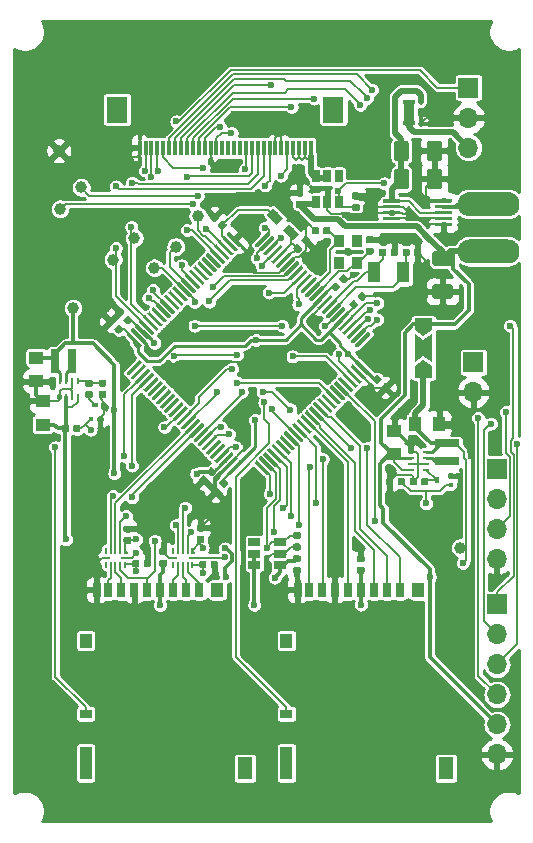
<source format=gtl>
G04 #@! TF.GenerationSoftware,KiCad,Pcbnew,5.1.4-e60b266~84~ubuntu18.04.1*
G04 #@! TF.CreationDate,2019-09-09T20:57:08+05:30*
G04 #@! TF.ProjectId,SenseCam_rev1,53656e73-6543-4616-9d5f-726576312e6b,rev?*
G04 #@! TF.SameCoordinates,Original*
G04 #@! TF.FileFunction,Copper,L1,Top*
G04 #@! TF.FilePolarity,Positive*
%FSLAX46Y46*%
G04 Gerber Fmt 4.6, Leading zero omitted, Abs format (unit mm)*
G04 Created by KiCad (PCBNEW 5.1.4-e60b266~84~ubuntu18.04.1) date 2019-09-09 20:57:08*
%MOMM*%
%LPD*%
G04 APERTURE LIST*
%ADD10C,0.100000*%
%ADD11C,0.300000*%
%ADD12R,0.300000X0.350000*%
%ADD13R,0.950000X1.500000*%
%ADD14C,0.750000*%
%ADD15R,0.100000X0.150000*%
%ADD16R,0.500000X0.200000*%
%ADD17R,0.200000X0.500000*%
%ADD18C,1.250000*%
%ADD19R,1.250000X1.000000*%
%ADD20C,0.590000*%
%ADD21R,1.800000X2.200000*%
%ADD22R,0.300000X1.300000*%
%ADD23R,1.300000X1.900000*%
%ADD24R,1.000000X2.800000*%
%ADD25R,1.000000X0.800000*%
%ADD26R,1.000000X1.200000*%
%ADD27R,0.700000X1.200000*%
%ADD28R,1.700000X1.700000*%
%ADD29O,1.700000X1.700000*%
%ADD30C,2.000000*%
%ADD31R,0.400000X0.450000*%
%ADD32R,0.500000X0.450000*%
%ADD33R,0.450000X0.500000*%
%ADD34R,0.450000X0.400000*%
%ADD35C,1.000000*%
%ADD36R,0.250000X0.600000*%
%ADD37R,0.600000X0.250000*%
%ADD38R,0.650000X1.060000*%
%ADD39R,1.060000X0.650000*%
%ADD40R,1.000000X1.800000*%
%ADD41R,0.900000X1.000000*%
%ADD42R,0.700000X2.000000*%
%ADD43R,2.000000X0.700000*%
%ADD44R,1.000000X1.250000*%
%ADD45C,0.600000*%
%ADD46C,0.160000*%
%ADD47C,0.250000*%
%ADD48C,0.300000*%
%ADD49C,0.500000*%
%ADD50C,0.254000*%
G04 APERTURE END LIST*
D10*
G36*
X86086655Y-147450272D02*
G01*
X86093936Y-147451352D01*
X86101075Y-147453140D01*
X86108005Y-147455620D01*
X86114659Y-147458767D01*
X86120972Y-147462551D01*
X86126883Y-147466935D01*
X86132337Y-147471878D01*
X86238403Y-147577944D01*
X86243346Y-147583398D01*
X86247730Y-147589309D01*
X86251514Y-147595622D01*
X86254661Y-147602276D01*
X86257141Y-147609206D01*
X86258929Y-147616345D01*
X86260009Y-147623626D01*
X86260370Y-147630977D01*
X86260009Y-147638328D01*
X86258929Y-147645609D01*
X86257141Y-147652748D01*
X86254661Y-147659678D01*
X86251514Y-147666332D01*
X86247730Y-147672645D01*
X86243346Y-147678556D01*
X86238403Y-147684010D01*
X85213099Y-148709314D01*
X85207645Y-148714257D01*
X85201734Y-148718641D01*
X85195421Y-148722425D01*
X85188767Y-148725572D01*
X85181837Y-148728052D01*
X85174698Y-148729840D01*
X85167417Y-148730920D01*
X85160066Y-148731281D01*
X85152715Y-148730920D01*
X85145434Y-148729840D01*
X85138295Y-148728052D01*
X85131365Y-148725572D01*
X85124711Y-148722425D01*
X85118398Y-148718641D01*
X85112487Y-148714257D01*
X85107033Y-148709314D01*
X85000967Y-148603248D01*
X84996024Y-148597794D01*
X84991640Y-148591883D01*
X84987856Y-148585570D01*
X84984709Y-148578916D01*
X84982229Y-148571986D01*
X84980441Y-148564847D01*
X84979361Y-148557566D01*
X84979000Y-148550215D01*
X84979361Y-148542864D01*
X84980441Y-148535583D01*
X84982229Y-148528444D01*
X84984709Y-148521514D01*
X84987856Y-148514860D01*
X84991640Y-148508547D01*
X84996024Y-148502636D01*
X85000967Y-148497182D01*
X86026271Y-147471878D01*
X86031725Y-147466935D01*
X86037636Y-147462551D01*
X86043949Y-147458767D01*
X86050603Y-147455620D01*
X86057533Y-147453140D01*
X86064672Y-147451352D01*
X86071953Y-147450272D01*
X86079304Y-147449911D01*
X86086655Y-147450272D01*
X86086655Y-147450272D01*
G37*
D11*
X85619685Y-148090596D03*
D10*
G36*
X85733102Y-147096719D02*
G01*
X85740383Y-147097799D01*
X85747522Y-147099587D01*
X85754452Y-147102067D01*
X85761106Y-147105214D01*
X85767419Y-147108998D01*
X85773330Y-147113382D01*
X85778784Y-147118325D01*
X85884850Y-147224391D01*
X85889793Y-147229845D01*
X85894177Y-147235756D01*
X85897961Y-147242069D01*
X85901108Y-147248723D01*
X85903588Y-147255653D01*
X85905376Y-147262792D01*
X85906456Y-147270073D01*
X85906817Y-147277424D01*
X85906456Y-147284775D01*
X85905376Y-147292056D01*
X85903588Y-147299195D01*
X85901108Y-147306125D01*
X85897961Y-147312779D01*
X85894177Y-147319092D01*
X85889793Y-147325003D01*
X85884850Y-147330457D01*
X84859546Y-148355761D01*
X84854092Y-148360704D01*
X84848181Y-148365088D01*
X84841868Y-148368872D01*
X84835214Y-148372019D01*
X84828284Y-148374499D01*
X84821145Y-148376287D01*
X84813864Y-148377367D01*
X84806513Y-148377728D01*
X84799162Y-148377367D01*
X84791881Y-148376287D01*
X84784742Y-148374499D01*
X84777812Y-148372019D01*
X84771158Y-148368872D01*
X84764845Y-148365088D01*
X84758934Y-148360704D01*
X84753480Y-148355761D01*
X84647414Y-148249695D01*
X84642471Y-148244241D01*
X84638087Y-148238330D01*
X84634303Y-148232017D01*
X84631156Y-148225363D01*
X84628676Y-148218433D01*
X84626888Y-148211294D01*
X84625808Y-148204013D01*
X84625447Y-148196662D01*
X84625808Y-148189311D01*
X84626888Y-148182030D01*
X84628676Y-148174891D01*
X84631156Y-148167961D01*
X84634303Y-148161307D01*
X84638087Y-148154994D01*
X84642471Y-148149083D01*
X84647414Y-148143629D01*
X85672718Y-147118325D01*
X85678172Y-147113382D01*
X85684083Y-147108998D01*
X85690396Y-147105214D01*
X85697050Y-147102067D01*
X85703980Y-147099587D01*
X85711119Y-147097799D01*
X85718400Y-147096719D01*
X85725751Y-147096358D01*
X85733102Y-147096719D01*
X85733102Y-147096719D01*
G37*
D11*
X85266132Y-147737043D03*
D10*
G36*
X85379548Y-146743165D02*
G01*
X85386829Y-146744245D01*
X85393968Y-146746033D01*
X85400898Y-146748513D01*
X85407552Y-146751660D01*
X85413865Y-146755444D01*
X85419776Y-146759828D01*
X85425230Y-146764771D01*
X85531296Y-146870837D01*
X85536239Y-146876291D01*
X85540623Y-146882202D01*
X85544407Y-146888515D01*
X85547554Y-146895169D01*
X85550034Y-146902099D01*
X85551822Y-146909238D01*
X85552902Y-146916519D01*
X85553263Y-146923870D01*
X85552902Y-146931221D01*
X85551822Y-146938502D01*
X85550034Y-146945641D01*
X85547554Y-146952571D01*
X85544407Y-146959225D01*
X85540623Y-146965538D01*
X85536239Y-146971449D01*
X85531296Y-146976903D01*
X84505992Y-148002207D01*
X84500538Y-148007150D01*
X84494627Y-148011534D01*
X84488314Y-148015318D01*
X84481660Y-148018465D01*
X84474730Y-148020945D01*
X84467591Y-148022733D01*
X84460310Y-148023813D01*
X84452959Y-148024174D01*
X84445608Y-148023813D01*
X84438327Y-148022733D01*
X84431188Y-148020945D01*
X84424258Y-148018465D01*
X84417604Y-148015318D01*
X84411291Y-148011534D01*
X84405380Y-148007150D01*
X84399926Y-148002207D01*
X84293860Y-147896141D01*
X84288917Y-147890687D01*
X84284533Y-147884776D01*
X84280749Y-147878463D01*
X84277602Y-147871809D01*
X84275122Y-147864879D01*
X84273334Y-147857740D01*
X84272254Y-147850459D01*
X84271893Y-147843108D01*
X84272254Y-147835757D01*
X84273334Y-147828476D01*
X84275122Y-147821337D01*
X84277602Y-147814407D01*
X84280749Y-147807753D01*
X84284533Y-147801440D01*
X84288917Y-147795529D01*
X84293860Y-147790075D01*
X85319164Y-146764771D01*
X85324618Y-146759828D01*
X85330529Y-146755444D01*
X85336842Y-146751660D01*
X85343496Y-146748513D01*
X85350426Y-146746033D01*
X85357565Y-146744245D01*
X85364846Y-146743165D01*
X85372197Y-146742804D01*
X85379548Y-146743165D01*
X85379548Y-146743165D01*
G37*
D11*
X84912578Y-147383489D03*
D10*
G36*
X85025995Y-146389612D02*
G01*
X85033276Y-146390692D01*
X85040415Y-146392480D01*
X85047345Y-146394960D01*
X85053999Y-146398107D01*
X85060312Y-146401891D01*
X85066223Y-146406275D01*
X85071677Y-146411218D01*
X85177743Y-146517284D01*
X85182686Y-146522738D01*
X85187070Y-146528649D01*
X85190854Y-146534962D01*
X85194001Y-146541616D01*
X85196481Y-146548546D01*
X85198269Y-146555685D01*
X85199349Y-146562966D01*
X85199710Y-146570317D01*
X85199349Y-146577668D01*
X85198269Y-146584949D01*
X85196481Y-146592088D01*
X85194001Y-146599018D01*
X85190854Y-146605672D01*
X85187070Y-146611985D01*
X85182686Y-146617896D01*
X85177743Y-146623350D01*
X84152439Y-147648654D01*
X84146985Y-147653597D01*
X84141074Y-147657981D01*
X84134761Y-147661765D01*
X84128107Y-147664912D01*
X84121177Y-147667392D01*
X84114038Y-147669180D01*
X84106757Y-147670260D01*
X84099406Y-147670621D01*
X84092055Y-147670260D01*
X84084774Y-147669180D01*
X84077635Y-147667392D01*
X84070705Y-147664912D01*
X84064051Y-147661765D01*
X84057738Y-147657981D01*
X84051827Y-147653597D01*
X84046373Y-147648654D01*
X83940307Y-147542588D01*
X83935364Y-147537134D01*
X83930980Y-147531223D01*
X83927196Y-147524910D01*
X83924049Y-147518256D01*
X83921569Y-147511326D01*
X83919781Y-147504187D01*
X83918701Y-147496906D01*
X83918340Y-147489555D01*
X83918701Y-147482204D01*
X83919781Y-147474923D01*
X83921569Y-147467784D01*
X83924049Y-147460854D01*
X83927196Y-147454200D01*
X83930980Y-147447887D01*
X83935364Y-147441976D01*
X83940307Y-147436522D01*
X84965611Y-146411218D01*
X84971065Y-146406275D01*
X84976976Y-146401891D01*
X84983289Y-146398107D01*
X84989943Y-146394960D01*
X84996873Y-146392480D01*
X85004012Y-146390692D01*
X85011293Y-146389612D01*
X85018644Y-146389251D01*
X85025995Y-146389612D01*
X85025995Y-146389612D01*
G37*
D11*
X84559025Y-147029936D03*
D10*
G36*
X84672442Y-146036059D02*
G01*
X84679723Y-146037139D01*
X84686862Y-146038927D01*
X84693792Y-146041407D01*
X84700446Y-146044554D01*
X84706759Y-146048338D01*
X84712670Y-146052722D01*
X84718124Y-146057665D01*
X84824190Y-146163731D01*
X84829133Y-146169185D01*
X84833517Y-146175096D01*
X84837301Y-146181409D01*
X84840448Y-146188063D01*
X84842928Y-146194993D01*
X84844716Y-146202132D01*
X84845796Y-146209413D01*
X84846157Y-146216764D01*
X84845796Y-146224115D01*
X84844716Y-146231396D01*
X84842928Y-146238535D01*
X84840448Y-146245465D01*
X84837301Y-146252119D01*
X84833517Y-146258432D01*
X84829133Y-146264343D01*
X84824190Y-146269797D01*
X83798886Y-147295101D01*
X83793432Y-147300044D01*
X83787521Y-147304428D01*
X83781208Y-147308212D01*
X83774554Y-147311359D01*
X83767624Y-147313839D01*
X83760485Y-147315627D01*
X83753204Y-147316707D01*
X83745853Y-147317068D01*
X83738502Y-147316707D01*
X83731221Y-147315627D01*
X83724082Y-147313839D01*
X83717152Y-147311359D01*
X83710498Y-147308212D01*
X83704185Y-147304428D01*
X83698274Y-147300044D01*
X83692820Y-147295101D01*
X83586754Y-147189035D01*
X83581811Y-147183581D01*
X83577427Y-147177670D01*
X83573643Y-147171357D01*
X83570496Y-147164703D01*
X83568016Y-147157773D01*
X83566228Y-147150634D01*
X83565148Y-147143353D01*
X83564787Y-147136002D01*
X83565148Y-147128651D01*
X83566228Y-147121370D01*
X83568016Y-147114231D01*
X83570496Y-147107301D01*
X83573643Y-147100647D01*
X83577427Y-147094334D01*
X83581811Y-147088423D01*
X83586754Y-147082969D01*
X84612058Y-146057665D01*
X84617512Y-146052722D01*
X84623423Y-146048338D01*
X84629736Y-146044554D01*
X84636390Y-146041407D01*
X84643320Y-146038927D01*
X84650459Y-146037139D01*
X84657740Y-146036059D01*
X84665091Y-146035698D01*
X84672442Y-146036059D01*
X84672442Y-146036059D01*
G37*
D11*
X84205472Y-146676383D03*
D10*
G36*
X84318888Y-145682505D02*
G01*
X84326169Y-145683585D01*
X84333308Y-145685373D01*
X84340238Y-145687853D01*
X84346892Y-145691000D01*
X84353205Y-145694784D01*
X84359116Y-145699168D01*
X84364570Y-145704111D01*
X84470636Y-145810177D01*
X84475579Y-145815631D01*
X84479963Y-145821542D01*
X84483747Y-145827855D01*
X84486894Y-145834509D01*
X84489374Y-145841439D01*
X84491162Y-145848578D01*
X84492242Y-145855859D01*
X84492603Y-145863210D01*
X84492242Y-145870561D01*
X84491162Y-145877842D01*
X84489374Y-145884981D01*
X84486894Y-145891911D01*
X84483747Y-145898565D01*
X84479963Y-145904878D01*
X84475579Y-145910789D01*
X84470636Y-145916243D01*
X83445332Y-146941547D01*
X83439878Y-146946490D01*
X83433967Y-146950874D01*
X83427654Y-146954658D01*
X83421000Y-146957805D01*
X83414070Y-146960285D01*
X83406931Y-146962073D01*
X83399650Y-146963153D01*
X83392299Y-146963514D01*
X83384948Y-146963153D01*
X83377667Y-146962073D01*
X83370528Y-146960285D01*
X83363598Y-146957805D01*
X83356944Y-146954658D01*
X83350631Y-146950874D01*
X83344720Y-146946490D01*
X83339266Y-146941547D01*
X83233200Y-146835481D01*
X83228257Y-146830027D01*
X83223873Y-146824116D01*
X83220089Y-146817803D01*
X83216942Y-146811149D01*
X83214462Y-146804219D01*
X83212674Y-146797080D01*
X83211594Y-146789799D01*
X83211233Y-146782448D01*
X83211594Y-146775097D01*
X83212674Y-146767816D01*
X83214462Y-146760677D01*
X83216942Y-146753747D01*
X83220089Y-146747093D01*
X83223873Y-146740780D01*
X83228257Y-146734869D01*
X83233200Y-146729415D01*
X84258504Y-145704111D01*
X84263958Y-145699168D01*
X84269869Y-145694784D01*
X84276182Y-145691000D01*
X84282836Y-145687853D01*
X84289766Y-145685373D01*
X84296905Y-145683585D01*
X84304186Y-145682505D01*
X84311537Y-145682144D01*
X84318888Y-145682505D01*
X84318888Y-145682505D01*
G37*
D11*
X83851918Y-146322829D03*
D10*
G36*
X83965335Y-145328952D02*
G01*
X83972616Y-145330032D01*
X83979755Y-145331820D01*
X83986685Y-145334300D01*
X83993339Y-145337447D01*
X83999652Y-145341231D01*
X84005563Y-145345615D01*
X84011017Y-145350558D01*
X84117083Y-145456624D01*
X84122026Y-145462078D01*
X84126410Y-145467989D01*
X84130194Y-145474302D01*
X84133341Y-145480956D01*
X84135821Y-145487886D01*
X84137609Y-145495025D01*
X84138689Y-145502306D01*
X84139050Y-145509657D01*
X84138689Y-145517008D01*
X84137609Y-145524289D01*
X84135821Y-145531428D01*
X84133341Y-145538358D01*
X84130194Y-145545012D01*
X84126410Y-145551325D01*
X84122026Y-145557236D01*
X84117083Y-145562690D01*
X83091779Y-146587994D01*
X83086325Y-146592937D01*
X83080414Y-146597321D01*
X83074101Y-146601105D01*
X83067447Y-146604252D01*
X83060517Y-146606732D01*
X83053378Y-146608520D01*
X83046097Y-146609600D01*
X83038746Y-146609961D01*
X83031395Y-146609600D01*
X83024114Y-146608520D01*
X83016975Y-146606732D01*
X83010045Y-146604252D01*
X83003391Y-146601105D01*
X82997078Y-146597321D01*
X82991167Y-146592937D01*
X82985713Y-146587994D01*
X82879647Y-146481928D01*
X82874704Y-146476474D01*
X82870320Y-146470563D01*
X82866536Y-146464250D01*
X82863389Y-146457596D01*
X82860909Y-146450666D01*
X82859121Y-146443527D01*
X82858041Y-146436246D01*
X82857680Y-146428895D01*
X82858041Y-146421544D01*
X82859121Y-146414263D01*
X82860909Y-146407124D01*
X82863389Y-146400194D01*
X82866536Y-146393540D01*
X82870320Y-146387227D01*
X82874704Y-146381316D01*
X82879647Y-146375862D01*
X83904951Y-145350558D01*
X83910405Y-145345615D01*
X83916316Y-145341231D01*
X83922629Y-145337447D01*
X83929283Y-145334300D01*
X83936213Y-145331820D01*
X83943352Y-145330032D01*
X83950633Y-145328952D01*
X83957984Y-145328591D01*
X83965335Y-145328952D01*
X83965335Y-145328952D01*
G37*
D11*
X83498365Y-145969276D03*
D10*
G36*
X83611781Y-144975398D02*
G01*
X83619062Y-144976478D01*
X83626201Y-144978266D01*
X83633131Y-144980746D01*
X83639785Y-144983893D01*
X83646098Y-144987677D01*
X83652009Y-144992061D01*
X83657463Y-144997004D01*
X83763529Y-145103070D01*
X83768472Y-145108524D01*
X83772856Y-145114435D01*
X83776640Y-145120748D01*
X83779787Y-145127402D01*
X83782267Y-145134332D01*
X83784055Y-145141471D01*
X83785135Y-145148752D01*
X83785496Y-145156103D01*
X83785135Y-145163454D01*
X83784055Y-145170735D01*
X83782267Y-145177874D01*
X83779787Y-145184804D01*
X83776640Y-145191458D01*
X83772856Y-145197771D01*
X83768472Y-145203682D01*
X83763529Y-145209136D01*
X82738225Y-146234440D01*
X82732771Y-146239383D01*
X82726860Y-146243767D01*
X82720547Y-146247551D01*
X82713893Y-146250698D01*
X82706963Y-146253178D01*
X82699824Y-146254966D01*
X82692543Y-146256046D01*
X82685192Y-146256407D01*
X82677841Y-146256046D01*
X82670560Y-146254966D01*
X82663421Y-146253178D01*
X82656491Y-146250698D01*
X82649837Y-146247551D01*
X82643524Y-146243767D01*
X82637613Y-146239383D01*
X82632159Y-146234440D01*
X82526093Y-146128374D01*
X82521150Y-146122920D01*
X82516766Y-146117009D01*
X82512982Y-146110696D01*
X82509835Y-146104042D01*
X82507355Y-146097112D01*
X82505567Y-146089973D01*
X82504487Y-146082692D01*
X82504126Y-146075341D01*
X82504487Y-146067990D01*
X82505567Y-146060709D01*
X82507355Y-146053570D01*
X82509835Y-146046640D01*
X82512982Y-146039986D01*
X82516766Y-146033673D01*
X82521150Y-146027762D01*
X82526093Y-146022308D01*
X83551397Y-144997004D01*
X83556851Y-144992061D01*
X83562762Y-144987677D01*
X83569075Y-144983893D01*
X83575729Y-144980746D01*
X83582659Y-144978266D01*
X83589798Y-144976478D01*
X83597079Y-144975398D01*
X83604430Y-144975037D01*
X83611781Y-144975398D01*
X83611781Y-144975398D01*
G37*
D11*
X83144811Y-145615722D03*
D10*
G36*
X83258228Y-144621845D02*
G01*
X83265509Y-144622925D01*
X83272648Y-144624713D01*
X83279578Y-144627193D01*
X83286232Y-144630340D01*
X83292545Y-144634124D01*
X83298456Y-144638508D01*
X83303910Y-144643451D01*
X83409976Y-144749517D01*
X83414919Y-144754971D01*
X83419303Y-144760882D01*
X83423087Y-144767195D01*
X83426234Y-144773849D01*
X83428714Y-144780779D01*
X83430502Y-144787918D01*
X83431582Y-144795199D01*
X83431943Y-144802550D01*
X83431582Y-144809901D01*
X83430502Y-144817182D01*
X83428714Y-144824321D01*
X83426234Y-144831251D01*
X83423087Y-144837905D01*
X83419303Y-144844218D01*
X83414919Y-144850129D01*
X83409976Y-144855583D01*
X82384672Y-145880887D01*
X82379218Y-145885830D01*
X82373307Y-145890214D01*
X82366994Y-145893998D01*
X82360340Y-145897145D01*
X82353410Y-145899625D01*
X82346271Y-145901413D01*
X82338990Y-145902493D01*
X82331639Y-145902854D01*
X82324288Y-145902493D01*
X82317007Y-145901413D01*
X82309868Y-145899625D01*
X82302938Y-145897145D01*
X82296284Y-145893998D01*
X82289971Y-145890214D01*
X82284060Y-145885830D01*
X82278606Y-145880887D01*
X82172540Y-145774821D01*
X82167597Y-145769367D01*
X82163213Y-145763456D01*
X82159429Y-145757143D01*
X82156282Y-145750489D01*
X82153802Y-145743559D01*
X82152014Y-145736420D01*
X82150934Y-145729139D01*
X82150573Y-145721788D01*
X82150934Y-145714437D01*
X82152014Y-145707156D01*
X82153802Y-145700017D01*
X82156282Y-145693087D01*
X82159429Y-145686433D01*
X82163213Y-145680120D01*
X82167597Y-145674209D01*
X82172540Y-145668755D01*
X83197844Y-144643451D01*
X83203298Y-144638508D01*
X83209209Y-144634124D01*
X83215522Y-144630340D01*
X83222176Y-144627193D01*
X83229106Y-144624713D01*
X83236245Y-144622925D01*
X83243526Y-144621845D01*
X83250877Y-144621484D01*
X83258228Y-144621845D01*
X83258228Y-144621845D01*
G37*
D11*
X82791258Y-145262169D03*
D10*
G36*
X82904675Y-144268292D02*
G01*
X82911956Y-144269372D01*
X82919095Y-144271160D01*
X82926025Y-144273640D01*
X82932679Y-144276787D01*
X82938992Y-144280571D01*
X82944903Y-144284955D01*
X82950357Y-144289898D01*
X83056423Y-144395964D01*
X83061366Y-144401418D01*
X83065750Y-144407329D01*
X83069534Y-144413642D01*
X83072681Y-144420296D01*
X83075161Y-144427226D01*
X83076949Y-144434365D01*
X83078029Y-144441646D01*
X83078390Y-144448997D01*
X83078029Y-144456348D01*
X83076949Y-144463629D01*
X83075161Y-144470768D01*
X83072681Y-144477698D01*
X83069534Y-144484352D01*
X83065750Y-144490665D01*
X83061366Y-144496576D01*
X83056423Y-144502030D01*
X82031119Y-145527334D01*
X82025665Y-145532277D01*
X82019754Y-145536661D01*
X82013441Y-145540445D01*
X82006787Y-145543592D01*
X81999857Y-145546072D01*
X81992718Y-145547860D01*
X81985437Y-145548940D01*
X81978086Y-145549301D01*
X81970735Y-145548940D01*
X81963454Y-145547860D01*
X81956315Y-145546072D01*
X81949385Y-145543592D01*
X81942731Y-145540445D01*
X81936418Y-145536661D01*
X81930507Y-145532277D01*
X81925053Y-145527334D01*
X81818987Y-145421268D01*
X81814044Y-145415814D01*
X81809660Y-145409903D01*
X81805876Y-145403590D01*
X81802729Y-145396936D01*
X81800249Y-145390006D01*
X81798461Y-145382867D01*
X81797381Y-145375586D01*
X81797020Y-145368235D01*
X81797381Y-145360884D01*
X81798461Y-145353603D01*
X81800249Y-145346464D01*
X81802729Y-145339534D01*
X81805876Y-145332880D01*
X81809660Y-145326567D01*
X81814044Y-145320656D01*
X81818987Y-145315202D01*
X82844291Y-144289898D01*
X82849745Y-144284955D01*
X82855656Y-144280571D01*
X82861969Y-144276787D01*
X82868623Y-144273640D01*
X82875553Y-144271160D01*
X82882692Y-144269372D01*
X82889973Y-144268292D01*
X82897324Y-144267931D01*
X82904675Y-144268292D01*
X82904675Y-144268292D01*
G37*
D11*
X82437705Y-144908616D03*
D10*
G36*
X82551121Y-143914738D02*
G01*
X82558402Y-143915818D01*
X82565541Y-143917606D01*
X82572471Y-143920086D01*
X82579125Y-143923233D01*
X82585438Y-143927017D01*
X82591349Y-143931401D01*
X82596803Y-143936344D01*
X82702869Y-144042410D01*
X82707812Y-144047864D01*
X82712196Y-144053775D01*
X82715980Y-144060088D01*
X82719127Y-144066742D01*
X82721607Y-144073672D01*
X82723395Y-144080811D01*
X82724475Y-144088092D01*
X82724836Y-144095443D01*
X82724475Y-144102794D01*
X82723395Y-144110075D01*
X82721607Y-144117214D01*
X82719127Y-144124144D01*
X82715980Y-144130798D01*
X82712196Y-144137111D01*
X82707812Y-144143022D01*
X82702869Y-144148476D01*
X81677565Y-145173780D01*
X81672111Y-145178723D01*
X81666200Y-145183107D01*
X81659887Y-145186891D01*
X81653233Y-145190038D01*
X81646303Y-145192518D01*
X81639164Y-145194306D01*
X81631883Y-145195386D01*
X81624532Y-145195747D01*
X81617181Y-145195386D01*
X81609900Y-145194306D01*
X81602761Y-145192518D01*
X81595831Y-145190038D01*
X81589177Y-145186891D01*
X81582864Y-145183107D01*
X81576953Y-145178723D01*
X81571499Y-145173780D01*
X81465433Y-145067714D01*
X81460490Y-145062260D01*
X81456106Y-145056349D01*
X81452322Y-145050036D01*
X81449175Y-145043382D01*
X81446695Y-145036452D01*
X81444907Y-145029313D01*
X81443827Y-145022032D01*
X81443466Y-145014681D01*
X81443827Y-145007330D01*
X81444907Y-145000049D01*
X81446695Y-144992910D01*
X81449175Y-144985980D01*
X81452322Y-144979326D01*
X81456106Y-144973013D01*
X81460490Y-144967102D01*
X81465433Y-144961648D01*
X82490737Y-143936344D01*
X82496191Y-143931401D01*
X82502102Y-143927017D01*
X82508415Y-143923233D01*
X82515069Y-143920086D01*
X82521999Y-143917606D01*
X82529138Y-143915818D01*
X82536419Y-143914738D01*
X82543770Y-143914377D01*
X82551121Y-143914738D01*
X82551121Y-143914738D01*
G37*
D11*
X82084151Y-144555062D03*
D10*
G36*
X82197568Y-143561185D02*
G01*
X82204849Y-143562265D01*
X82211988Y-143564053D01*
X82218918Y-143566533D01*
X82225572Y-143569680D01*
X82231885Y-143573464D01*
X82237796Y-143577848D01*
X82243250Y-143582791D01*
X82349316Y-143688857D01*
X82354259Y-143694311D01*
X82358643Y-143700222D01*
X82362427Y-143706535D01*
X82365574Y-143713189D01*
X82368054Y-143720119D01*
X82369842Y-143727258D01*
X82370922Y-143734539D01*
X82371283Y-143741890D01*
X82370922Y-143749241D01*
X82369842Y-143756522D01*
X82368054Y-143763661D01*
X82365574Y-143770591D01*
X82362427Y-143777245D01*
X82358643Y-143783558D01*
X82354259Y-143789469D01*
X82349316Y-143794923D01*
X81324012Y-144820227D01*
X81318558Y-144825170D01*
X81312647Y-144829554D01*
X81306334Y-144833338D01*
X81299680Y-144836485D01*
X81292750Y-144838965D01*
X81285611Y-144840753D01*
X81278330Y-144841833D01*
X81270979Y-144842194D01*
X81263628Y-144841833D01*
X81256347Y-144840753D01*
X81249208Y-144838965D01*
X81242278Y-144836485D01*
X81235624Y-144833338D01*
X81229311Y-144829554D01*
X81223400Y-144825170D01*
X81217946Y-144820227D01*
X81111880Y-144714161D01*
X81106937Y-144708707D01*
X81102553Y-144702796D01*
X81098769Y-144696483D01*
X81095622Y-144689829D01*
X81093142Y-144682899D01*
X81091354Y-144675760D01*
X81090274Y-144668479D01*
X81089913Y-144661128D01*
X81090274Y-144653777D01*
X81091354Y-144646496D01*
X81093142Y-144639357D01*
X81095622Y-144632427D01*
X81098769Y-144625773D01*
X81102553Y-144619460D01*
X81106937Y-144613549D01*
X81111880Y-144608095D01*
X82137184Y-143582791D01*
X82142638Y-143577848D01*
X82148549Y-143573464D01*
X82154862Y-143569680D01*
X82161516Y-143566533D01*
X82168446Y-143564053D01*
X82175585Y-143562265D01*
X82182866Y-143561185D01*
X82190217Y-143560824D01*
X82197568Y-143561185D01*
X82197568Y-143561185D01*
G37*
D11*
X81730598Y-144201509D03*
D10*
G36*
X81844015Y-143207631D02*
G01*
X81851296Y-143208711D01*
X81858435Y-143210499D01*
X81865365Y-143212979D01*
X81872019Y-143216126D01*
X81878332Y-143219910D01*
X81884243Y-143224294D01*
X81889697Y-143229237D01*
X81995763Y-143335303D01*
X82000706Y-143340757D01*
X82005090Y-143346668D01*
X82008874Y-143352981D01*
X82012021Y-143359635D01*
X82014501Y-143366565D01*
X82016289Y-143373704D01*
X82017369Y-143380985D01*
X82017730Y-143388336D01*
X82017369Y-143395687D01*
X82016289Y-143402968D01*
X82014501Y-143410107D01*
X82012021Y-143417037D01*
X82008874Y-143423691D01*
X82005090Y-143430004D01*
X82000706Y-143435915D01*
X81995763Y-143441369D01*
X80970459Y-144466673D01*
X80965005Y-144471616D01*
X80959094Y-144476000D01*
X80952781Y-144479784D01*
X80946127Y-144482931D01*
X80939197Y-144485411D01*
X80932058Y-144487199D01*
X80924777Y-144488279D01*
X80917426Y-144488640D01*
X80910075Y-144488279D01*
X80902794Y-144487199D01*
X80895655Y-144485411D01*
X80888725Y-144482931D01*
X80882071Y-144479784D01*
X80875758Y-144476000D01*
X80869847Y-144471616D01*
X80864393Y-144466673D01*
X80758327Y-144360607D01*
X80753384Y-144355153D01*
X80749000Y-144349242D01*
X80745216Y-144342929D01*
X80742069Y-144336275D01*
X80739589Y-144329345D01*
X80737801Y-144322206D01*
X80736721Y-144314925D01*
X80736360Y-144307574D01*
X80736721Y-144300223D01*
X80737801Y-144292942D01*
X80739589Y-144285803D01*
X80742069Y-144278873D01*
X80745216Y-144272219D01*
X80749000Y-144265906D01*
X80753384Y-144259995D01*
X80758327Y-144254541D01*
X81783631Y-143229237D01*
X81789085Y-143224294D01*
X81794996Y-143219910D01*
X81801309Y-143216126D01*
X81807963Y-143212979D01*
X81814893Y-143210499D01*
X81822032Y-143208711D01*
X81829313Y-143207631D01*
X81836664Y-143207270D01*
X81844015Y-143207631D01*
X81844015Y-143207631D01*
G37*
D11*
X81377045Y-143847955D03*
D10*
G36*
X81490461Y-142854078D02*
G01*
X81497742Y-142855158D01*
X81504881Y-142856946D01*
X81511811Y-142859426D01*
X81518465Y-142862573D01*
X81524778Y-142866357D01*
X81530689Y-142870741D01*
X81536143Y-142875684D01*
X81642209Y-142981750D01*
X81647152Y-142987204D01*
X81651536Y-142993115D01*
X81655320Y-142999428D01*
X81658467Y-143006082D01*
X81660947Y-143013012D01*
X81662735Y-143020151D01*
X81663815Y-143027432D01*
X81664176Y-143034783D01*
X81663815Y-143042134D01*
X81662735Y-143049415D01*
X81660947Y-143056554D01*
X81658467Y-143063484D01*
X81655320Y-143070138D01*
X81651536Y-143076451D01*
X81647152Y-143082362D01*
X81642209Y-143087816D01*
X80616905Y-144113120D01*
X80611451Y-144118063D01*
X80605540Y-144122447D01*
X80599227Y-144126231D01*
X80592573Y-144129378D01*
X80585643Y-144131858D01*
X80578504Y-144133646D01*
X80571223Y-144134726D01*
X80563872Y-144135087D01*
X80556521Y-144134726D01*
X80549240Y-144133646D01*
X80542101Y-144131858D01*
X80535171Y-144129378D01*
X80528517Y-144126231D01*
X80522204Y-144122447D01*
X80516293Y-144118063D01*
X80510839Y-144113120D01*
X80404773Y-144007054D01*
X80399830Y-144001600D01*
X80395446Y-143995689D01*
X80391662Y-143989376D01*
X80388515Y-143982722D01*
X80386035Y-143975792D01*
X80384247Y-143968653D01*
X80383167Y-143961372D01*
X80382806Y-143954021D01*
X80383167Y-143946670D01*
X80384247Y-143939389D01*
X80386035Y-143932250D01*
X80388515Y-143925320D01*
X80391662Y-143918666D01*
X80395446Y-143912353D01*
X80399830Y-143906442D01*
X80404773Y-143900988D01*
X81430077Y-142875684D01*
X81435531Y-142870741D01*
X81441442Y-142866357D01*
X81447755Y-142862573D01*
X81454409Y-142859426D01*
X81461339Y-142856946D01*
X81468478Y-142855158D01*
X81475759Y-142854078D01*
X81483110Y-142853717D01*
X81490461Y-142854078D01*
X81490461Y-142854078D01*
G37*
D11*
X81023491Y-143494402D03*
D10*
G36*
X81136908Y-142500525D02*
G01*
X81144189Y-142501605D01*
X81151328Y-142503393D01*
X81158258Y-142505873D01*
X81164912Y-142509020D01*
X81171225Y-142512804D01*
X81177136Y-142517188D01*
X81182590Y-142522131D01*
X81288656Y-142628197D01*
X81293599Y-142633651D01*
X81297983Y-142639562D01*
X81301767Y-142645875D01*
X81304914Y-142652529D01*
X81307394Y-142659459D01*
X81309182Y-142666598D01*
X81310262Y-142673879D01*
X81310623Y-142681230D01*
X81310262Y-142688581D01*
X81309182Y-142695862D01*
X81307394Y-142703001D01*
X81304914Y-142709931D01*
X81301767Y-142716585D01*
X81297983Y-142722898D01*
X81293599Y-142728809D01*
X81288656Y-142734263D01*
X80263352Y-143759567D01*
X80257898Y-143764510D01*
X80251987Y-143768894D01*
X80245674Y-143772678D01*
X80239020Y-143775825D01*
X80232090Y-143778305D01*
X80224951Y-143780093D01*
X80217670Y-143781173D01*
X80210319Y-143781534D01*
X80202968Y-143781173D01*
X80195687Y-143780093D01*
X80188548Y-143778305D01*
X80181618Y-143775825D01*
X80174964Y-143772678D01*
X80168651Y-143768894D01*
X80162740Y-143764510D01*
X80157286Y-143759567D01*
X80051220Y-143653501D01*
X80046277Y-143648047D01*
X80041893Y-143642136D01*
X80038109Y-143635823D01*
X80034962Y-143629169D01*
X80032482Y-143622239D01*
X80030694Y-143615100D01*
X80029614Y-143607819D01*
X80029253Y-143600468D01*
X80029614Y-143593117D01*
X80030694Y-143585836D01*
X80032482Y-143578697D01*
X80034962Y-143571767D01*
X80038109Y-143565113D01*
X80041893Y-143558800D01*
X80046277Y-143552889D01*
X80051220Y-143547435D01*
X81076524Y-142522131D01*
X81081978Y-142517188D01*
X81087889Y-142512804D01*
X81094202Y-142509020D01*
X81100856Y-142505873D01*
X81107786Y-142503393D01*
X81114925Y-142501605D01*
X81122206Y-142500525D01*
X81129557Y-142500164D01*
X81136908Y-142500525D01*
X81136908Y-142500525D01*
G37*
D11*
X80669938Y-143140849D03*
D10*
G36*
X80783354Y-142146971D02*
G01*
X80790635Y-142148051D01*
X80797774Y-142149839D01*
X80804704Y-142152319D01*
X80811358Y-142155466D01*
X80817671Y-142159250D01*
X80823582Y-142163634D01*
X80829036Y-142168577D01*
X80935102Y-142274643D01*
X80940045Y-142280097D01*
X80944429Y-142286008D01*
X80948213Y-142292321D01*
X80951360Y-142298975D01*
X80953840Y-142305905D01*
X80955628Y-142313044D01*
X80956708Y-142320325D01*
X80957069Y-142327676D01*
X80956708Y-142335027D01*
X80955628Y-142342308D01*
X80953840Y-142349447D01*
X80951360Y-142356377D01*
X80948213Y-142363031D01*
X80944429Y-142369344D01*
X80940045Y-142375255D01*
X80935102Y-142380709D01*
X79909798Y-143406013D01*
X79904344Y-143410956D01*
X79898433Y-143415340D01*
X79892120Y-143419124D01*
X79885466Y-143422271D01*
X79878536Y-143424751D01*
X79871397Y-143426539D01*
X79864116Y-143427619D01*
X79856765Y-143427980D01*
X79849414Y-143427619D01*
X79842133Y-143426539D01*
X79834994Y-143424751D01*
X79828064Y-143422271D01*
X79821410Y-143419124D01*
X79815097Y-143415340D01*
X79809186Y-143410956D01*
X79803732Y-143406013D01*
X79697666Y-143299947D01*
X79692723Y-143294493D01*
X79688339Y-143288582D01*
X79684555Y-143282269D01*
X79681408Y-143275615D01*
X79678928Y-143268685D01*
X79677140Y-143261546D01*
X79676060Y-143254265D01*
X79675699Y-143246914D01*
X79676060Y-143239563D01*
X79677140Y-143232282D01*
X79678928Y-143225143D01*
X79681408Y-143218213D01*
X79684555Y-143211559D01*
X79688339Y-143205246D01*
X79692723Y-143199335D01*
X79697666Y-143193881D01*
X80722970Y-142168577D01*
X80728424Y-142163634D01*
X80734335Y-142159250D01*
X80740648Y-142155466D01*
X80747302Y-142152319D01*
X80754232Y-142149839D01*
X80761371Y-142148051D01*
X80768652Y-142146971D01*
X80776003Y-142146610D01*
X80783354Y-142146971D01*
X80783354Y-142146971D01*
G37*
D11*
X80316384Y-142787295D03*
D10*
G36*
X80429801Y-141793418D02*
G01*
X80437082Y-141794498D01*
X80444221Y-141796286D01*
X80451151Y-141798766D01*
X80457805Y-141801913D01*
X80464118Y-141805697D01*
X80470029Y-141810081D01*
X80475483Y-141815024D01*
X80581549Y-141921090D01*
X80586492Y-141926544D01*
X80590876Y-141932455D01*
X80594660Y-141938768D01*
X80597807Y-141945422D01*
X80600287Y-141952352D01*
X80602075Y-141959491D01*
X80603155Y-141966772D01*
X80603516Y-141974123D01*
X80603155Y-141981474D01*
X80602075Y-141988755D01*
X80600287Y-141995894D01*
X80597807Y-142002824D01*
X80594660Y-142009478D01*
X80590876Y-142015791D01*
X80586492Y-142021702D01*
X80581549Y-142027156D01*
X79556245Y-143052460D01*
X79550791Y-143057403D01*
X79544880Y-143061787D01*
X79538567Y-143065571D01*
X79531913Y-143068718D01*
X79524983Y-143071198D01*
X79517844Y-143072986D01*
X79510563Y-143074066D01*
X79503212Y-143074427D01*
X79495861Y-143074066D01*
X79488580Y-143072986D01*
X79481441Y-143071198D01*
X79474511Y-143068718D01*
X79467857Y-143065571D01*
X79461544Y-143061787D01*
X79455633Y-143057403D01*
X79450179Y-143052460D01*
X79344113Y-142946394D01*
X79339170Y-142940940D01*
X79334786Y-142935029D01*
X79331002Y-142928716D01*
X79327855Y-142922062D01*
X79325375Y-142915132D01*
X79323587Y-142907993D01*
X79322507Y-142900712D01*
X79322146Y-142893361D01*
X79322507Y-142886010D01*
X79323587Y-142878729D01*
X79325375Y-142871590D01*
X79327855Y-142864660D01*
X79331002Y-142858006D01*
X79334786Y-142851693D01*
X79339170Y-142845782D01*
X79344113Y-142840328D01*
X80369417Y-141815024D01*
X80374871Y-141810081D01*
X80380782Y-141805697D01*
X80387095Y-141801913D01*
X80393749Y-141798766D01*
X80400679Y-141796286D01*
X80407818Y-141794498D01*
X80415099Y-141793418D01*
X80422450Y-141793057D01*
X80429801Y-141793418D01*
X80429801Y-141793418D01*
G37*
D11*
X79962831Y-142433742D03*
D10*
G36*
X80076248Y-141439865D02*
G01*
X80083529Y-141440945D01*
X80090668Y-141442733D01*
X80097598Y-141445213D01*
X80104252Y-141448360D01*
X80110565Y-141452144D01*
X80116476Y-141456528D01*
X80121930Y-141461471D01*
X80227996Y-141567537D01*
X80232939Y-141572991D01*
X80237323Y-141578902D01*
X80241107Y-141585215D01*
X80244254Y-141591869D01*
X80246734Y-141598799D01*
X80248522Y-141605938D01*
X80249602Y-141613219D01*
X80249963Y-141620570D01*
X80249602Y-141627921D01*
X80248522Y-141635202D01*
X80246734Y-141642341D01*
X80244254Y-141649271D01*
X80241107Y-141655925D01*
X80237323Y-141662238D01*
X80232939Y-141668149D01*
X80227996Y-141673603D01*
X79202692Y-142698907D01*
X79197238Y-142703850D01*
X79191327Y-142708234D01*
X79185014Y-142712018D01*
X79178360Y-142715165D01*
X79171430Y-142717645D01*
X79164291Y-142719433D01*
X79157010Y-142720513D01*
X79149659Y-142720874D01*
X79142308Y-142720513D01*
X79135027Y-142719433D01*
X79127888Y-142717645D01*
X79120958Y-142715165D01*
X79114304Y-142712018D01*
X79107991Y-142708234D01*
X79102080Y-142703850D01*
X79096626Y-142698907D01*
X78990560Y-142592841D01*
X78985617Y-142587387D01*
X78981233Y-142581476D01*
X78977449Y-142575163D01*
X78974302Y-142568509D01*
X78971822Y-142561579D01*
X78970034Y-142554440D01*
X78968954Y-142547159D01*
X78968593Y-142539808D01*
X78968954Y-142532457D01*
X78970034Y-142525176D01*
X78971822Y-142518037D01*
X78974302Y-142511107D01*
X78977449Y-142504453D01*
X78981233Y-142498140D01*
X78985617Y-142492229D01*
X78990560Y-142486775D01*
X80015864Y-141461471D01*
X80021318Y-141456528D01*
X80027229Y-141452144D01*
X80033542Y-141448360D01*
X80040196Y-141445213D01*
X80047126Y-141442733D01*
X80054265Y-141440945D01*
X80061546Y-141439865D01*
X80068897Y-141439504D01*
X80076248Y-141439865D01*
X80076248Y-141439865D01*
G37*
D11*
X79609278Y-142080189D03*
D10*
G36*
X79722694Y-141086311D02*
G01*
X79729975Y-141087391D01*
X79737114Y-141089179D01*
X79744044Y-141091659D01*
X79750698Y-141094806D01*
X79757011Y-141098590D01*
X79762922Y-141102974D01*
X79768376Y-141107917D01*
X79874442Y-141213983D01*
X79879385Y-141219437D01*
X79883769Y-141225348D01*
X79887553Y-141231661D01*
X79890700Y-141238315D01*
X79893180Y-141245245D01*
X79894968Y-141252384D01*
X79896048Y-141259665D01*
X79896409Y-141267016D01*
X79896048Y-141274367D01*
X79894968Y-141281648D01*
X79893180Y-141288787D01*
X79890700Y-141295717D01*
X79887553Y-141302371D01*
X79883769Y-141308684D01*
X79879385Y-141314595D01*
X79874442Y-141320049D01*
X78849138Y-142345353D01*
X78843684Y-142350296D01*
X78837773Y-142354680D01*
X78831460Y-142358464D01*
X78824806Y-142361611D01*
X78817876Y-142364091D01*
X78810737Y-142365879D01*
X78803456Y-142366959D01*
X78796105Y-142367320D01*
X78788754Y-142366959D01*
X78781473Y-142365879D01*
X78774334Y-142364091D01*
X78767404Y-142361611D01*
X78760750Y-142358464D01*
X78754437Y-142354680D01*
X78748526Y-142350296D01*
X78743072Y-142345353D01*
X78637006Y-142239287D01*
X78632063Y-142233833D01*
X78627679Y-142227922D01*
X78623895Y-142221609D01*
X78620748Y-142214955D01*
X78618268Y-142208025D01*
X78616480Y-142200886D01*
X78615400Y-142193605D01*
X78615039Y-142186254D01*
X78615400Y-142178903D01*
X78616480Y-142171622D01*
X78618268Y-142164483D01*
X78620748Y-142157553D01*
X78623895Y-142150899D01*
X78627679Y-142144586D01*
X78632063Y-142138675D01*
X78637006Y-142133221D01*
X79662310Y-141107917D01*
X79667764Y-141102974D01*
X79673675Y-141098590D01*
X79679988Y-141094806D01*
X79686642Y-141091659D01*
X79693572Y-141089179D01*
X79700711Y-141087391D01*
X79707992Y-141086311D01*
X79715343Y-141085950D01*
X79722694Y-141086311D01*
X79722694Y-141086311D01*
G37*
D11*
X79255724Y-141726635D03*
D10*
G36*
X79369141Y-140732758D02*
G01*
X79376422Y-140733838D01*
X79383561Y-140735626D01*
X79390491Y-140738106D01*
X79397145Y-140741253D01*
X79403458Y-140745037D01*
X79409369Y-140749421D01*
X79414823Y-140754364D01*
X79520889Y-140860430D01*
X79525832Y-140865884D01*
X79530216Y-140871795D01*
X79534000Y-140878108D01*
X79537147Y-140884762D01*
X79539627Y-140891692D01*
X79541415Y-140898831D01*
X79542495Y-140906112D01*
X79542856Y-140913463D01*
X79542495Y-140920814D01*
X79541415Y-140928095D01*
X79539627Y-140935234D01*
X79537147Y-140942164D01*
X79534000Y-140948818D01*
X79530216Y-140955131D01*
X79525832Y-140961042D01*
X79520889Y-140966496D01*
X78495585Y-141991800D01*
X78490131Y-141996743D01*
X78484220Y-142001127D01*
X78477907Y-142004911D01*
X78471253Y-142008058D01*
X78464323Y-142010538D01*
X78457184Y-142012326D01*
X78449903Y-142013406D01*
X78442552Y-142013767D01*
X78435201Y-142013406D01*
X78427920Y-142012326D01*
X78420781Y-142010538D01*
X78413851Y-142008058D01*
X78407197Y-142004911D01*
X78400884Y-142001127D01*
X78394973Y-141996743D01*
X78389519Y-141991800D01*
X78283453Y-141885734D01*
X78278510Y-141880280D01*
X78274126Y-141874369D01*
X78270342Y-141868056D01*
X78267195Y-141861402D01*
X78264715Y-141854472D01*
X78262927Y-141847333D01*
X78261847Y-141840052D01*
X78261486Y-141832701D01*
X78261847Y-141825350D01*
X78262927Y-141818069D01*
X78264715Y-141810930D01*
X78267195Y-141804000D01*
X78270342Y-141797346D01*
X78274126Y-141791033D01*
X78278510Y-141785122D01*
X78283453Y-141779668D01*
X79308757Y-140754364D01*
X79314211Y-140749421D01*
X79320122Y-140745037D01*
X79326435Y-140741253D01*
X79333089Y-140738106D01*
X79340019Y-140735626D01*
X79347158Y-140733838D01*
X79354439Y-140732758D01*
X79361790Y-140732397D01*
X79369141Y-140732758D01*
X79369141Y-140732758D01*
G37*
D11*
X78902171Y-141373082D03*
D10*
G36*
X79015587Y-140379204D02*
G01*
X79022868Y-140380284D01*
X79030007Y-140382072D01*
X79036937Y-140384552D01*
X79043591Y-140387699D01*
X79049904Y-140391483D01*
X79055815Y-140395867D01*
X79061269Y-140400810D01*
X79167335Y-140506876D01*
X79172278Y-140512330D01*
X79176662Y-140518241D01*
X79180446Y-140524554D01*
X79183593Y-140531208D01*
X79186073Y-140538138D01*
X79187861Y-140545277D01*
X79188941Y-140552558D01*
X79189302Y-140559909D01*
X79188941Y-140567260D01*
X79187861Y-140574541D01*
X79186073Y-140581680D01*
X79183593Y-140588610D01*
X79180446Y-140595264D01*
X79176662Y-140601577D01*
X79172278Y-140607488D01*
X79167335Y-140612942D01*
X78142031Y-141638246D01*
X78136577Y-141643189D01*
X78130666Y-141647573D01*
X78124353Y-141651357D01*
X78117699Y-141654504D01*
X78110769Y-141656984D01*
X78103630Y-141658772D01*
X78096349Y-141659852D01*
X78088998Y-141660213D01*
X78081647Y-141659852D01*
X78074366Y-141658772D01*
X78067227Y-141656984D01*
X78060297Y-141654504D01*
X78053643Y-141651357D01*
X78047330Y-141647573D01*
X78041419Y-141643189D01*
X78035965Y-141638246D01*
X77929899Y-141532180D01*
X77924956Y-141526726D01*
X77920572Y-141520815D01*
X77916788Y-141514502D01*
X77913641Y-141507848D01*
X77911161Y-141500918D01*
X77909373Y-141493779D01*
X77908293Y-141486498D01*
X77907932Y-141479147D01*
X77908293Y-141471796D01*
X77909373Y-141464515D01*
X77911161Y-141457376D01*
X77913641Y-141450446D01*
X77916788Y-141443792D01*
X77920572Y-141437479D01*
X77924956Y-141431568D01*
X77929899Y-141426114D01*
X78955203Y-140400810D01*
X78960657Y-140395867D01*
X78966568Y-140391483D01*
X78972881Y-140387699D01*
X78979535Y-140384552D01*
X78986465Y-140382072D01*
X78993604Y-140380284D01*
X79000885Y-140379204D01*
X79008236Y-140378843D01*
X79015587Y-140379204D01*
X79015587Y-140379204D01*
G37*
D11*
X78548617Y-141019528D03*
D10*
G36*
X78662034Y-140025651D02*
G01*
X78669315Y-140026731D01*
X78676454Y-140028519D01*
X78683384Y-140030999D01*
X78690038Y-140034146D01*
X78696351Y-140037930D01*
X78702262Y-140042314D01*
X78707716Y-140047257D01*
X78813782Y-140153323D01*
X78818725Y-140158777D01*
X78823109Y-140164688D01*
X78826893Y-140171001D01*
X78830040Y-140177655D01*
X78832520Y-140184585D01*
X78834308Y-140191724D01*
X78835388Y-140199005D01*
X78835749Y-140206356D01*
X78835388Y-140213707D01*
X78834308Y-140220988D01*
X78832520Y-140228127D01*
X78830040Y-140235057D01*
X78826893Y-140241711D01*
X78823109Y-140248024D01*
X78818725Y-140253935D01*
X78813782Y-140259389D01*
X77788478Y-141284693D01*
X77783024Y-141289636D01*
X77777113Y-141294020D01*
X77770800Y-141297804D01*
X77764146Y-141300951D01*
X77757216Y-141303431D01*
X77750077Y-141305219D01*
X77742796Y-141306299D01*
X77735445Y-141306660D01*
X77728094Y-141306299D01*
X77720813Y-141305219D01*
X77713674Y-141303431D01*
X77706744Y-141300951D01*
X77700090Y-141297804D01*
X77693777Y-141294020D01*
X77687866Y-141289636D01*
X77682412Y-141284693D01*
X77576346Y-141178627D01*
X77571403Y-141173173D01*
X77567019Y-141167262D01*
X77563235Y-141160949D01*
X77560088Y-141154295D01*
X77557608Y-141147365D01*
X77555820Y-141140226D01*
X77554740Y-141132945D01*
X77554379Y-141125594D01*
X77554740Y-141118243D01*
X77555820Y-141110962D01*
X77557608Y-141103823D01*
X77560088Y-141096893D01*
X77563235Y-141090239D01*
X77567019Y-141083926D01*
X77571403Y-141078015D01*
X77576346Y-141072561D01*
X78601650Y-140047257D01*
X78607104Y-140042314D01*
X78613015Y-140037930D01*
X78619328Y-140034146D01*
X78625982Y-140030999D01*
X78632912Y-140028519D01*
X78640051Y-140026731D01*
X78647332Y-140025651D01*
X78654683Y-140025290D01*
X78662034Y-140025651D01*
X78662034Y-140025651D01*
G37*
D11*
X78195064Y-140665975D03*
D10*
G36*
X78308481Y-139672098D02*
G01*
X78315762Y-139673178D01*
X78322901Y-139674966D01*
X78329831Y-139677446D01*
X78336485Y-139680593D01*
X78342798Y-139684377D01*
X78348709Y-139688761D01*
X78354163Y-139693704D01*
X78460229Y-139799770D01*
X78465172Y-139805224D01*
X78469556Y-139811135D01*
X78473340Y-139817448D01*
X78476487Y-139824102D01*
X78478967Y-139831032D01*
X78480755Y-139838171D01*
X78481835Y-139845452D01*
X78482196Y-139852803D01*
X78481835Y-139860154D01*
X78480755Y-139867435D01*
X78478967Y-139874574D01*
X78476487Y-139881504D01*
X78473340Y-139888158D01*
X78469556Y-139894471D01*
X78465172Y-139900382D01*
X78460229Y-139905836D01*
X77434925Y-140931140D01*
X77429471Y-140936083D01*
X77423560Y-140940467D01*
X77417247Y-140944251D01*
X77410593Y-140947398D01*
X77403663Y-140949878D01*
X77396524Y-140951666D01*
X77389243Y-140952746D01*
X77381892Y-140953107D01*
X77374541Y-140952746D01*
X77367260Y-140951666D01*
X77360121Y-140949878D01*
X77353191Y-140947398D01*
X77346537Y-140944251D01*
X77340224Y-140940467D01*
X77334313Y-140936083D01*
X77328859Y-140931140D01*
X77222793Y-140825074D01*
X77217850Y-140819620D01*
X77213466Y-140813709D01*
X77209682Y-140807396D01*
X77206535Y-140800742D01*
X77204055Y-140793812D01*
X77202267Y-140786673D01*
X77201187Y-140779392D01*
X77200826Y-140772041D01*
X77201187Y-140764690D01*
X77202267Y-140757409D01*
X77204055Y-140750270D01*
X77206535Y-140743340D01*
X77209682Y-140736686D01*
X77213466Y-140730373D01*
X77217850Y-140724462D01*
X77222793Y-140719008D01*
X78248097Y-139693704D01*
X78253551Y-139688761D01*
X78259462Y-139684377D01*
X78265775Y-139680593D01*
X78272429Y-139677446D01*
X78279359Y-139674966D01*
X78286498Y-139673178D01*
X78293779Y-139672098D01*
X78301130Y-139671737D01*
X78308481Y-139672098D01*
X78308481Y-139672098D01*
G37*
D11*
X77841511Y-140312422D03*
D10*
G36*
X77954927Y-139318544D02*
G01*
X77962208Y-139319624D01*
X77969347Y-139321412D01*
X77976277Y-139323892D01*
X77982931Y-139327039D01*
X77989244Y-139330823D01*
X77995155Y-139335207D01*
X78000609Y-139340150D01*
X78106675Y-139446216D01*
X78111618Y-139451670D01*
X78116002Y-139457581D01*
X78119786Y-139463894D01*
X78122933Y-139470548D01*
X78125413Y-139477478D01*
X78127201Y-139484617D01*
X78128281Y-139491898D01*
X78128642Y-139499249D01*
X78128281Y-139506600D01*
X78127201Y-139513881D01*
X78125413Y-139521020D01*
X78122933Y-139527950D01*
X78119786Y-139534604D01*
X78116002Y-139540917D01*
X78111618Y-139546828D01*
X78106675Y-139552282D01*
X77081371Y-140577586D01*
X77075917Y-140582529D01*
X77070006Y-140586913D01*
X77063693Y-140590697D01*
X77057039Y-140593844D01*
X77050109Y-140596324D01*
X77042970Y-140598112D01*
X77035689Y-140599192D01*
X77028338Y-140599553D01*
X77020987Y-140599192D01*
X77013706Y-140598112D01*
X77006567Y-140596324D01*
X76999637Y-140593844D01*
X76992983Y-140590697D01*
X76986670Y-140586913D01*
X76980759Y-140582529D01*
X76975305Y-140577586D01*
X76869239Y-140471520D01*
X76864296Y-140466066D01*
X76859912Y-140460155D01*
X76856128Y-140453842D01*
X76852981Y-140447188D01*
X76850501Y-140440258D01*
X76848713Y-140433119D01*
X76847633Y-140425838D01*
X76847272Y-140418487D01*
X76847633Y-140411136D01*
X76848713Y-140403855D01*
X76850501Y-140396716D01*
X76852981Y-140389786D01*
X76856128Y-140383132D01*
X76859912Y-140376819D01*
X76864296Y-140370908D01*
X76869239Y-140365454D01*
X77894543Y-139340150D01*
X77899997Y-139335207D01*
X77905908Y-139330823D01*
X77912221Y-139327039D01*
X77918875Y-139323892D01*
X77925805Y-139321412D01*
X77932944Y-139319624D01*
X77940225Y-139318544D01*
X77947576Y-139318183D01*
X77954927Y-139318544D01*
X77954927Y-139318544D01*
G37*
D11*
X77487957Y-139958868D03*
D10*
G36*
X77601374Y-138964991D02*
G01*
X77608655Y-138966071D01*
X77615794Y-138967859D01*
X77622724Y-138970339D01*
X77629378Y-138973486D01*
X77635691Y-138977270D01*
X77641602Y-138981654D01*
X77647056Y-138986597D01*
X77753122Y-139092663D01*
X77758065Y-139098117D01*
X77762449Y-139104028D01*
X77766233Y-139110341D01*
X77769380Y-139116995D01*
X77771860Y-139123925D01*
X77773648Y-139131064D01*
X77774728Y-139138345D01*
X77775089Y-139145696D01*
X77774728Y-139153047D01*
X77773648Y-139160328D01*
X77771860Y-139167467D01*
X77769380Y-139174397D01*
X77766233Y-139181051D01*
X77762449Y-139187364D01*
X77758065Y-139193275D01*
X77753122Y-139198729D01*
X76727818Y-140224033D01*
X76722364Y-140228976D01*
X76716453Y-140233360D01*
X76710140Y-140237144D01*
X76703486Y-140240291D01*
X76696556Y-140242771D01*
X76689417Y-140244559D01*
X76682136Y-140245639D01*
X76674785Y-140246000D01*
X76667434Y-140245639D01*
X76660153Y-140244559D01*
X76653014Y-140242771D01*
X76646084Y-140240291D01*
X76639430Y-140237144D01*
X76633117Y-140233360D01*
X76627206Y-140228976D01*
X76621752Y-140224033D01*
X76515686Y-140117967D01*
X76510743Y-140112513D01*
X76506359Y-140106602D01*
X76502575Y-140100289D01*
X76499428Y-140093635D01*
X76496948Y-140086705D01*
X76495160Y-140079566D01*
X76494080Y-140072285D01*
X76493719Y-140064934D01*
X76494080Y-140057583D01*
X76495160Y-140050302D01*
X76496948Y-140043163D01*
X76499428Y-140036233D01*
X76502575Y-140029579D01*
X76506359Y-140023266D01*
X76510743Y-140017355D01*
X76515686Y-140011901D01*
X77540990Y-138986597D01*
X77546444Y-138981654D01*
X77552355Y-138977270D01*
X77558668Y-138973486D01*
X77565322Y-138970339D01*
X77572252Y-138967859D01*
X77579391Y-138966071D01*
X77586672Y-138964991D01*
X77594023Y-138964630D01*
X77601374Y-138964991D01*
X77601374Y-138964991D01*
G37*
D11*
X77134404Y-139605315D03*
D10*
G36*
X74313328Y-138964991D02*
G01*
X74320609Y-138966071D01*
X74327748Y-138967859D01*
X74334678Y-138970339D01*
X74341332Y-138973486D01*
X74347645Y-138977270D01*
X74353556Y-138981654D01*
X74359010Y-138986597D01*
X75384314Y-140011901D01*
X75389257Y-140017355D01*
X75393641Y-140023266D01*
X75397425Y-140029579D01*
X75400572Y-140036233D01*
X75403052Y-140043163D01*
X75404840Y-140050302D01*
X75405920Y-140057583D01*
X75406281Y-140064934D01*
X75405920Y-140072285D01*
X75404840Y-140079566D01*
X75403052Y-140086705D01*
X75400572Y-140093635D01*
X75397425Y-140100289D01*
X75393641Y-140106602D01*
X75389257Y-140112513D01*
X75384314Y-140117967D01*
X75278248Y-140224033D01*
X75272794Y-140228976D01*
X75266883Y-140233360D01*
X75260570Y-140237144D01*
X75253916Y-140240291D01*
X75246986Y-140242771D01*
X75239847Y-140244559D01*
X75232566Y-140245639D01*
X75225215Y-140246000D01*
X75217864Y-140245639D01*
X75210583Y-140244559D01*
X75203444Y-140242771D01*
X75196514Y-140240291D01*
X75189860Y-140237144D01*
X75183547Y-140233360D01*
X75177636Y-140228976D01*
X75172182Y-140224033D01*
X74146878Y-139198729D01*
X74141935Y-139193275D01*
X74137551Y-139187364D01*
X74133767Y-139181051D01*
X74130620Y-139174397D01*
X74128140Y-139167467D01*
X74126352Y-139160328D01*
X74125272Y-139153047D01*
X74124911Y-139145696D01*
X74125272Y-139138345D01*
X74126352Y-139131064D01*
X74128140Y-139123925D01*
X74130620Y-139116995D01*
X74133767Y-139110341D01*
X74137551Y-139104028D01*
X74141935Y-139098117D01*
X74146878Y-139092663D01*
X74252944Y-138986597D01*
X74258398Y-138981654D01*
X74264309Y-138977270D01*
X74270622Y-138973486D01*
X74277276Y-138970339D01*
X74284206Y-138967859D01*
X74291345Y-138966071D01*
X74298626Y-138964991D01*
X74305977Y-138964630D01*
X74313328Y-138964991D01*
X74313328Y-138964991D01*
G37*
D11*
X74765596Y-139605315D03*
D10*
G36*
X73959775Y-139318544D02*
G01*
X73967056Y-139319624D01*
X73974195Y-139321412D01*
X73981125Y-139323892D01*
X73987779Y-139327039D01*
X73994092Y-139330823D01*
X74000003Y-139335207D01*
X74005457Y-139340150D01*
X75030761Y-140365454D01*
X75035704Y-140370908D01*
X75040088Y-140376819D01*
X75043872Y-140383132D01*
X75047019Y-140389786D01*
X75049499Y-140396716D01*
X75051287Y-140403855D01*
X75052367Y-140411136D01*
X75052728Y-140418487D01*
X75052367Y-140425838D01*
X75051287Y-140433119D01*
X75049499Y-140440258D01*
X75047019Y-140447188D01*
X75043872Y-140453842D01*
X75040088Y-140460155D01*
X75035704Y-140466066D01*
X75030761Y-140471520D01*
X74924695Y-140577586D01*
X74919241Y-140582529D01*
X74913330Y-140586913D01*
X74907017Y-140590697D01*
X74900363Y-140593844D01*
X74893433Y-140596324D01*
X74886294Y-140598112D01*
X74879013Y-140599192D01*
X74871662Y-140599553D01*
X74864311Y-140599192D01*
X74857030Y-140598112D01*
X74849891Y-140596324D01*
X74842961Y-140593844D01*
X74836307Y-140590697D01*
X74829994Y-140586913D01*
X74824083Y-140582529D01*
X74818629Y-140577586D01*
X73793325Y-139552282D01*
X73788382Y-139546828D01*
X73783998Y-139540917D01*
X73780214Y-139534604D01*
X73777067Y-139527950D01*
X73774587Y-139521020D01*
X73772799Y-139513881D01*
X73771719Y-139506600D01*
X73771358Y-139499249D01*
X73771719Y-139491898D01*
X73772799Y-139484617D01*
X73774587Y-139477478D01*
X73777067Y-139470548D01*
X73780214Y-139463894D01*
X73783998Y-139457581D01*
X73788382Y-139451670D01*
X73793325Y-139446216D01*
X73899391Y-139340150D01*
X73904845Y-139335207D01*
X73910756Y-139330823D01*
X73917069Y-139327039D01*
X73923723Y-139323892D01*
X73930653Y-139321412D01*
X73937792Y-139319624D01*
X73945073Y-139318544D01*
X73952424Y-139318183D01*
X73959775Y-139318544D01*
X73959775Y-139318544D01*
G37*
D11*
X74412043Y-139958868D03*
D10*
G36*
X73606221Y-139672098D02*
G01*
X73613502Y-139673178D01*
X73620641Y-139674966D01*
X73627571Y-139677446D01*
X73634225Y-139680593D01*
X73640538Y-139684377D01*
X73646449Y-139688761D01*
X73651903Y-139693704D01*
X74677207Y-140719008D01*
X74682150Y-140724462D01*
X74686534Y-140730373D01*
X74690318Y-140736686D01*
X74693465Y-140743340D01*
X74695945Y-140750270D01*
X74697733Y-140757409D01*
X74698813Y-140764690D01*
X74699174Y-140772041D01*
X74698813Y-140779392D01*
X74697733Y-140786673D01*
X74695945Y-140793812D01*
X74693465Y-140800742D01*
X74690318Y-140807396D01*
X74686534Y-140813709D01*
X74682150Y-140819620D01*
X74677207Y-140825074D01*
X74571141Y-140931140D01*
X74565687Y-140936083D01*
X74559776Y-140940467D01*
X74553463Y-140944251D01*
X74546809Y-140947398D01*
X74539879Y-140949878D01*
X74532740Y-140951666D01*
X74525459Y-140952746D01*
X74518108Y-140953107D01*
X74510757Y-140952746D01*
X74503476Y-140951666D01*
X74496337Y-140949878D01*
X74489407Y-140947398D01*
X74482753Y-140944251D01*
X74476440Y-140940467D01*
X74470529Y-140936083D01*
X74465075Y-140931140D01*
X73439771Y-139905836D01*
X73434828Y-139900382D01*
X73430444Y-139894471D01*
X73426660Y-139888158D01*
X73423513Y-139881504D01*
X73421033Y-139874574D01*
X73419245Y-139867435D01*
X73418165Y-139860154D01*
X73417804Y-139852803D01*
X73418165Y-139845452D01*
X73419245Y-139838171D01*
X73421033Y-139831032D01*
X73423513Y-139824102D01*
X73426660Y-139817448D01*
X73430444Y-139811135D01*
X73434828Y-139805224D01*
X73439771Y-139799770D01*
X73545837Y-139693704D01*
X73551291Y-139688761D01*
X73557202Y-139684377D01*
X73563515Y-139680593D01*
X73570169Y-139677446D01*
X73577099Y-139674966D01*
X73584238Y-139673178D01*
X73591519Y-139672098D01*
X73598870Y-139671737D01*
X73606221Y-139672098D01*
X73606221Y-139672098D01*
G37*
D11*
X74058489Y-140312422D03*
D10*
G36*
X73252668Y-140025651D02*
G01*
X73259949Y-140026731D01*
X73267088Y-140028519D01*
X73274018Y-140030999D01*
X73280672Y-140034146D01*
X73286985Y-140037930D01*
X73292896Y-140042314D01*
X73298350Y-140047257D01*
X74323654Y-141072561D01*
X74328597Y-141078015D01*
X74332981Y-141083926D01*
X74336765Y-141090239D01*
X74339912Y-141096893D01*
X74342392Y-141103823D01*
X74344180Y-141110962D01*
X74345260Y-141118243D01*
X74345621Y-141125594D01*
X74345260Y-141132945D01*
X74344180Y-141140226D01*
X74342392Y-141147365D01*
X74339912Y-141154295D01*
X74336765Y-141160949D01*
X74332981Y-141167262D01*
X74328597Y-141173173D01*
X74323654Y-141178627D01*
X74217588Y-141284693D01*
X74212134Y-141289636D01*
X74206223Y-141294020D01*
X74199910Y-141297804D01*
X74193256Y-141300951D01*
X74186326Y-141303431D01*
X74179187Y-141305219D01*
X74171906Y-141306299D01*
X74164555Y-141306660D01*
X74157204Y-141306299D01*
X74149923Y-141305219D01*
X74142784Y-141303431D01*
X74135854Y-141300951D01*
X74129200Y-141297804D01*
X74122887Y-141294020D01*
X74116976Y-141289636D01*
X74111522Y-141284693D01*
X73086218Y-140259389D01*
X73081275Y-140253935D01*
X73076891Y-140248024D01*
X73073107Y-140241711D01*
X73069960Y-140235057D01*
X73067480Y-140228127D01*
X73065692Y-140220988D01*
X73064612Y-140213707D01*
X73064251Y-140206356D01*
X73064612Y-140199005D01*
X73065692Y-140191724D01*
X73067480Y-140184585D01*
X73069960Y-140177655D01*
X73073107Y-140171001D01*
X73076891Y-140164688D01*
X73081275Y-140158777D01*
X73086218Y-140153323D01*
X73192284Y-140047257D01*
X73197738Y-140042314D01*
X73203649Y-140037930D01*
X73209962Y-140034146D01*
X73216616Y-140030999D01*
X73223546Y-140028519D01*
X73230685Y-140026731D01*
X73237966Y-140025651D01*
X73245317Y-140025290D01*
X73252668Y-140025651D01*
X73252668Y-140025651D01*
G37*
D11*
X73704936Y-140665975D03*
D10*
G36*
X72899115Y-140379204D02*
G01*
X72906396Y-140380284D01*
X72913535Y-140382072D01*
X72920465Y-140384552D01*
X72927119Y-140387699D01*
X72933432Y-140391483D01*
X72939343Y-140395867D01*
X72944797Y-140400810D01*
X73970101Y-141426114D01*
X73975044Y-141431568D01*
X73979428Y-141437479D01*
X73983212Y-141443792D01*
X73986359Y-141450446D01*
X73988839Y-141457376D01*
X73990627Y-141464515D01*
X73991707Y-141471796D01*
X73992068Y-141479147D01*
X73991707Y-141486498D01*
X73990627Y-141493779D01*
X73988839Y-141500918D01*
X73986359Y-141507848D01*
X73983212Y-141514502D01*
X73979428Y-141520815D01*
X73975044Y-141526726D01*
X73970101Y-141532180D01*
X73864035Y-141638246D01*
X73858581Y-141643189D01*
X73852670Y-141647573D01*
X73846357Y-141651357D01*
X73839703Y-141654504D01*
X73832773Y-141656984D01*
X73825634Y-141658772D01*
X73818353Y-141659852D01*
X73811002Y-141660213D01*
X73803651Y-141659852D01*
X73796370Y-141658772D01*
X73789231Y-141656984D01*
X73782301Y-141654504D01*
X73775647Y-141651357D01*
X73769334Y-141647573D01*
X73763423Y-141643189D01*
X73757969Y-141638246D01*
X72732665Y-140612942D01*
X72727722Y-140607488D01*
X72723338Y-140601577D01*
X72719554Y-140595264D01*
X72716407Y-140588610D01*
X72713927Y-140581680D01*
X72712139Y-140574541D01*
X72711059Y-140567260D01*
X72710698Y-140559909D01*
X72711059Y-140552558D01*
X72712139Y-140545277D01*
X72713927Y-140538138D01*
X72716407Y-140531208D01*
X72719554Y-140524554D01*
X72723338Y-140518241D01*
X72727722Y-140512330D01*
X72732665Y-140506876D01*
X72838731Y-140400810D01*
X72844185Y-140395867D01*
X72850096Y-140391483D01*
X72856409Y-140387699D01*
X72863063Y-140384552D01*
X72869993Y-140382072D01*
X72877132Y-140380284D01*
X72884413Y-140379204D01*
X72891764Y-140378843D01*
X72899115Y-140379204D01*
X72899115Y-140379204D01*
G37*
D11*
X73351383Y-141019528D03*
D10*
G36*
X72545561Y-140732758D02*
G01*
X72552842Y-140733838D01*
X72559981Y-140735626D01*
X72566911Y-140738106D01*
X72573565Y-140741253D01*
X72579878Y-140745037D01*
X72585789Y-140749421D01*
X72591243Y-140754364D01*
X73616547Y-141779668D01*
X73621490Y-141785122D01*
X73625874Y-141791033D01*
X73629658Y-141797346D01*
X73632805Y-141804000D01*
X73635285Y-141810930D01*
X73637073Y-141818069D01*
X73638153Y-141825350D01*
X73638514Y-141832701D01*
X73638153Y-141840052D01*
X73637073Y-141847333D01*
X73635285Y-141854472D01*
X73632805Y-141861402D01*
X73629658Y-141868056D01*
X73625874Y-141874369D01*
X73621490Y-141880280D01*
X73616547Y-141885734D01*
X73510481Y-141991800D01*
X73505027Y-141996743D01*
X73499116Y-142001127D01*
X73492803Y-142004911D01*
X73486149Y-142008058D01*
X73479219Y-142010538D01*
X73472080Y-142012326D01*
X73464799Y-142013406D01*
X73457448Y-142013767D01*
X73450097Y-142013406D01*
X73442816Y-142012326D01*
X73435677Y-142010538D01*
X73428747Y-142008058D01*
X73422093Y-142004911D01*
X73415780Y-142001127D01*
X73409869Y-141996743D01*
X73404415Y-141991800D01*
X72379111Y-140966496D01*
X72374168Y-140961042D01*
X72369784Y-140955131D01*
X72366000Y-140948818D01*
X72362853Y-140942164D01*
X72360373Y-140935234D01*
X72358585Y-140928095D01*
X72357505Y-140920814D01*
X72357144Y-140913463D01*
X72357505Y-140906112D01*
X72358585Y-140898831D01*
X72360373Y-140891692D01*
X72362853Y-140884762D01*
X72366000Y-140878108D01*
X72369784Y-140871795D01*
X72374168Y-140865884D01*
X72379111Y-140860430D01*
X72485177Y-140754364D01*
X72490631Y-140749421D01*
X72496542Y-140745037D01*
X72502855Y-140741253D01*
X72509509Y-140738106D01*
X72516439Y-140735626D01*
X72523578Y-140733838D01*
X72530859Y-140732758D01*
X72538210Y-140732397D01*
X72545561Y-140732758D01*
X72545561Y-140732758D01*
G37*
D11*
X72997829Y-141373082D03*
D10*
G36*
X72192008Y-141086311D02*
G01*
X72199289Y-141087391D01*
X72206428Y-141089179D01*
X72213358Y-141091659D01*
X72220012Y-141094806D01*
X72226325Y-141098590D01*
X72232236Y-141102974D01*
X72237690Y-141107917D01*
X73262994Y-142133221D01*
X73267937Y-142138675D01*
X73272321Y-142144586D01*
X73276105Y-142150899D01*
X73279252Y-142157553D01*
X73281732Y-142164483D01*
X73283520Y-142171622D01*
X73284600Y-142178903D01*
X73284961Y-142186254D01*
X73284600Y-142193605D01*
X73283520Y-142200886D01*
X73281732Y-142208025D01*
X73279252Y-142214955D01*
X73276105Y-142221609D01*
X73272321Y-142227922D01*
X73267937Y-142233833D01*
X73262994Y-142239287D01*
X73156928Y-142345353D01*
X73151474Y-142350296D01*
X73145563Y-142354680D01*
X73139250Y-142358464D01*
X73132596Y-142361611D01*
X73125666Y-142364091D01*
X73118527Y-142365879D01*
X73111246Y-142366959D01*
X73103895Y-142367320D01*
X73096544Y-142366959D01*
X73089263Y-142365879D01*
X73082124Y-142364091D01*
X73075194Y-142361611D01*
X73068540Y-142358464D01*
X73062227Y-142354680D01*
X73056316Y-142350296D01*
X73050862Y-142345353D01*
X72025558Y-141320049D01*
X72020615Y-141314595D01*
X72016231Y-141308684D01*
X72012447Y-141302371D01*
X72009300Y-141295717D01*
X72006820Y-141288787D01*
X72005032Y-141281648D01*
X72003952Y-141274367D01*
X72003591Y-141267016D01*
X72003952Y-141259665D01*
X72005032Y-141252384D01*
X72006820Y-141245245D01*
X72009300Y-141238315D01*
X72012447Y-141231661D01*
X72016231Y-141225348D01*
X72020615Y-141219437D01*
X72025558Y-141213983D01*
X72131624Y-141107917D01*
X72137078Y-141102974D01*
X72142989Y-141098590D01*
X72149302Y-141094806D01*
X72155956Y-141091659D01*
X72162886Y-141089179D01*
X72170025Y-141087391D01*
X72177306Y-141086311D01*
X72184657Y-141085950D01*
X72192008Y-141086311D01*
X72192008Y-141086311D01*
G37*
D11*
X72644276Y-141726635D03*
D10*
G36*
X71838454Y-141439865D02*
G01*
X71845735Y-141440945D01*
X71852874Y-141442733D01*
X71859804Y-141445213D01*
X71866458Y-141448360D01*
X71872771Y-141452144D01*
X71878682Y-141456528D01*
X71884136Y-141461471D01*
X72909440Y-142486775D01*
X72914383Y-142492229D01*
X72918767Y-142498140D01*
X72922551Y-142504453D01*
X72925698Y-142511107D01*
X72928178Y-142518037D01*
X72929966Y-142525176D01*
X72931046Y-142532457D01*
X72931407Y-142539808D01*
X72931046Y-142547159D01*
X72929966Y-142554440D01*
X72928178Y-142561579D01*
X72925698Y-142568509D01*
X72922551Y-142575163D01*
X72918767Y-142581476D01*
X72914383Y-142587387D01*
X72909440Y-142592841D01*
X72803374Y-142698907D01*
X72797920Y-142703850D01*
X72792009Y-142708234D01*
X72785696Y-142712018D01*
X72779042Y-142715165D01*
X72772112Y-142717645D01*
X72764973Y-142719433D01*
X72757692Y-142720513D01*
X72750341Y-142720874D01*
X72742990Y-142720513D01*
X72735709Y-142719433D01*
X72728570Y-142717645D01*
X72721640Y-142715165D01*
X72714986Y-142712018D01*
X72708673Y-142708234D01*
X72702762Y-142703850D01*
X72697308Y-142698907D01*
X71672004Y-141673603D01*
X71667061Y-141668149D01*
X71662677Y-141662238D01*
X71658893Y-141655925D01*
X71655746Y-141649271D01*
X71653266Y-141642341D01*
X71651478Y-141635202D01*
X71650398Y-141627921D01*
X71650037Y-141620570D01*
X71650398Y-141613219D01*
X71651478Y-141605938D01*
X71653266Y-141598799D01*
X71655746Y-141591869D01*
X71658893Y-141585215D01*
X71662677Y-141578902D01*
X71667061Y-141572991D01*
X71672004Y-141567537D01*
X71778070Y-141461471D01*
X71783524Y-141456528D01*
X71789435Y-141452144D01*
X71795748Y-141448360D01*
X71802402Y-141445213D01*
X71809332Y-141442733D01*
X71816471Y-141440945D01*
X71823752Y-141439865D01*
X71831103Y-141439504D01*
X71838454Y-141439865D01*
X71838454Y-141439865D01*
G37*
D11*
X72290722Y-142080189D03*
D10*
G36*
X71484901Y-141793418D02*
G01*
X71492182Y-141794498D01*
X71499321Y-141796286D01*
X71506251Y-141798766D01*
X71512905Y-141801913D01*
X71519218Y-141805697D01*
X71525129Y-141810081D01*
X71530583Y-141815024D01*
X72555887Y-142840328D01*
X72560830Y-142845782D01*
X72565214Y-142851693D01*
X72568998Y-142858006D01*
X72572145Y-142864660D01*
X72574625Y-142871590D01*
X72576413Y-142878729D01*
X72577493Y-142886010D01*
X72577854Y-142893361D01*
X72577493Y-142900712D01*
X72576413Y-142907993D01*
X72574625Y-142915132D01*
X72572145Y-142922062D01*
X72568998Y-142928716D01*
X72565214Y-142935029D01*
X72560830Y-142940940D01*
X72555887Y-142946394D01*
X72449821Y-143052460D01*
X72444367Y-143057403D01*
X72438456Y-143061787D01*
X72432143Y-143065571D01*
X72425489Y-143068718D01*
X72418559Y-143071198D01*
X72411420Y-143072986D01*
X72404139Y-143074066D01*
X72396788Y-143074427D01*
X72389437Y-143074066D01*
X72382156Y-143072986D01*
X72375017Y-143071198D01*
X72368087Y-143068718D01*
X72361433Y-143065571D01*
X72355120Y-143061787D01*
X72349209Y-143057403D01*
X72343755Y-143052460D01*
X71318451Y-142027156D01*
X71313508Y-142021702D01*
X71309124Y-142015791D01*
X71305340Y-142009478D01*
X71302193Y-142002824D01*
X71299713Y-141995894D01*
X71297925Y-141988755D01*
X71296845Y-141981474D01*
X71296484Y-141974123D01*
X71296845Y-141966772D01*
X71297925Y-141959491D01*
X71299713Y-141952352D01*
X71302193Y-141945422D01*
X71305340Y-141938768D01*
X71309124Y-141932455D01*
X71313508Y-141926544D01*
X71318451Y-141921090D01*
X71424517Y-141815024D01*
X71429971Y-141810081D01*
X71435882Y-141805697D01*
X71442195Y-141801913D01*
X71448849Y-141798766D01*
X71455779Y-141796286D01*
X71462918Y-141794498D01*
X71470199Y-141793418D01*
X71477550Y-141793057D01*
X71484901Y-141793418D01*
X71484901Y-141793418D01*
G37*
D11*
X71937169Y-142433742D03*
D10*
G36*
X71131348Y-142146971D02*
G01*
X71138629Y-142148051D01*
X71145768Y-142149839D01*
X71152698Y-142152319D01*
X71159352Y-142155466D01*
X71165665Y-142159250D01*
X71171576Y-142163634D01*
X71177030Y-142168577D01*
X72202334Y-143193881D01*
X72207277Y-143199335D01*
X72211661Y-143205246D01*
X72215445Y-143211559D01*
X72218592Y-143218213D01*
X72221072Y-143225143D01*
X72222860Y-143232282D01*
X72223940Y-143239563D01*
X72224301Y-143246914D01*
X72223940Y-143254265D01*
X72222860Y-143261546D01*
X72221072Y-143268685D01*
X72218592Y-143275615D01*
X72215445Y-143282269D01*
X72211661Y-143288582D01*
X72207277Y-143294493D01*
X72202334Y-143299947D01*
X72096268Y-143406013D01*
X72090814Y-143410956D01*
X72084903Y-143415340D01*
X72078590Y-143419124D01*
X72071936Y-143422271D01*
X72065006Y-143424751D01*
X72057867Y-143426539D01*
X72050586Y-143427619D01*
X72043235Y-143427980D01*
X72035884Y-143427619D01*
X72028603Y-143426539D01*
X72021464Y-143424751D01*
X72014534Y-143422271D01*
X72007880Y-143419124D01*
X72001567Y-143415340D01*
X71995656Y-143410956D01*
X71990202Y-143406013D01*
X70964898Y-142380709D01*
X70959955Y-142375255D01*
X70955571Y-142369344D01*
X70951787Y-142363031D01*
X70948640Y-142356377D01*
X70946160Y-142349447D01*
X70944372Y-142342308D01*
X70943292Y-142335027D01*
X70942931Y-142327676D01*
X70943292Y-142320325D01*
X70944372Y-142313044D01*
X70946160Y-142305905D01*
X70948640Y-142298975D01*
X70951787Y-142292321D01*
X70955571Y-142286008D01*
X70959955Y-142280097D01*
X70964898Y-142274643D01*
X71070964Y-142168577D01*
X71076418Y-142163634D01*
X71082329Y-142159250D01*
X71088642Y-142155466D01*
X71095296Y-142152319D01*
X71102226Y-142149839D01*
X71109365Y-142148051D01*
X71116646Y-142146971D01*
X71123997Y-142146610D01*
X71131348Y-142146971D01*
X71131348Y-142146971D01*
G37*
D11*
X71583616Y-142787295D03*
D10*
G36*
X70777794Y-142500525D02*
G01*
X70785075Y-142501605D01*
X70792214Y-142503393D01*
X70799144Y-142505873D01*
X70805798Y-142509020D01*
X70812111Y-142512804D01*
X70818022Y-142517188D01*
X70823476Y-142522131D01*
X71848780Y-143547435D01*
X71853723Y-143552889D01*
X71858107Y-143558800D01*
X71861891Y-143565113D01*
X71865038Y-143571767D01*
X71867518Y-143578697D01*
X71869306Y-143585836D01*
X71870386Y-143593117D01*
X71870747Y-143600468D01*
X71870386Y-143607819D01*
X71869306Y-143615100D01*
X71867518Y-143622239D01*
X71865038Y-143629169D01*
X71861891Y-143635823D01*
X71858107Y-143642136D01*
X71853723Y-143648047D01*
X71848780Y-143653501D01*
X71742714Y-143759567D01*
X71737260Y-143764510D01*
X71731349Y-143768894D01*
X71725036Y-143772678D01*
X71718382Y-143775825D01*
X71711452Y-143778305D01*
X71704313Y-143780093D01*
X71697032Y-143781173D01*
X71689681Y-143781534D01*
X71682330Y-143781173D01*
X71675049Y-143780093D01*
X71667910Y-143778305D01*
X71660980Y-143775825D01*
X71654326Y-143772678D01*
X71648013Y-143768894D01*
X71642102Y-143764510D01*
X71636648Y-143759567D01*
X70611344Y-142734263D01*
X70606401Y-142728809D01*
X70602017Y-142722898D01*
X70598233Y-142716585D01*
X70595086Y-142709931D01*
X70592606Y-142703001D01*
X70590818Y-142695862D01*
X70589738Y-142688581D01*
X70589377Y-142681230D01*
X70589738Y-142673879D01*
X70590818Y-142666598D01*
X70592606Y-142659459D01*
X70595086Y-142652529D01*
X70598233Y-142645875D01*
X70602017Y-142639562D01*
X70606401Y-142633651D01*
X70611344Y-142628197D01*
X70717410Y-142522131D01*
X70722864Y-142517188D01*
X70728775Y-142512804D01*
X70735088Y-142509020D01*
X70741742Y-142505873D01*
X70748672Y-142503393D01*
X70755811Y-142501605D01*
X70763092Y-142500525D01*
X70770443Y-142500164D01*
X70777794Y-142500525D01*
X70777794Y-142500525D01*
G37*
D11*
X71230062Y-143140849D03*
D10*
G36*
X70424241Y-142854078D02*
G01*
X70431522Y-142855158D01*
X70438661Y-142856946D01*
X70445591Y-142859426D01*
X70452245Y-142862573D01*
X70458558Y-142866357D01*
X70464469Y-142870741D01*
X70469923Y-142875684D01*
X71495227Y-143900988D01*
X71500170Y-143906442D01*
X71504554Y-143912353D01*
X71508338Y-143918666D01*
X71511485Y-143925320D01*
X71513965Y-143932250D01*
X71515753Y-143939389D01*
X71516833Y-143946670D01*
X71517194Y-143954021D01*
X71516833Y-143961372D01*
X71515753Y-143968653D01*
X71513965Y-143975792D01*
X71511485Y-143982722D01*
X71508338Y-143989376D01*
X71504554Y-143995689D01*
X71500170Y-144001600D01*
X71495227Y-144007054D01*
X71389161Y-144113120D01*
X71383707Y-144118063D01*
X71377796Y-144122447D01*
X71371483Y-144126231D01*
X71364829Y-144129378D01*
X71357899Y-144131858D01*
X71350760Y-144133646D01*
X71343479Y-144134726D01*
X71336128Y-144135087D01*
X71328777Y-144134726D01*
X71321496Y-144133646D01*
X71314357Y-144131858D01*
X71307427Y-144129378D01*
X71300773Y-144126231D01*
X71294460Y-144122447D01*
X71288549Y-144118063D01*
X71283095Y-144113120D01*
X70257791Y-143087816D01*
X70252848Y-143082362D01*
X70248464Y-143076451D01*
X70244680Y-143070138D01*
X70241533Y-143063484D01*
X70239053Y-143056554D01*
X70237265Y-143049415D01*
X70236185Y-143042134D01*
X70235824Y-143034783D01*
X70236185Y-143027432D01*
X70237265Y-143020151D01*
X70239053Y-143013012D01*
X70241533Y-143006082D01*
X70244680Y-142999428D01*
X70248464Y-142993115D01*
X70252848Y-142987204D01*
X70257791Y-142981750D01*
X70363857Y-142875684D01*
X70369311Y-142870741D01*
X70375222Y-142866357D01*
X70381535Y-142862573D01*
X70388189Y-142859426D01*
X70395119Y-142856946D01*
X70402258Y-142855158D01*
X70409539Y-142854078D01*
X70416890Y-142853717D01*
X70424241Y-142854078D01*
X70424241Y-142854078D01*
G37*
D11*
X70876509Y-143494402D03*
D10*
G36*
X70070687Y-143207631D02*
G01*
X70077968Y-143208711D01*
X70085107Y-143210499D01*
X70092037Y-143212979D01*
X70098691Y-143216126D01*
X70105004Y-143219910D01*
X70110915Y-143224294D01*
X70116369Y-143229237D01*
X71141673Y-144254541D01*
X71146616Y-144259995D01*
X71151000Y-144265906D01*
X71154784Y-144272219D01*
X71157931Y-144278873D01*
X71160411Y-144285803D01*
X71162199Y-144292942D01*
X71163279Y-144300223D01*
X71163640Y-144307574D01*
X71163279Y-144314925D01*
X71162199Y-144322206D01*
X71160411Y-144329345D01*
X71157931Y-144336275D01*
X71154784Y-144342929D01*
X71151000Y-144349242D01*
X71146616Y-144355153D01*
X71141673Y-144360607D01*
X71035607Y-144466673D01*
X71030153Y-144471616D01*
X71024242Y-144476000D01*
X71017929Y-144479784D01*
X71011275Y-144482931D01*
X71004345Y-144485411D01*
X70997206Y-144487199D01*
X70989925Y-144488279D01*
X70982574Y-144488640D01*
X70975223Y-144488279D01*
X70967942Y-144487199D01*
X70960803Y-144485411D01*
X70953873Y-144482931D01*
X70947219Y-144479784D01*
X70940906Y-144476000D01*
X70934995Y-144471616D01*
X70929541Y-144466673D01*
X69904237Y-143441369D01*
X69899294Y-143435915D01*
X69894910Y-143430004D01*
X69891126Y-143423691D01*
X69887979Y-143417037D01*
X69885499Y-143410107D01*
X69883711Y-143402968D01*
X69882631Y-143395687D01*
X69882270Y-143388336D01*
X69882631Y-143380985D01*
X69883711Y-143373704D01*
X69885499Y-143366565D01*
X69887979Y-143359635D01*
X69891126Y-143352981D01*
X69894910Y-143346668D01*
X69899294Y-143340757D01*
X69904237Y-143335303D01*
X70010303Y-143229237D01*
X70015757Y-143224294D01*
X70021668Y-143219910D01*
X70027981Y-143216126D01*
X70034635Y-143212979D01*
X70041565Y-143210499D01*
X70048704Y-143208711D01*
X70055985Y-143207631D01*
X70063336Y-143207270D01*
X70070687Y-143207631D01*
X70070687Y-143207631D01*
G37*
D11*
X70522955Y-143847955D03*
D10*
G36*
X69717134Y-143561185D02*
G01*
X69724415Y-143562265D01*
X69731554Y-143564053D01*
X69738484Y-143566533D01*
X69745138Y-143569680D01*
X69751451Y-143573464D01*
X69757362Y-143577848D01*
X69762816Y-143582791D01*
X70788120Y-144608095D01*
X70793063Y-144613549D01*
X70797447Y-144619460D01*
X70801231Y-144625773D01*
X70804378Y-144632427D01*
X70806858Y-144639357D01*
X70808646Y-144646496D01*
X70809726Y-144653777D01*
X70810087Y-144661128D01*
X70809726Y-144668479D01*
X70808646Y-144675760D01*
X70806858Y-144682899D01*
X70804378Y-144689829D01*
X70801231Y-144696483D01*
X70797447Y-144702796D01*
X70793063Y-144708707D01*
X70788120Y-144714161D01*
X70682054Y-144820227D01*
X70676600Y-144825170D01*
X70670689Y-144829554D01*
X70664376Y-144833338D01*
X70657722Y-144836485D01*
X70650792Y-144838965D01*
X70643653Y-144840753D01*
X70636372Y-144841833D01*
X70629021Y-144842194D01*
X70621670Y-144841833D01*
X70614389Y-144840753D01*
X70607250Y-144838965D01*
X70600320Y-144836485D01*
X70593666Y-144833338D01*
X70587353Y-144829554D01*
X70581442Y-144825170D01*
X70575988Y-144820227D01*
X69550684Y-143794923D01*
X69545741Y-143789469D01*
X69541357Y-143783558D01*
X69537573Y-143777245D01*
X69534426Y-143770591D01*
X69531946Y-143763661D01*
X69530158Y-143756522D01*
X69529078Y-143749241D01*
X69528717Y-143741890D01*
X69529078Y-143734539D01*
X69530158Y-143727258D01*
X69531946Y-143720119D01*
X69534426Y-143713189D01*
X69537573Y-143706535D01*
X69541357Y-143700222D01*
X69545741Y-143694311D01*
X69550684Y-143688857D01*
X69656750Y-143582791D01*
X69662204Y-143577848D01*
X69668115Y-143573464D01*
X69674428Y-143569680D01*
X69681082Y-143566533D01*
X69688012Y-143564053D01*
X69695151Y-143562265D01*
X69702432Y-143561185D01*
X69709783Y-143560824D01*
X69717134Y-143561185D01*
X69717134Y-143561185D01*
G37*
D11*
X70169402Y-144201509D03*
D10*
G36*
X69363581Y-143914738D02*
G01*
X69370862Y-143915818D01*
X69378001Y-143917606D01*
X69384931Y-143920086D01*
X69391585Y-143923233D01*
X69397898Y-143927017D01*
X69403809Y-143931401D01*
X69409263Y-143936344D01*
X70434567Y-144961648D01*
X70439510Y-144967102D01*
X70443894Y-144973013D01*
X70447678Y-144979326D01*
X70450825Y-144985980D01*
X70453305Y-144992910D01*
X70455093Y-145000049D01*
X70456173Y-145007330D01*
X70456534Y-145014681D01*
X70456173Y-145022032D01*
X70455093Y-145029313D01*
X70453305Y-145036452D01*
X70450825Y-145043382D01*
X70447678Y-145050036D01*
X70443894Y-145056349D01*
X70439510Y-145062260D01*
X70434567Y-145067714D01*
X70328501Y-145173780D01*
X70323047Y-145178723D01*
X70317136Y-145183107D01*
X70310823Y-145186891D01*
X70304169Y-145190038D01*
X70297239Y-145192518D01*
X70290100Y-145194306D01*
X70282819Y-145195386D01*
X70275468Y-145195747D01*
X70268117Y-145195386D01*
X70260836Y-145194306D01*
X70253697Y-145192518D01*
X70246767Y-145190038D01*
X70240113Y-145186891D01*
X70233800Y-145183107D01*
X70227889Y-145178723D01*
X70222435Y-145173780D01*
X69197131Y-144148476D01*
X69192188Y-144143022D01*
X69187804Y-144137111D01*
X69184020Y-144130798D01*
X69180873Y-144124144D01*
X69178393Y-144117214D01*
X69176605Y-144110075D01*
X69175525Y-144102794D01*
X69175164Y-144095443D01*
X69175525Y-144088092D01*
X69176605Y-144080811D01*
X69178393Y-144073672D01*
X69180873Y-144066742D01*
X69184020Y-144060088D01*
X69187804Y-144053775D01*
X69192188Y-144047864D01*
X69197131Y-144042410D01*
X69303197Y-143936344D01*
X69308651Y-143931401D01*
X69314562Y-143927017D01*
X69320875Y-143923233D01*
X69327529Y-143920086D01*
X69334459Y-143917606D01*
X69341598Y-143915818D01*
X69348879Y-143914738D01*
X69356230Y-143914377D01*
X69363581Y-143914738D01*
X69363581Y-143914738D01*
G37*
D11*
X69815849Y-144555062D03*
D10*
G36*
X69010027Y-144268292D02*
G01*
X69017308Y-144269372D01*
X69024447Y-144271160D01*
X69031377Y-144273640D01*
X69038031Y-144276787D01*
X69044344Y-144280571D01*
X69050255Y-144284955D01*
X69055709Y-144289898D01*
X70081013Y-145315202D01*
X70085956Y-145320656D01*
X70090340Y-145326567D01*
X70094124Y-145332880D01*
X70097271Y-145339534D01*
X70099751Y-145346464D01*
X70101539Y-145353603D01*
X70102619Y-145360884D01*
X70102980Y-145368235D01*
X70102619Y-145375586D01*
X70101539Y-145382867D01*
X70099751Y-145390006D01*
X70097271Y-145396936D01*
X70094124Y-145403590D01*
X70090340Y-145409903D01*
X70085956Y-145415814D01*
X70081013Y-145421268D01*
X69974947Y-145527334D01*
X69969493Y-145532277D01*
X69963582Y-145536661D01*
X69957269Y-145540445D01*
X69950615Y-145543592D01*
X69943685Y-145546072D01*
X69936546Y-145547860D01*
X69929265Y-145548940D01*
X69921914Y-145549301D01*
X69914563Y-145548940D01*
X69907282Y-145547860D01*
X69900143Y-145546072D01*
X69893213Y-145543592D01*
X69886559Y-145540445D01*
X69880246Y-145536661D01*
X69874335Y-145532277D01*
X69868881Y-145527334D01*
X68843577Y-144502030D01*
X68838634Y-144496576D01*
X68834250Y-144490665D01*
X68830466Y-144484352D01*
X68827319Y-144477698D01*
X68824839Y-144470768D01*
X68823051Y-144463629D01*
X68821971Y-144456348D01*
X68821610Y-144448997D01*
X68821971Y-144441646D01*
X68823051Y-144434365D01*
X68824839Y-144427226D01*
X68827319Y-144420296D01*
X68830466Y-144413642D01*
X68834250Y-144407329D01*
X68838634Y-144401418D01*
X68843577Y-144395964D01*
X68949643Y-144289898D01*
X68955097Y-144284955D01*
X68961008Y-144280571D01*
X68967321Y-144276787D01*
X68973975Y-144273640D01*
X68980905Y-144271160D01*
X68988044Y-144269372D01*
X68995325Y-144268292D01*
X69002676Y-144267931D01*
X69010027Y-144268292D01*
X69010027Y-144268292D01*
G37*
D11*
X69462295Y-144908616D03*
D10*
G36*
X68656474Y-144621845D02*
G01*
X68663755Y-144622925D01*
X68670894Y-144624713D01*
X68677824Y-144627193D01*
X68684478Y-144630340D01*
X68690791Y-144634124D01*
X68696702Y-144638508D01*
X68702156Y-144643451D01*
X69727460Y-145668755D01*
X69732403Y-145674209D01*
X69736787Y-145680120D01*
X69740571Y-145686433D01*
X69743718Y-145693087D01*
X69746198Y-145700017D01*
X69747986Y-145707156D01*
X69749066Y-145714437D01*
X69749427Y-145721788D01*
X69749066Y-145729139D01*
X69747986Y-145736420D01*
X69746198Y-145743559D01*
X69743718Y-145750489D01*
X69740571Y-145757143D01*
X69736787Y-145763456D01*
X69732403Y-145769367D01*
X69727460Y-145774821D01*
X69621394Y-145880887D01*
X69615940Y-145885830D01*
X69610029Y-145890214D01*
X69603716Y-145893998D01*
X69597062Y-145897145D01*
X69590132Y-145899625D01*
X69582993Y-145901413D01*
X69575712Y-145902493D01*
X69568361Y-145902854D01*
X69561010Y-145902493D01*
X69553729Y-145901413D01*
X69546590Y-145899625D01*
X69539660Y-145897145D01*
X69533006Y-145893998D01*
X69526693Y-145890214D01*
X69520782Y-145885830D01*
X69515328Y-145880887D01*
X68490024Y-144855583D01*
X68485081Y-144850129D01*
X68480697Y-144844218D01*
X68476913Y-144837905D01*
X68473766Y-144831251D01*
X68471286Y-144824321D01*
X68469498Y-144817182D01*
X68468418Y-144809901D01*
X68468057Y-144802550D01*
X68468418Y-144795199D01*
X68469498Y-144787918D01*
X68471286Y-144780779D01*
X68473766Y-144773849D01*
X68476913Y-144767195D01*
X68480697Y-144760882D01*
X68485081Y-144754971D01*
X68490024Y-144749517D01*
X68596090Y-144643451D01*
X68601544Y-144638508D01*
X68607455Y-144634124D01*
X68613768Y-144630340D01*
X68620422Y-144627193D01*
X68627352Y-144624713D01*
X68634491Y-144622925D01*
X68641772Y-144621845D01*
X68649123Y-144621484D01*
X68656474Y-144621845D01*
X68656474Y-144621845D01*
G37*
D11*
X69108742Y-145262169D03*
D10*
G36*
X68302921Y-144975398D02*
G01*
X68310202Y-144976478D01*
X68317341Y-144978266D01*
X68324271Y-144980746D01*
X68330925Y-144983893D01*
X68337238Y-144987677D01*
X68343149Y-144992061D01*
X68348603Y-144997004D01*
X69373907Y-146022308D01*
X69378850Y-146027762D01*
X69383234Y-146033673D01*
X69387018Y-146039986D01*
X69390165Y-146046640D01*
X69392645Y-146053570D01*
X69394433Y-146060709D01*
X69395513Y-146067990D01*
X69395874Y-146075341D01*
X69395513Y-146082692D01*
X69394433Y-146089973D01*
X69392645Y-146097112D01*
X69390165Y-146104042D01*
X69387018Y-146110696D01*
X69383234Y-146117009D01*
X69378850Y-146122920D01*
X69373907Y-146128374D01*
X69267841Y-146234440D01*
X69262387Y-146239383D01*
X69256476Y-146243767D01*
X69250163Y-146247551D01*
X69243509Y-146250698D01*
X69236579Y-146253178D01*
X69229440Y-146254966D01*
X69222159Y-146256046D01*
X69214808Y-146256407D01*
X69207457Y-146256046D01*
X69200176Y-146254966D01*
X69193037Y-146253178D01*
X69186107Y-146250698D01*
X69179453Y-146247551D01*
X69173140Y-146243767D01*
X69167229Y-146239383D01*
X69161775Y-146234440D01*
X68136471Y-145209136D01*
X68131528Y-145203682D01*
X68127144Y-145197771D01*
X68123360Y-145191458D01*
X68120213Y-145184804D01*
X68117733Y-145177874D01*
X68115945Y-145170735D01*
X68114865Y-145163454D01*
X68114504Y-145156103D01*
X68114865Y-145148752D01*
X68115945Y-145141471D01*
X68117733Y-145134332D01*
X68120213Y-145127402D01*
X68123360Y-145120748D01*
X68127144Y-145114435D01*
X68131528Y-145108524D01*
X68136471Y-145103070D01*
X68242537Y-144997004D01*
X68247991Y-144992061D01*
X68253902Y-144987677D01*
X68260215Y-144983893D01*
X68266869Y-144980746D01*
X68273799Y-144978266D01*
X68280938Y-144976478D01*
X68288219Y-144975398D01*
X68295570Y-144975037D01*
X68302921Y-144975398D01*
X68302921Y-144975398D01*
G37*
D11*
X68755189Y-145615722D03*
D10*
G36*
X67949367Y-145328952D02*
G01*
X67956648Y-145330032D01*
X67963787Y-145331820D01*
X67970717Y-145334300D01*
X67977371Y-145337447D01*
X67983684Y-145341231D01*
X67989595Y-145345615D01*
X67995049Y-145350558D01*
X69020353Y-146375862D01*
X69025296Y-146381316D01*
X69029680Y-146387227D01*
X69033464Y-146393540D01*
X69036611Y-146400194D01*
X69039091Y-146407124D01*
X69040879Y-146414263D01*
X69041959Y-146421544D01*
X69042320Y-146428895D01*
X69041959Y-146436246D01*
X69040879Y-146443527D01*
X69039091Y-146450666D01*
X69036611Y-146457596D01*
X69033464Y-146464250D01*
X69029680Y-146470563D01*
X69025296Y-146476474D01*
X69020353Y-146481928D01*
X68914287Y-146587994D01*
X68908833Y-146592937D01*
X68902922Y-146597321D01*
X68896609Y-146601105D01*
X68889955Y-146604252D01*
X68883025Y-146606732D01*
X68875886Y-146608520D01*
X68868605Y-146609600D01*
X68861254Y-146609961D01*
X68853903Y-146609600D01*
X68846622Y-146608520D01*
X68839483Y-146606732D01*
X68832553Y-146604252D01*
X68825899Y-146601105D01*
X68819586Y-146597321D01*
X68813675Y-146592937D01*
X68808221Y-146587994D01*
X67782917Y-145562690D01*
X67777974Y-145557236D01*
X67773590Y-145551325D01*
X67769806Y-145545012D01*
X67766659Y-145538358D01*
X67764179Y-145531428D01*
X67762391Y-145524289D01*
X67761311Y-145517008D01*
X67760950Y-145509657D01*
X67761311Y-145502306D01*
X67762391Y-145495025D01*
X67764179Y-145487886D01*
X67766659Y-145480956D01*
X67769806Y-145474302D01*
X67773590Y-145467989D01*
X67777974Y-145462078D01*
X67782917Y-145456624D01*
X67888983Y-145350558D01*
X67894437Y-145345615D01*
X67900348Y-145341231D01*
X67906661Y-145337447D01*
X67913315Y-145334300D01*
X67920245Y-145331820D01*
X67927384Y-145330032D01*
X67934665Y-145328952D01*
X67942016Y-145328591D01*
X67949367Y-145328952D01*
X67949367Y-145328952D01*
G37*
D11*
X68401635Y-145969276D03*
D10*
G36*
X67595814Y-145682505D02*
G01*
X67603095Y-145683585D01*
X67610234Y-145685373D01*
X67617164Y-145687853D01*
X67623818Y-145691000D01*
X67630131Y-145694784D01*
X67636042Y-145699168D01*
X67641496Y-145704111D01*
X68666800Y-146729415D01*
X68671743Y-146734869D01*
X68676127Y-146740780D01*
X68679911Y-146747093D01*
X68683058Y-146753747D01*
X68685538Y-146760677D01*
X68687326Y-146767816D01*
X68688406Y-146775097D01*
X68688767Y-146782448D01*
X68688406Y-146789799D01*
X68687326Y-146797080D01*
X68685538Y-146804219D01*
X68683058Y-146811149D01*
X68679911Y-146817803D01*
X68676127Y-146824116D01*
X68671743Y-146830027D01*
X68666800Y-146835481D01*
X68560734Y-146941547D01*
X68555280Y-146946490D01*
X68549369Y-146950874D01*
X68543056Y-146954658D01*
X68536402Y-146957805D01*
X68529472Y-146960285D01*
X68522333Y-146962073D01*
X68515052Y-146963153D01*
X68507701Y-146963514D01*
X68500350Y-146963153D01*
X68493069Y-146962073D01*
X68485930Y-146960285D01*
X68479000Y-146957805D01*
X68472346Y-146954658D01*
X68466033Y-146950874D01*
X68460122Y-146946490D01*
X68454668Y-146941547D01*
X67429364Y-145916243D01*
X67424421Y-145910789D01*
X67420037Y-145904878D01*
X67416253Y-145898565D01*
X67413106Y-145891911D01*
X67410626Y-145884981D01*
X67408838Y-145877842D01*
X67407758Y-145870561D01*
X67407397Y-145863210D01*
X67407758Y-145855859D01*
X67408838Y-145848578D01*
X67410626Y-145841439D01*
X67413106Y-145834509D01*
X67416253Y-145827855D01*
X67420037Y-145821542D01*
X67424421Y-145815631D01*
X67429364Y-145810177D01*
X67535430Y-145704111D01*
X67540884Y-145699168D01*
X67546795Y-145694784D01*
X67553108Y-145691000D01*
X67559762Y-145687853D01*
X67566692Y-145685373D01*
X67573831Y-145683585D01*
X67581112Y-145682505D01*
X67588463Y-145682144D01*
X67595814Y-145682505D01*
X67595814Y-145682505D01*
G37*
D11*
X68048082Y-146322829D03*
D10*
G36*
X67242260Y-146036059D02*
G01*
X67249541Y-146037139D01*
X67256680Y-146038927D01*
X67263610Y-146041407D01*
X67270264Y-146044554D01*
X67276577Y-146048338D01*
X67282488Y-146052722D01*
X67287942Y-146057665D01*
X68313246Y-147082969D01*
X68318189Y-147088423D01*
X68322573Y-147094334D01*
X68326357Y-147100647D01*
X68329504Y-147107301D01*
X68331984Y-147114231D01*
X68333772Y-147121370D01*
X68334852Y-147128651D01*
X68335213Y-147136002D01*
X68334852Y-147143353D01*
X68333772Y-147150634D01*
X68331984Y-147157773D01*
X68329504Y-147164703D01*
X68326357Y-147171357D01*
X68322573Y-147177670D01*
X68318189Y-147183581D01*
X68313246Y-147189035D01*
X68207180Y-147295101D01*
X68201726Y-147300044D01*
X68195815Y-147304428D01*
X68189502Y-147308212D01*
X68182848Y-147311359D01*
X68175918Y-147313839D01*
X68168779Y-147315627D01*
X68161498Y-147316707D01*
X68154147Y-147317068D01*
X68146796Y-147316707D01*
X68139515Y-147315627D01*
X68132376Y-147313839D01*
X68125446Y-147311359D01*
X68118792Y-147308212D01*
X68112479Y-147304428D01*
X68106568Y-147300044D01*
X68101114Y-147295101D01*
X67075810Y-146269797D01*
X67070867Y-146264343D01*
X67066483Y-146258432D01*
X67062699Y-146252119D01*
X67059552Y-146245465D01*
X67057072Y-146238535D01*
X67055284Y-146231396D01*
X67054204Y-146224115D01*
X67053843Y-146216764D01*
X67054204Y-146209413D01*
X67055284Y-146202132D01*
X67057072Y-146194993D01*
X67059552Y-146188063D01*
X67062699Y-146181409D01*
X67066483Y-146175096D01*
X67070867Y-146169185D01*
X67075810Y-146163731D01*
X67181876Y-146057665D01*
X67187330Y-146052722D01*
X67193241Y-146048338D01*
X67199554Y-146044554D01*
X67206208Y-146041407D01*
X67213138Y-146038927D01*
X67220277Y-146037139D01*
X67227558Y-146036059D01*
X67234909Y-146035698D01*
X67242260Y-146036059D01*
X67242260Y-146036059D01*
G37*
D11*
X67694528Y-146676383D03*
D10*
G36*
X66888707Y-146389612D02*
G01*
X66895988Y-146390692D01*
X66903127Y-146392480D01*
X66910057Y-146394960D01*
X66916711Y-146398107D01*
X66923024Y-146401891D01*
X66928935Y-146406275D01*
X66934389Y-146411218D01*
X67959693Y-147436522D01*
X67964636Y-147441976D01*
X67969020Y-147447887D01*
X67972804Y-147454200D01*
X67975951Y-147460854D01*
X67978431Y-147467784D01*
X67980219Y-147474923D01*
X67981299Y-147482204D01*
X67981660Y-147489555D01*
X67981299Y-147496906D01*
X67980219Y-147504187D01*
X67978431Y-147511326D01*
X67975951Y-147518256D01*
X67972804Y-147524910D01*
X67969020Y-147531223D01*
X67964636Y-147537134D01*
X67959693Y-147542588D01*
X67853627Y-147648654D01*
X67848173Y-147653597D01*
X67842262Y-147657981D01*
X67835949Y-147661765D01*
X67829295Y-147664912D01*
X67822365Y-147667392D01*
X67815226Y-147669180D01*
X67807945Y-147670260D01*
X67800594Y-147670621D01*
X67793243Y-147670260D01*
X67785962Y-147669180D01*
X67778823Y-147667392D01*
X67771893Y-147664912D01*
X67765239Y-147661765D01*
X67758926Y-147657981D01*
X67753015Y-147653597D01*
X67747561Y-147648654D01*
X66722257Y-146623350D01*
X66717314Y-146617896D01*
X66712930Y-146611985D01*
X66709146Y-146605672D01*
X66705999Y-146599018D01*
X66703519Y-146592088D01*
X66701731Y-146584949D01*
X66700651Y-146577668D01*
X66700290Y-146570317D01*
X66700651Y-146562966D01*
X66701731Y-146555685D01*
X66703519Y-146548546D01*
X66705999Y-146541616D01*
X66709146Y-146534962D01*
X66712930Y-146528649D01*
X66717314Y-146522738D01*
X66722257Y-146517284D01*
X66828323Y-146411218D01*
X66833777Y-146406275D01*
X66839688Y-146401891D01*
X66846001Y-146398107D01*
X66852655Y-146394960D01*
X66859585Y-146392480D01*
X66866724Y-146390692D01*
X66874005Y-146389612D01*
X66881356Y-146389251D01*
X66888707Y-146389612D01*
X66888707Y-146389612D01*
G37*
D11*
X67340975Y-147029936D03*
D10*
G36*
X66535154Y-146743165D02*
G01*
X66542435Y-146744245D01*
X66549574Y-146746033D01*
X66556504Y-146748513D01*
X66563158Y-146751660D01*
X66569471Y-146755444D01*
X66575382Y-146759828D01*
X66580836Y-146764771D01*
X67606140Y-147790075D01*
X67611083Y-147795529D01*
X67615467Y-147801440D01*
X67619251Y-147807753D01*
X67622398Y-147814407D01*
X67624878Y-147821337D01*
X67626666Y-147828476D01*
X67627746Y-147835757D01*
X67628107Y-147843108D01*
X67627746Y-147850459D01*
X67626666Y-147857740D01*
X67624878Y-147864879D01*
X67622398Y-147871809D01*
X67619251Y-147878463D01*
X67615467Y-147884776D01*
X67611083Y-147890687D01*
X67606140Y-147896141D01*
X67500074Y-148002207D01*
X67494620Y-148007150D01*
X67488709Y-148011534D01*
X67482396Y-148015318D01*
X67475742Y-148018465D01*
X67468812Y-148020945D01*
X67461673Y-148022733D01*
X67454392Y-148023813D01*
X67447041Y-148024174D01*
X67439690Y-148023813D01*
X67432409Y-148022733D01*
X67425270Y-148020945D01*
X67418340Y-148018465D01*
X67411686Y-148015318D01*
X67405373Y-148011534D01*
X67399462Y-148007150D01*
X67394008Y-148002207D01*
X66368704Y-146976903D01*
X66363761Y-146971449D01*
X66359377Y-146965538D01*
X66355593Y-146959225D01*
X66352446Y-146952571D01*
X66349966Y-146945641D01*
X66348178Y-146938502D01*
X66347098Y-146931221D01*
X66346737Y-146923870D01*
X66347098Y-146916519D01*
X66348178Y-146909238D01*
X66349966Y-146902099D01*
X66352446Y-146895169D01*
X66355593Y-146888515D01*
X66359377Y-146882202D01*
X66363761Y-146876291D01*
X66368704Y-146870837D01*
X66474770Y-146764771D01*
X66480224Y-146759828D01*
X66486135Y-146755444D01*
X66492448Y-146751660D01*
X66499102Y-146748513D01*
X66506032Y-146746033D01*
X66513171Y-146744245D01*
X66520452Y-146743165D01*
X66527803Y-146742804D01*
X66535154Y-146743165D01*
X66535154Y-146743165D01*
G37*
D11*
X66987422Y-147383489D03*
D10*
G36*
X66181600Y-147096719D02*
G01*
X66188881Y-147097799D01*
X66196020Y-147099587D01*
X66202950Y-147102067D01*
X66209604Y-147105214D01*
X66215917Y-147108998D01*
X66221828Y-147113382D01*
X66227282Y-147118325D01*
X67252586Y-148143629D01*
X67257529Y-148149083D01*
X67261913Y-148154994D01*
X67265697Y-148161307D01*
X67268844Y-148167961D01*
X67271324Y-148174891D01*
X67273112Y-148182030D01*
X67274192Y-148189311D01*
X67274553Y-148196662D01*
X67274192Y-148204013D01*
X67273112Y-148211294D01*
X67271324Y-148218433D01*
X67268844Y-148225363D01*
X67265697Y-148232017D01*
X67261913Y-148238330D01*
X67257529Y-148244241D01*
X67252586Y-148249695D01*
X67146520Y-148355761D01*
X67141066Y-148360704D01*
X67135155Y-148365088D01*
X67128842Y-148368872D01*
X67122188Y-148372019D01*
X67115258Y-148374499D01*
X67108119Y-148376287D01*
X67100838Y-148377367D01*
X67093487Y-148377728D01*
X67086136Y-148377367D01*
X67078855Y-148376287D01*
X67071716Y-148374499D01*
X67064786Y-148372019D01*
X67058132Y-148368872D01*
X67051819Y-148365088D01*
X67045908Y-148360704D01*
X67040454Y-148355761D01*
X66015150Y-147330457D01*
X66010207Y-147325003D01*
X66005823Y-147319092D01*
X66002039Y-147312779D01*
X65998892Y-147306125D01*
X65996412Y-147299195D01*
X65994624Y-147292056D01*
X65993544Y-147284775D01*
X65993183Y-147277424D01*
X65993544Y-147270073D01*
X65994624Y-147262792D01*
X65996412Y-147255653D01*
X65998892Y-147248723D01*
X66002039Y-147242069D01*
X66005823Y-147235756D01*
X66010207Y-147229845D01*
X66015150Y-147224391D01*
X66121216Y-147118325D01*
X66126670Y-147113382D01*
X66132581Y-147108998D01*
X66138894Y-147105214D01*
X66145548Y-147102067D01*
X66152478Y-147099587D01*
X66159617Y-147097799D01*
X66166898Y-147096719D01*
X66174249Y-147096358D01*
X66181600Y-147096719D01*
X66181600Y-147096719D01*
G37*
D11*
X66633868Y-147737043D03*
D10*
G36*
X65828047Y-147450272D02*
G01*
X65835328Y-147451352D01*
X65842467Y-147453140D01*
X65849397Y-147455620D01*
X65856051Y-147458767D01*
X65862364Y-147462551D01*
X65868275Y-147466935D01*
X65873729Y-147471878D01*
X66899033Y-148497182D01*
X66903976Y-148502636D01*
X66908360Y-148508547D01*
X66912144Y-148514860D01*
X66915291Y-148521514D01*
X66917771Y-148528444D01*
X66919559Y-148535583D01*
X66920639Y-148542864D01*
X66921000Y-148550215D01*
X66920639Y-148557566D01*
X66919559Y-148564847D01*
X66917771Y-148571986D01*
X66915291Y-148578916D01*
X66912144Y-148585570D01*
X66908360Y-148591883D01*
X66903976Y-148597794D01*
X66899033Y-148603248D01*
X66792967Y-148709314D01*
X66787513Y-148714257D01*
X66781602Y-148718641D01*
X66775289Y-148722425D01*
X66768635Y-148725572D01*
X66761705Y-148728052D01*
X66754566Y-148729840D01*
X66747285Y-148730920D01*
X66739934Y-148731281D01*
X66732583Y-148730920D01*
X66725302Y-148729840D01*
X66718163Y-148728052D01*
X66711233Y-148725572D01*
X66704579Y-148722425D01*
X66698266Y-148718641D01*
X66692355Y-148714257D01*
X66686901Y-148709314D01*
X65661597Y-147684010D01*
X65656654Y-147678556D01*
X65652270Y-147672645D01*
X65648486Y-147666332D01*
X65645339Y-147659678D01*
X65642859Y-147652748D01*
X65641071Y-147645609D01*
X65639991Y-147638328D01*
X65639630Y-147630977D01*
X65639991Y-147623626D01*
X65641071Y-147616345D01*
X65642859Y-147609206D01*
X65645339Y-147602276D01*
X65648486Y-147595622D01*
X65652270Y-147589309D01*
X65656654Y-147583398D01*
X65661597Y-147577944D01*
X65767663Y-147471878D01*
X65773117Y-147466935D01*
X65779028Y-147462551D01*
X65785341Y-147458767D01*
X65791995Y-147455620D01*
X65798925Y-147453140D01*
X65806064Y-147451352D01*
X65813345Y-147450272D01*
X65820696Y-147449911D01*
X65828047Y-147450272D01*
X65828047Y-147450272D01*
G37*
D11*
X66280315Y-148090596D03*
D10*
G36*
X66747285Y-149819080D02*
G01*
X66754566Y-149820160D01*
X66761705Y-149821948D01*
X66768635Y-149824428D01*
X66775289Y-149827575D01*
X66781602Y-149831359D01*
X66787513Y-149835743D01*
X66792967Y-149840686D01*
X66899033Y-149946752D01*
X66903976Y-149952206D01*
X66908360Y-149958117D01*
X66912144Y-149964430D01*
X66915291Y-149971084D01*
X66917771Y-149978014D01*
X66919559Y-149985153D01*
X66920639Y-149992434D01*
X66921000Y-149999785D01*
X66920639Y-150007136D01*
X66919559Y-150014417D01*
X66917771Y-150021556D01*
X66915291Y-150028486D01*
X66912144Y-150035140D01*
X66908360Y-150041453D01*
X66903976Y-150047364D01*
X66899033Y-150052818D01*
X65873729Y-151078122D01*
X65868275Y-151083065D01*
X65862364Y-151087449D01*
X65856051Y-151091233D01*
X65849397Y-151094380D01*
X65842467Y-151096860D01*
X65835328Y-151098648D01*
X65828047Y-151099728D01*
X65820696Y-151100089D01*
X65813345Y-151099728D01*
X65806064Y-151098648D01*
X65798925Y-151096860D01*
X65791995Y-151094380D01*
X65785341Y-151091233D01*
X65779028Y-151087449D01*
X65773117Y-151083065D01*
X65767663Y-151078122D01*
X65661597Y-150972056D01*
X65656654Y-150966602D01*
X65652270Y-150960691D01*
X65648486Y-150954378D01*
X65645339Y-150947724D01*
X65642859Y-150940794D01*
X65641071Y-150933655D01*
X65639991Y-150926374D01*
X65639630Y-150919023D01*
X65639991Y-150911672D01*
X65641071Y-150904391D01*
X65642859Y-150897252D01*
X65645339Y-150890322D01*
X65648486Y-150883668D01*
X65652270Y-150877355D01*
X65656654Y-150871444D01*
X65661597Y-150865990D01*
X66686901Y-149840686D01*
X66692355Y-149835743D01*
X66698266Y-149831359D01*
X66704579Y-149827575D01*
X66711233Y-149824428D01*
X66718163Y-149821948D01*
X66725302Y-149820160D01*
X66732583Y-149819080D01*
X66739934Y-149818719D01*
X66747285Y-149819080D01*
X66747285Y-149819080D01*
G37*
D11*
X66280315Y-150459404D03*
D10*
G36*
X67100838Y-150172633D02*
G01*
X67108119Y-150173713D01*
X67115258Y-150175501D01*
X67122188Y-150177981D01*
X67128842Y-150181128D01*
X67135155Y-150184912D01*
X67141066Y-150189296D01*
X67146520Y-150194239D01*
X67252586Y-150300305D01*
X67257529Y-150305759D01*
X67261913Y-150311670D01*
X67265697Y-150317983D01*
X67268844Y-150324637D01*
X67271324Y-150331567D01*
X67273112Y-150338706D01*
X67274192Y-150345987D01*
X67274553Y-150353338D01*
X67274192Y-150360689D01*
X67273112Y-150367970D01*
X67271324Y-150375109D01*
X67268844Y-150382039D01*
X67265697Y-150388693D01*
X67261913Y-150395006D01*
X67257529Y-150400917D01*
X67252586Y-150406371D01*
X66227282Y-151431675D01*
X66221828Y-151436618D01*
X66215917Y-151441002D01*
X66209604Y-151444786D01*
X66202950Y-151447933D01*
X66196020Y-151450413D01*
X66188881Y-151452201D01*
X66181600Y-151453281D01*
X66174249Y-151453642D01*
X66166898Y-151453281D01*
X66159617Y-151452201D01*
X66152478Y-151450413D01*
X66145548Y-151447933D01*
X66138894Y-151444786D01*
X66132581Y-151441002D01*
X66126670Y-151436618D01*
X66121216Y-151431675D01*
X66015150Y-151325609D01*
X66010207Y-151320155D01*
X66005823Y-151314244D01*
X66002039Y-151307931D01*
X65998892Y-151301277D01*
X65996412Y-151294347D01*
X65994624Y-151287208D01*
X65993544Y-151279927D01*
X65993183Y-151272576D01*
X65993544Y-151265225D01*
X65994624Y-151257944D01*
X65996412Y-151250805D01*
X65998892Y-151243875D01*
X66002039Y-151237221D01*
X66005823Y-151230908D01*
X66010207Y-151224997D01*
X66015150Y-151219543D01*
X67040454Y-150194239D01*
X67045908Y-150189296D01*
X67051819Y-150184912D01*
X67058132Y-150181128D01*
X67064786Y-150177981D01*
X67071716Y-150175501D01*
X67078855Y-150173713D01*
X67086136Y-150172633D01*
X67093487Y-150172272D01*
X67100838Y-150172633D01*
X67100838Y-150172633D01*
G37*
D11*
X66633868Y-150812957D03*
D10*
G36*
X67454392Y-150526187D02*
G01*
X67461673Y-150527267D01*
X67468812Y-150529055D01*
X67475742Y-150531535D01*
X67482396Y-150534682D01*
X67488709Y-150538466D01*
X67494620Y-150542850D01*
X67500074Y-150547793D01*
X67606140Y-150653859D01*
X67611083Y-150659313D01*
X67615467Y-150665224D01*
X67619251Y-150671537D01*
X67622398Y-150678191D01*
X67624878Y-150685121D01*
X67626666Y-150692260D01*
X67627746Y-150699541D01*
X67628107Y-150706892D01*
X67627746Y-150714243D01*
X67626666Y-150721524D01*
X67624878Y-150728663D01*
X67622398Y-150735593D01*
X67619251Y-150742247D01*
X67615467Y-150748560D01*
X67611083Y-150754471D01*
X67606140Y-150759925D01*
X66580836Y-151785229D01*
X66575382Y-151790172D01*
X66569471Y-151794556D01*
X66563158Y-151798340D01*
X66556504Y-151801487D01*
X66549574Y-151803967D01*
X66542435Y-151805755D01*
X66535154Y-151806835D01*
X66527803Y-151807196D01*
X66520452Y-151806835D01*
X66513171Y-151805755D01*
X66506032Y-151803967D01*
X66499102Y-151801487D01*
X66492448Y-151798340D01*
X66486135Y-151794556D01*
X66480224Y-151790172D01*
X66474770Y-151785229D01*
X66368704Y-151679163D01*
X66363761Y-151673709D01*
X66359377Y-151667798D01*
X66355593Y-151661485D01*
X66352446Y-151654831D01*
X66349966Y-151647901D01*
X66348178Y-151640762D01*
X66347098Y-151633481D01*
X66346737Y-151626130D01*
X66347098Y-151618779D01*
X66348178Y-151611498D01*
X66349966Y-151604359D01*
X66352446Y-151597429D01*
X66355593Y-151590775D01*
X66359377Y-151584462D01*
X66363761Y-151578551D01*
X66368704Y-151573097D01*
X67394008Y-150547793D01*
X67399462Y-150542850D01*
X67405373Y-150538466D01*
X67411686Y-150534682D01*
X67418340Y-150531535D01*
X67425270Y-150529055D01*
X67432409Y-150527267D01*
X67439690Y-150526187D01*
X67447041Y-150525826D01*
X67454392Y-150526187D01*
X67454392Y-150526187D01*
G37*
D11*
X66987422Y-151166511D03*
D10*
G36*
X67807945Y-150879740D02*
G01*
X67815226Y-150880820D01*
X67822365Y-150882608D01*
X67829295Y-150885088D01*
X67835949Y-150888235D01*
X67842262Y-150892019D01*
X67848173Y-150896403D01*
X67853627Y-150901346D01*
X67959693Y-151007412D01*
X67964636Y-151012866D01*
X67969020Y-151018777D01*
X67972804Y-151025090D01*
X67975951Y-151031744D01*
X67978431Y-151038674D01*
X67980219Y-151045813D01*
X67981299Y-151053094D01*
X67981660Y-151060445D01*
X67981299Y-151067796D01*
X67980219Y-151075077D01*
X67978431Y-151082216D01*
X67975951Y-151089146D01*
X67972804Y-151095800D01*
X67969020Y-151102113D01*
X67964636Y-151108024D01*
X67959693Y-151113478D01*
X66934389Y-152138782D01*
X66928935Y-152143725D01*
X66923024Y-152148109D01*
X66916711Y-152151893D01*
X66910057Y-152155040D01*
X66903127Y-152157520D01*
X66895988Y-152159308D01*
X66888707Y-152160388D01*
X66881356Y-152160749D01*
X66874005Y-152160388D01*
X66866724Y-152159308D01*
X66859585Y-152157520D01*
X66852655Y-152155040D01*
X66846001Y-152151893D01*
X66839688Y-152148109D01*
X66833777Y-152143725D01*
X66828323Y-152138782D01*
X66722257Y-152032716D01*
X66717314Y-152027262D01*
X66712930Y-152021351D01*
X66709146Y-152015038D01*
X66705999Y-152008384D01*
X66703519Y-152001454D01*
X66701731Y-151994315D01*
X66700651Y-151987034D01*
X66700290Y-151979683D01*
X66700651Y-151972332D01*
X66701731Y-151965051D01*
X66703519Y-151957912D01*
X66705999Y-151950982D01*
X66709146Y-151944328D01*
X66712930Y-151938015D01*
X66717314Y-151932104D01*
X66722257Y-151926650D01*
X67747561Y-150901346D01*
X67753015Y-150896403D01*
X67758926Y-150892019D01*
X67765239Y-150888235D01*
X67771893Y-150885088D01*
X67778823Y-150882608D01*
X67785962Y-150880820D01*
X67793243Y-150879740D01*
X67800594Y-150879379D01*
X67807945Y-150879740D01*
X67807945Y-150879740D01*
G37*
D11*
X67340975Y-151520064D03*
D10*
G36*
X68161498Y-151233293D02*
G01*
X68168779Y-151234373D01*
X68175918Y-151236161D01*
X68182848Y-151238641D01*
X68189502Y-151241788D01*
X68195815Y-151245572D01*
X68201726Y-151249956D01*
X68207180Y-151254899D01*
X68313246Y-151360965D01*
X68318189Y-151366419D01*
X68322573Y-151372330D01*
X68326357Y-151378643D01*
X68329504Y-151385297D01*
X68331984Y-151392227D01*
X68333772Y-151399366D01*
X68334852Y-151406647D01*
X68335213Y-151413998D01*
X68334852Y-151421349D01*
X68333772Y-151428630D01*
X68331984Y-151435769D01*
X68329504Y-151442699D01*
X68326357Y-151449353D01*
X68322573Y-151455666D01*
X68318189Y-151461577D01*
X68313246Y-151467031D01*
X67287942Y-152492335D01*
X67282488Y-152497278D01*
X67276577Y-152501662D01*
X67270264Y-152505446D01*
X67263610Y-152508593D01*
X67256680Y-152511073D01*
X67249541Y-152512861D01*
X67242260Y-152513941D01*
X67234909Y-152514302D01*
X67227558Y-152513941D01*
X67220277Y-152512861D01*
X67213138Y-152511073D01*
X67206208Y-152508593D01*
X67199554Y-152505446D01*
X67193241Y-152501662D01*
X67187330Y-152497278D01*
X67181876Y-152492335D01*
X67075810Y-152386269D01*
X67070867Y-152380815D01*
X67066483Y-152374904D01*
X67062699Y-152368591D01*
X67059552Y-152361937D01*
X67057072Y-152355007D01*
X67055284Y-152347868D01*
X67054204Y-152340587D01*
X67053843Y-152333236D01*
X67054204Y-152325885D01*
X67055284Y-152318604D01*
X67057072Y-152311465D01*
X67059552Y-152304535D01*
X67062699Y-152297881D01*
X67066483Y-152291568D01*
X67070867Y-152285657D01*
X67075810Y-152280203D01*
X68101114Y-151254899D01*
X68106568Y-151249956D01*
X68112479Y-151245572D01*
X68118792Y-151241788D01*
X68125446Y-151238641D01*
X68132376Y-151236161D01*
X68139515Y-151234373D01*
X68146796Y-151233293D01*
X68154147Y-151232932D01*
X68161498Y-151233293D01*
X68161498Y-151233293D01*
G37*
D11*
X67694528Y-151873617D03*
D10*
G36*
X68515052Y-151586847D02*
G01*
X68522333Y-151587927D01*
X68529472Y-151589715D01*
X68536402Y-151592195D01*
X68543056Y-151595342D01*
X68549369Y-151599126D01*
X68555280Y-151603510D01*
X68560734Y-151608453D01*
X68666800Y-151714519D01*
X68671743Y-151719973D01*
X68676127Y-151725884D01*
X68679911Y-151732197D01*
X68683058Y-151738851D01*
X68685538Y-151745781D01*
X68687326Y-151752920D01*
X68688406Y-151760201D01*
X68688767Y-151767552D01*
X68688406Y-151774903D01*
X68687326Y-151782184D01*
X68685538Y-151789323D01*
X68683058Y-151796253D01*
X68679911Y-151802907D01*
X68676127Y-151809220D01*
X68671743Y-151815131D01*
X68666800Y-151820585D01*
X67641496Y-152845889D01*
X67636042Y-152850832D01*
X67630131Y-152855216D01*
X67623818Y-152859000D01*
X67617164Y-152862147D01*
X67610234Y-152864627D01*
X67603095Y-152866415D01*
X67595814Y-152867495D01*
X67588463Y-152867856D01*
X67581112Y-152867495D01*
X67573831Y-152866415D01*
X67566692Y-152864627D01*
X67559762Y-152862147D01*
X67553108Y-152859000D01*
X67546795Y-152855216D01*
X67540884Y-152850832D01*
X67535430Y-152845889D01*
X67429364Y-152739823D01*
X67424421Y-152734369D01*
X67420037Y-152728458D01*
X67416253Y-152722145D01*
X67413106Y-152715491D01*
X67410626Y-152708561D01*
X67408838Y-152701422D01*
X67407758Y-152694141D01*
X67407397Y-152686790D01*
X67407758Y-152679439D01*
X67408838Y-152672158D01*
X67410626Y-152665019D01*
X67413106Y-152658089D01*
X67416253Y-152651435D01*
X67420037Y-152645122D01*
X67424421Y-152639211D01*
X67429364Y-152633757D01*
X68454668Y-151608453D01*
X68460122Y-151603510D01*
X68466033Y-151599126D01*
X68472346Y-151595342D01*
X68479000Y-151592195D01*
X68485930Y-151589715D01*
X68493069Y-151587927D01*
X68500350Y-151586847D01*
X68507701Y-151586486D01*
X68515052Y-151586847D01*
X68515052Y-151586847D01*
G37*
D11*
X68048082Y-152227171D03*
D10*
G36*
X68868605Y-151940400D02*
G01*
X68875886Y-151941480D01*
X68883025Y-151943268D01*
X68889955Y-151945748D01*
X68896609Y-151948895D01*
X68902922Y-151952679D01*
X68908833Y-151957063D01*
X68914287Y-151962006D01*
X69020353Y-152068072D01*
X69025296Y-152073526D01*
X69029680Y-152079437D01*
X69033464Y-152085750D01*
X69036611Y-152092404D01*
X69039091Y-152099334D01*
X69040879Y-152106473D01*
X69041959Y-152113754D01*
X69042320Y-152121105D01*
X69041959Y-152128456D01*
X69040879Y-152135737D01*
X69039091Y-152142876D01*
X69036611Y-152149806D01*
X69033464Y-152156460D01*
X69029680Y-152162773D01*
X69025296Y-152168684D01*
X69020353Y-152174138D01*
X67995049Y-153199442D01*
X67989595Y-153204385D01*
X67983684Y-153208769D01*
X67977371Y-153212553D01*
X67970717Y-153215700D01*
X67963787Y-153218180D01*
X67956648Y-153219968D01*
X67949367Y-153221048D01*
X67942016Y-153221409D01*
X67934665Y-153221048D01*
X67927384Y-153219968D01*
X67920245Y-153218180D01*
X67913315Y-153215700D01*
X67906661Y-153212553D01*
X67900348Y-153208769D01*
X67894437Y-153204385D01*
X67888983Y-153199442D01*
X67782917Y-153093376D01*
X67777974Y-153087922D01*
X67773590Y-153082011D01*
X67769806Y-153075698D01*
X67766659Y-153069044D01*
X67764179Y-153062114D01*
X67762391Y-153054975D01*
X67761311Y-153047694D01*
X67760950Y-153040343D01*
X67761311Y-153032992D01*
X67762391Y-153025711D01*
X67764179Y-153018572D01*
X67766659Y-153011642D01*
X67769806Y-153004988D01*
X67773590Y-152998675D01*
X67777974Y-152992764D01*
X67782917Y-152987310D01*
X68808221Y-151962006D01*
X68813675Y-151957063D01*
X68819586Y-151952679D01*
X68825899Y-151948895D01*
X68832553Y-151945748D01*
X68839483Y-151943268D01*
X68846622Y-151941480D01*
X68853903Y-151940400D01*
X68861254Y-151940039D01*
X68868605Y-151940400D01*
X68868605Y-151940400D01*
G37*
D11*
X68401635Y-152580724D03*
D10*
G36*
X69222159Y-152293954D02*
G01*
X69229440Y-152295034D01*
X69236579Y-152296822D01*
X69243509Y-152299302D01*
X69250163Y-152302449D01*
X69256476Y-152306233D01*
X69262387Y-152310617D01*
X69267841Y-152315560D01*
X69373907Y-152421626D01*
X69378850Y-152427080D01*
X69383234Y-152432991D01*
X69387018Y-152439304D01*
X69390165Y-152445958D01*
X69392645Y-152452888D01*
X69394433Y-152460027D01*
X69395513Y-152467308D01*
X69395874Y-152474659D01*
X69395513Y-152482010D01*
X69394433Y-152489291D01*
X69392645Y-152496430D01*
X69390165Y-152503360D01*
X69387018Y-152510014D01*
X69383234Y-152516327D01*
X69378850Y-152522238D01*
X69373907Y-152527692D01*
X68348603Y-153552996D01*
X68343149Y-153557939D01*
X68337238Y-153562323D01*
X68330925Y-153566107D01*
X68324271Y-153569254D01*
X68317341Y-153571734D01*
X68310202Y-153573522D01*
X68302921Y-153574602D01*
X68295570Y-153574963D01*
X68288219Y-153574602D01*
X68280938Y-153573522D01*
X68273799Y-153571734D01*
X68266869Y-153569254D01*
X68260215Y-153566107D01*
X68253902Y-153562323D01*
X68247991Y-153557939D01*
X68242537Y-153552996D01*
X68136471Y-153446930D01*
X68131528Y-153441476D01*
X68127144Y-153435565D01*
X68123360Y-153429252D01*
X68120213Y-153422598D01*
X68117733Y-153415668D01*
X68115945Y-153408529D01*
X68114865Y-153401248D01*
X68114504Y-153393897D01*
X68114865Y-153386546D01*
X68115945Y-153379265D01*
X68117733Y-153372126D01*
X68120213Y-153365196D01*
X68123360Y-153358542D01*
X68127144Y-153352229D01*
X68131528Y-153346318D01*
X68136471Y-153340864D01*
X69161775Y-152315560D01*
X69167229Y-152310617D01*
X69173140Y-152306233D01*
X69179453Y-152302449D01*
X69186107Y-152299302D01*
X69193037Y-152296822D01*
X69200176Y-152295034D01*
X69207457Y-152293954D01*
X69214808Y-152293593D01*
X69222159Y-152293954D01*
X69222159Y-152293954D01*
G37*
D11*
X68755189Y-152934278D03*
D10*
G36*
X69575712Y-152647507D02*
G01*
X69582993Y-152648587D01*
X69590132Y-152650375D01*
X69597062Y-152652855D01*
X69603716Y-152656002D01*
X69610029Y-152659786D01*
X69615940Y-152664170D01*
X69621394Y-152669113D01*
X69727460Y-152775179D01*
X69732403Y-152780633D01*
X69736787Y-152786544D01*
X69740571Y-152792857D01*
X69743718Y-152799511D01*
X69746198Y-152806441D01*
X69747986Y-152813580D01*
X69749066Y-152820861D01*
X69749427Y-152828212D01*
X69749066Y-152835563D01*
X69747986Y-152842844D01*
X69746198Y-152849983D01*
X69743718Y-152856913D01*
X69740571Y-152863567D01*
X69736787Y-152869880D01*
X69732403Y-152875791D01*
X69727460Y-152881245D01*
X68702156Y-153906549D01*
X68696702Y-153911492D01*
X68690791Y-153915876D01*
X68684478Y-153919660D01*
X68677824Y-153922807D01*
X68670894Y-153925287D01*
X68663755Y-153927075D01*
X68656474Y-153928155D01*
X68649123Y-153928516D01*
X68641772Y-153928155D01*
X68634491Y-153927075D01*
X68627352Y-153925287D01*
X68620422Y-153922807D01*
X68613768Y-153919660D01*
X68607455Y-153915876D01*
X68601544Y-153911492D01*
X68596090Y-153906549D01*
X68490024Y-153800483D01*
X68485081Y-153795029D01*
X68480697Y-153789118D01*
X68476913Y-153782805D01*
X68473766Y-153776151D01*
X68471286Y-153769221D01*
X68469498Y-153762082D01*
X68468418Y-153754801D01*
X68468057Y-153747450D01*
X68468418Y-153740099D01*
X68469498Y-153732818D01*
X68471286Y-153725679D01*
X68473766Y-153718749D01*
X68476913Y-153712095D01*
X68480697Y-153705782D01*
X68485081Y-153699871D01*
X68490024Y-153694417D01*
X69515328Y-152669113D01*
X69520782Y-152664170D01*
X69526693Y-152659786D01*
X69533006Y-152656002D01*
X69539660Y-152652855D01*
X69546590Y-152650375D01*
X69553729Y-152648587D01*
X69561010Y-152647507D01*
X69568361Y-152647146D01*
X69575712Y-152647507D01*
X69575712Y-152647507D01*
G37*
D11*
X69108742Y-153287831D03*
D10*
G36*
X69929265Y-153001060D02*
G01*
X69936546Y-153002140D01*
X69943685Y-153003928D01*
X69950615Y-153006408D01*
X69957269Y-153009555D01*
X69963582Y-153013339D01*
X69969493Y-153017723D01*
X69974947Y-153022666D01*
X70081013Y-153128732D01*
X70085956Y-153134186D01*
X70090340Y-153140097D01*
X70094124Y-153146410D01*
X70097271Y-153153064D01*
X70099751Y-153159994D01*
X70101539Y-153167133D01*
X70102619Y-153174414D01*
X70102980Y-153181765D01*
X70102619Y-153189116D01*
X70101539Y-153196397D01*
X70099751Y-153203536D01*
X70097271Y-153210466D01*
X70094124Y-153217120D01*
X70090340Y-153223433D01*
X70085956Y-153229344D01*
X70081013Y-153234798D01*
X69055709Y-154260102D01*
X69050255Y-154265045D01*
X69044344Y-154269429D01*
X69038031Y-154273213D01*
X69031377Y-154276360D01*
X69024447Y-154278840D01*
X69017308Y-154280628D01*
X69010027Y-154281708D01*
X69002676Y-154282069D01*
X68995325Y-154281708D01*
X68988044Y-154280628D01*
X68980905Y-154278840D01*
X68973975Y-154276360D01*
X68967321Y-154273213D01*
X68961008Y-154269429D01*
X68955097Y-154265045D01*
X68949643Y-154260102D01*
X68843577Y-154154036D01*
X68838634Y-154148582D01*
X68834250Y-154142671D01*
X68830466Y-154136358D01*
X68827319Y-154129704D01*
X68824839Y-154122774D01*
X68823051Y-154115635D01*
X68821971Y-154108354D01*
X68821610Y-154101003D01*
X68821971Y-154093652D01*
X68823051Y-154086371D01*
X68824839Y-154079232D01*
X68827319Y-154072302D01*
X68830466Y-154065648D01*
X68834250Y-154059335D01*
X68838634Y-154053424D01*
X68843577Y-154047970D01*
X69868881Y-153022666D01*
X69874335Y-153017723D01*
X69880246Y-153013339D01*
X69886559Y-153009555D01*
X69893213Y-153006408D01*
X69900143Y-153003928D01*
X69907282Y-153002140D01*
X69914563Y-153001060D01*
X69921914Y-153000699D01*
X69929265Y-153001060D01*
X69929265Y-153001060D01*
G37*
D11*
X69462295Y-153641384D03*
D10*
G36*
X70282819Y-153354614D02*
G01*
X70290100Y-153355694D01*
X70297239Y-153357482D01*
X70304169Y-153359962D01*
X70310823Y-153363109D01*
X70317136Y-153366893D01*
X70323047Y-153371277D01*
X70328501Y-153376220D01*
X70434567Y-153482286D01*
X70439510Y-153487740D01*
X70443894Y-153493651D01*
X70447678Y-153499964D01*
X70450825Y-153506618D01*
X70453305Y-153513548D01*
X70455093Y-153520687D01*
X70456173Y-153527968D01*
X70456534Y-153535319D01*
X70456173Y-153542670D01*
X70455093Y-153549951D01*
X70453305Y-153557090D01*
X70450825Y-153564020D01*
X70447678Y-153570674D01*
X70443894Y-153576987D01*
X70439510Y-153582898D01*
X70434567Y-153588352D01*
X69409263Y-154613656D01*
X69403809Y-154618599D01*
X69397898Y-154622983D01*
X69391585Y-154626767D01*
X69384931Y-154629914D01*
X69378001Y-154632394D01*
X69370862Y-154634182D01*
X69363581Y-154635262D01*
X69356230Y-154635623D01*
X69348879Y-154635262D01*
X69341598Y-154634182D01*
X69334459Y-154632394D01*
X69327529Y-154629914D01*
X69320875Y-154626767D01*
X69314562Y-154622983D01*
X69308651Y-154618599D01*
X69303197Y-154613656D01*
X69197131Y-154507590D01*
X69192188Y-154502136D01*
X69187804Y-154496225D01*
X69184020Y-154489912D01*
X69180873Y-154483258D01*
X69178393Y-154476328D01*
X69176605Y-154469189D01*
X69175525Y-154461908D01*
X69175164Y-154454557D01*
X69175525Y-154447206D01*
X69176605Y-154439925D01*
X69178393Y-154432786D01*
X69180873Y-154425856D01*
X69184020Y-154419202D01*
X69187804Y-154412889D01*
X69192188Y-154406978D01*
X69197131Y-154401524D01*
X70222435Y-153376220D01*
X70227889Y-153371277D01*
X70233800Y-153366893D01*
X70240113Y-153363109D01*
X70246767Y-153359962D01*
X70253697Y-153357482D01*
X70260836Y-153355694D01*
X70268117Y-153354614D01*
X70275468Y-153354253D01*
X70282819Y-153354614D01*
X70282819Y-153354614D01*
G37*
D11*
X69815849Y-153994938D03*
D10*
G36*
X70636372Y-153708167D02*
G01*
X70643653Y-153709247D01*
X70650792Y-153711035D01*
X70657722Y-153713515D01*
X70664376Y-153716662D01*
X70670689Y-153720446D01*
X70676600Y-153724830D01*
X70682054Y-153729773D01*
X70788120Y-153835839D01*
X70793063Y-153841293D01*
X70797447Y-153847204D01*
X70801231Y-153853517D01*
X70804378Y-153860171D01*
X70806858Y-153867101D01*
X70808646Y-153874240D01*
X70809726Y-153881521D01*
X70810087Y-153888872D01*
X70809726Y-153896223D01*
X70808646Y-153903504D01*
X70806858Y-153910643D01*
X70804378Y-153917573D01*
X70801231Y-153924227D01*
X70797447Y-153930540D01*
X70793063Y-153936451D01*
X70788120Y-153941905D01*
X69762816Y-154967209D01*
X69757362Y-154972152D01*
X69751451Y-154976536D01*
X69745138Y-154980320D01*
X69738484Y-154983467D01*
X69731554Y-154985947D01*
X69724415Y-154987735D01*
X69717134Y-154988815D01*
X69709783Y-154989176D01*
X69702432Y-154988815D01*
X69695151Y-154987735D01*
X69688012Y-154985947D01*
X69681082Y-154983467D01*
X69674428Y-154980320D01*
X69668115Y-154976536D01*
X69662204Y-154972152D01*
X69656750Y-154967209D01*
X69550684Y-154861143D01*
X69545741Y-154855689D01*
X69541357Y-154849778D01*
X69537573Y-154843465D01*
X69534426Y-154836811D01*
X69531946Y-154829881D01*
X69530158Y-154822742D01*
X69529078Y-154815461D01*
X69528717Y-154808110D01*
X69529078Y-154800759D01*
X69530158Y-154793478D01*
X69531946Y-154786339D01*
X69534426Y-154779409D01*
X69537573Y-154772755D01*
X69541357Y-154766442D01*
X69545741Y-154760531D01*
X69550684Y-154755077D01*
X70575988Y-153729773D01*
X70581442Y-153724830D01*
X70587353Y-153720446D01*
X70593666Y-153716662D01*
X70600320Y-153713515D01*
X70607250Y-153711035D01*
X70614389Y-153709247D01*
X70621670Y-153708167D01*
X70629021Y-153707806D01*
X70636372Y-153708167D01*
X70636372Y-153708167D01*
G37*
D11*
X70169402Y-154348491D03*
D10*
G36*
X70989925Y-154061721D02*
G01*
X70997206Y-154062801D01*
X71004345Y-154064589D01*
X71011275Y-154067069D01*
X71017929Y-154070216D01*
X71024242Y-154074000D01*
X71030153Y-154078384D01*
X71035607Y-154083327D01*
X71141673Y-154189393D01*
X71146616Y-154194847D01*
X71151000Y-154200758D01*
X71154784Y-154207071D01*
X71157931Y-154213725D01*
X71160411Y-154220655D01*
X71162199Y-154227794D01*
X71163279Y-154235075D01*
X71163640Y-154242426D01*
X71163279Y-154249777D01*
X71162199Y-154257058D01*
X71160411Y-154264197D01*
X71157931Y-154271127D01*
X71154784Y-154277781D01*
X71151000Y-154284094D01*
X71146616Y-154290005D01*
X71141673Y-154295459D01*
X70116369Y-155320763D01*
X70110915Y-155325706D01*
X70105004Y-155330090D01*
X70098691Y-155333874D01*
X70092037Y-155337021D01*
X70085107Y-155339501D01*
X70077968Y-155341289D01*
X70070687Y-155342369D01*
X70063336Y-155342730D01*
X70055985Y-155342369D01*
X70048704Y-155341289D01*
X70041565Y-155339501D01*
X70034635Y-155337021D01*
X70027981Y-155333874D01*
X70021668Y-155330090D01*
X70015757Y-155325706D01*
X70010303Y-155320763D01*
X69904237Y-155214697D01*
X69899294Y-155209243D01*
X69894910Y-155203332D01*
X69891126Y-155197019D01*
X69887979Y-155190365D01*
X69885499Y-155183435D01*
X69883711Y-155176296D01*
X69882631Y-155169015D01*
X69882270Y-155161664D01*
X69882631Y-155154313D01*
X69883711Y-155147032D01*
X69885499Y-155139893D01*
X69887979Y-155132963D01*
X69891126Y-155126309D01*
X69894910Y-155119996D01*
X69899294Y-155114085D01*
X69904237Y-155108631D01*
X70929541Y-154083327D01*
X70934995Y-154078384D01*
X70940906Y-154074000D01*
X70947219Y-154070216D01*
X70953873Y-154067069D01*
X70960803Y-154064589D01*
X70967942Y-154062801D01*
X70975223Y-154061721D01*
X70982574Y-154061360D01*
X70989925Y-154061721D01*
X70989925Y-154061721D01*
G37*
D11*
X70522955Y-154702045D03*
D10*
G36*
X71343479Y-154415274D02*
G01*
X71350760Y-154416354D01*
X71357899Y-154418142D01*
X71364829Y-154420622D01*
X71371483Y-154423769D01*
X71377796Y-154427553D01*
X71383707Y-154431937D01*
X71389161Y-154436880D01*
X71495227Y-154542946D01*
X71500170Y-154548400D01*
X71504554Y-154554311D01*
X71508338Y-154560624D01*
X71511485Y-154567278D01*
X71513965Y-154574208D01*
X71515753Y-154581347D01*
X71516833Y-154588628D01*
X71517194Y-154595979D01*
X71516833Y-154603330D01*
X71515753Y-154610611D01*
X71513965Y-154617750D01*
X71511485Y-154624680D01*
X71508338Y-154631334D01*
X71504554Y-154637647D01*
X71500170Y-154643558D01*
X71495227Y-154649012D01*
X70469923Y-155674316D01*
X70464469Y-155679259D01*
X70458558Y-155683643D01*
X70452245Y-155687427D01*
X70445591Y-155690574D01*
X70438661Y-155693054D01*
X70431522Y-155694842D01*
X70424241Y-155695922D01*
X70416890Y-155696283D01*
X70409539Y-155695922D01*
X70402258Y-155694842D01*
X70395119Y-155693054D01*
X70388189Y-155690574D01*
X70381535Y-155687427D01*
X70375222Y-155683643D01*
X70369311Y-155679259D01*
X70363857Y-155674316D01*
X70257791Y-155568250D01*
X70252848Y-155562796D01*
X70248464Y-155556885D01*
X70244680Y-155550572D01*
X70241533Y-155543918D01*
X70239053Y-155536988D01*
X70237265Y-155529849D01*
X70236185Y-155522568D01*
X70235824Y-155515217D01*
X70236185Y-155507866D01*
X70237265Y-155500585D01*
X70239053Y-155493446D01*
X70241533Y-155486516D01*
X70244680Y-155479862D01*
X70248464Y-155473549D01*
X70252848Y-155467638D01*
X70257791Y-155462184D01*
X71283095Y-154436880D01*
X71288549Y-154431937D01*
X71294460Y-154427553D01*
X71300773Y-154423769D01*
X71307427Y-154420622D01*
X71314357Y-154418142D01*
X71321496Y-154416354D01*
X71328777Y-154415274D01*
X71336128Y-154414913D01*
X71343479Y-154415274D01*
X71343479Y-154415274D01*
G37*
D11*
X70876509Y-155055598D03*
D10*
G36*
X71697032Y-154768827D02*
G01*
X71704313Y-154769907D01*
X71711452Y-154771695D01*
X71718382Y-154774175D01*
X71725036Y-154777322D01*
X71731349Y-154781106D01*
X71737260Y-154785490D01*
X71742714Y-154790433D01*
X71848780Y-154896499D01*
X71853723Y-154901953D01*
X71858107Y-154907864D01*
X71861891Y-154914177D01*
X71865038Y-154920831D01*
X71867518Y-154927761D01*
X71869306Y-154934900D01*
X71870386Y-154942181D01*
X71870747Y-154949532D01*
X71870386Y-154956883D01*
X71869306Y-154964164D01*
X71867518Y-154971303D01*
X71865038Y-154978233D01*
X71861891Y-154984887D01*
X71858107Y-154991200D01*
X71853723Y-154997111D01*
X71848780Y-155002565D01*
X70823476Y-156027869D01*
X70818022Y-156032812D01*
X70812111Y-156037196D01*
X70805798Y-156040980D01*
X70799144Y-156044127D01*
X70792214Y-156046607D01*
X70785075Y-156048395D01*
X70777794Y-156049475D01*
X70770443Y-156049836D01*
X70763092Y-156049475D01*
X70755811Y-156048395D01*
X70748672Y-156046607D01*
X70741742Y-156044127D01*
X70735088Y-156040980D01*
X70728775Y-156037196D01*
X70722864Y-156032812D01*
X70717410Y-156027869D01*
X70611344Y-155921803D01*
X70606401Y-155916349D01*
X70602017Y-155910438D01*
X70598233Y-155904125D01*
X70595086Y-155897471D01*
X70592606Y-155890541D01*
X70590818Y-155883402D01*
X70589738Y-155876121D01*
X70589377Y-155868770D01*
X70589738Y-155861419D01*
X70590818Y-155854138D01*
X70592606Y-155846999D01*
X70595086Y-155840069D01*
X70598233Y-155833415D01*
X70602017Y-155827102D01*
X70606401Y-155821191D01*
X70611344Y-155815737D01*
X71636648Y-154790433D01*
X71642102Y-154785490D01*
X71648013Y-154781106D01*
X71654326Y-154777322D01*
X71660980Y-154774175D01*
X71667910Y-154771695D01*
X71675049Y-154769907D01*
X71682330Y-154768827D01*
X71689681Y-154768466D01*
X71697032Y-154768827D01*
X71697032Y-154768827D01*
G37*
D11*
X71230062Y-155409151D03*
D10*
G36*
X72050586Y-155122381D02*
G01*
X72057867Y-155123461D01*
X72065006Y-155125249D01*
X72071936Y-155127729D01*
X72078590Y-155130876D01*
X72084903Y-155134660D01*
X72090814Y-155139044D01*
X72096268Y-155143987D01*
X72202334Y-155250053D01*
X72207277Y-155255507D01*
X72211661Y-155261418D01*
X72215445Y-155267731D01*
X72218592Y-155274385D01*
X72221072Y-155281315D01*
X72222860Y-155288454D01*
X72223940Y-155295735D01*
X72224301Y-155303086D01*
X72223940Y-155310437D01*
X72222860Y-155317718D01*
X72221072Y-155324857D01*
X72218592Y-155331787D01*
X72215445Y-155338441D01*
X72211661Y-155344754D01*
X72207277Y-155350665D01*
X72202334Y-155356119D01*
X71177030Y-156381423D01*
X71171576Y-156386366D01*
X71165665Y-156390750D01*
X71159352Y-156394534D01*
X71152698Y-156397681D01*
X71145768Y-156400161D01*
X71138629Y-156401949D01*
X71131348Y-156403029D01*
X71123997Y-156403390D01*
X71116646Y-156403029D01*
X71109365Y-156401949D01*
X71102226Y-156400161D01*
X71095296Y-156397681D01*
X71088642Y-156394534D01*
X71082329Y-156390750D01*
X71076418Y-156386366D01*
X71070964Y-156381423D01*
X70964898Y-156275357D01*
X70959955Y-156269903D01*
X70955571Y-156263992D01*
X70951787Y-156257679D01*
X70948640Y-156251025D01*
X70946160Y-156244095D01*
X70944372Y-156236956D01*
X70943292Y-156229675D01*
X70942931Y-156222324D01*
X70943292Y-156214973D01*
X70944372Y-156207692D01*
X70946160Y-156200553D01*
X70948640Y-156193623D01*
X70951787Y-156186969D01*
X70955571Y-156180656D01*
X70959955Y-156174745D01*
X70964898Y-156169291D01*
X71990202Y-155143987D01*
X71995656Y-155139044D01*
X72001567Y-155134660D01*
X72007880Y-155130876D01*
X72014534Y-155127729D01*
X72021464Y-155125249D01*
X72028603Y-155123461D01*
X72035884Y-155122381D01*
X72043235Y-155122020D01*
X72050586Y-155122381D01*
X72050586Y-155122381D01*
G37*
D11*
X71583616Y-155762705D03*
D10*
G36*
X72404139Y-155475934D02*
G01*
X72411420Y-155477014D01*
X72418559Y-155478802D01*
X72425489Y-155481282D01*
X72432143Y-155484429D01*
X72438456Y-155488213D01*
X72444367Y-155492597D01*
X72449821Y-155497540D01*
X72555887Y-155603606D01*
X72560830Y-155609060D01*
X72565214Y-155614971D01*
X72568998Y-155621284D01*
X72572145Y-155627938D01*
X72574625Y-155634868D01*
X72576413Y-155642007D01*
X72577493Y-155649288D01*
X72577854Y-155656639D01*
X72577493Y-155663990D01*
X72576413Y-155671271D01*
X72574625Y-155678410D01*
X72572145Y-155685340D01*
X72568998Y-155691994D01*
X72565214Y-155698307D01*
X72560830Y-155704218D01*
X72555887Y-155709672D01*
X71530583Y-156734976D01*
X71525129Y-156739919D01*
X71519218Y-156744303D01*
X71512905Y-156748087D01*
X71506251Y-156751234D01*
X71499321Y-156753714D01*
X71492182Y-156755502D01*
X71484901Y-156756582D01*
X71477550Y-156756943D01*
X71470199Y-156756582D01*
X71462918Y-156755502D01*
X71455779Y-156753714D01*
X71448849Y-156751234D01*
X71442195Y-156748087D01*
X71435882Y-156744303D01*
X71429971Y-156739919D01*
X71424517Y-156734976D01*
X71318451Y-156628910D01*
X71313508Y-156623456D01*
X71309124Y-156617545D01*
X71305340Y-156611232D01*
X71302193Y-156604578D01*
X71299713Y-156597648D01*
X71297925Y-156590509D01*
X71296845Y-156583228D01*
X71296484Y-156575877D01*
X71296845Y-156568526D01*
X71297925Y-156561245D01*
X71299713Y-156554106D01*
X71302193Y-156547176D01*
X71305340Y-156540522D01*
X71309124Y-156534209D01*
X71313508Y-156528298D01*
X71318451Y-156522844D01*
X72343755Y-155497540D01*
X72349209Y-155492597D01*
X72355120Y-155488213D01*
X72361433Y-155484429D01*
X72368087Y-155481282D01*
X72375017Y-155478802D01*
X72382156Y-155477014D01*
X72389437Y-155475934D01*
X72396788Y-155475573D01*
X72404139Y-155475934D01*
X72404139Y-155475934D01*
G37*
D11*
X71937169Y-156116258D03*
D10*
G36*
X72757692Y-155829487D02*
G01*
X72764973Y-155830567D01*
X72772112Y-155832355D01*
X72779042Y-155834835D01*
X72785696Y-155837982D01*
X72792009Y-155841766D01*
X72797920Y-155846150D01*
X72803374Y-155851093D01*
X72909440Y-155957159D01*
X72914383Y-155962613D01*
X72918767Y-155968524D01*
X72922551Y-155974837D01*
X72925698Y-155981491D01*
X72928178Y-155988421D01*
X72929966Y-155995560D01*
X72931046Y-156002841D01*
X72931407Y-156010192D01*
X72931046Y-156017543D01*
X72929966Y-156024824D01*
X72928178Y-156031963D01*
X72925698Y-156038893D01*
X72922551Y-156045547D01*
X72918767Y-156051860D01*
X72914383Y-156057771D01*
X72909440Y-156063225D01*
X71884136Y-157088529D01*
X71878682Y-157093472D01*
X71872771Y-157097856D01*
X71866458Y-157101640D01*
X71859804Y-157104787D01*
X71852874Y-157107267D01*
X71845735Y-157109055D01*
X71838454Y-157110135D01*
X71831103Y-157110496D01*
X71823752Y-157110135D01*
X71816471Y-157109055D01*
X71809332Y-157107267D01*
X71802402Y-157104787D01*
X71795748Y-157101640D01*
X71789435Y-157097856D01*
X71783524Y-157093472D01*
X71778070Y-157088529D01*
X71672004Y-156982463D01*
X71667061Y-156977009D01*
X71662677Y-156971098D01*
X71658893Y-156964785D01*
X71655746Y-156958131D01*
X71653266Y-156951201D01*
X71651478Y-156944062D01*
X71650398Y-156936781D01*
X71650037Y-156929430D01*
X71650398Y-156922079D01*
X71651478Y-156914798D01*
X71653266Y-156907659D01*
X71655746Y-156900729D01*
X71658893Y-156894075D01*
X71662677Y-156887762D01*
X71667061Y-156881851D01*
X71672004Y-156876397D01*
X72697308Y-155851093D01*
X72702762Y-155846150D01*
X72708673Y-155841766D01*
X72714986Y-155837982D01*
X72721640Y-155834835D01*
X72728570Y-155832355D01*
X72735709Y-155830567D01*
X72742990Y-155829487D01*
X72750341Y-155829126D01*
X72757692Y-155829487D01*
X72757692Y-155829487D01*
G37*
D11*
X72290722Y-156469811D03*
D10*
G36*
X73111246Y-156183041D02*
G01*
X73118527Y-156184121D01*
X73125666Y-156185909D01*
X73132596Y-156188389D01*
X73139250Y-156191536D01*
X73145563Y-156195320D01*
X73151474Y-156199704D01*
X73156928Y-156204647D01*
X73262994Y-156310713D01*
X73267937Y-156316167D01*
X73272321Y-156322078D01*
X73276105Y-156328391D01*
X73279252Y-156335045D01*
X73281732Y-156341975D01*
X73283520Y-156349114D01*
X73284600Y-156356395D01*
X73284961Y-156363746D01*
X73284600Y-156371097D01*
X73283520Y-156378378D01*
X73281732Y-156385517D01*
X73279252Y-156392447D01*
X73276105Y-156399101D01*
X73272321Y-156405414D01*
X73267937Y-156411325D01*
X73262994Y-156416779D01*
X72237690Y-157442083D01*
X72232236Y-157447026D01*
X72226325Y-157451410D01*
X72220012Y-157455194D01*
X72213358Y-157458341D01*
X72206428Y-157460821D01*
X72199289Y-157462609D01*
X72192008Y-157463689D01*
X72184657Y-157464050D01*
X72177306Y-157463689D01*
X72170025Y-157462609D01*
X72162886Y-157460821D01*
X72155956Y-157458341D01*
X72149302Y-157455194D01*
X72142989Y-157451410D01*
X72137078Y-157447026D01*
X72131624Y-157442083D01*
X72025558Y-157336017D01*
X72020615Y-157330563D01*
X72016231Y-157324652D01*
X72012447Y-157318339D01*
X72009300Y-157311685D01*
X72006820Y-157304755D01*
X72005032Y-157297616D01*
X72003952Y-157290335D01*
X72003591Y-157282984D01*
X72003952Y-157275633D01*
X72005032Y-157268352D01*
X72006820Y-157261213D01*
X72009300Y-157254283D01*
X72012447Y-157247629D01*
X72016231Y-157241316D01*
X72020615Y-157235405D01*
X72025558Y-157229951D01*
X73050862Y-156204647D01*
X73056316Y-156199704D01*
X73062227Y-156195320D01*
X73068540Y-156191536D01*
X73075194Y-156188389D01*
X73082124Y-156185909D01*
X73089263Y-156184121D01*
X73096544Y-156183041D01*
X73103895Y-156182680D01*
X73111246Y-156183041D01*
X73111246Y-156183041D01*
G37*
D11*
X72644276Y-156823365D03*
D10*
G36*
X73464799Y-156536594D02*
G01*
X73472080Y-156537674D01*
X73479219Y-156539462D01*
X73486149Y-156541942D01*
X73492803Y-156545089D01*
X73499116Y-156548873D01*
X73505027Y-156553257D01*
X73510481Y-156558200D01*
X73616547Y-156664266D01*
X73621490Y-156669720D01*
X73625874Y-156675631D01*
X73629658Y-156681944D01*
X73632805Y-156688598D01*
X73635285Y-156695528D01*
X73637073Y-156702667D01*
X73638153Y-156709948D01*
X73638514Y-156717299D01*
X73638153Y-156724650D01*
X73637073Y-156731931D01*
X73635285Y-156739070D01*
X73632805Y-156746000D01*
X73629658Y-156752654D01*
X73625874Y-156758967D01*
X73621490Y-156764878D01*
X73616547Y-156770332D01*
X72591243Y-157795636D01*
X72585789Y-157800579D01*
X72579878Y-157804963D01*
X72573565Y-157808747D01*
X72566911Y-157811894D01*
X72559981Y-157814374D01*
X72552842Y-157816162D01*
X72545561Y-157817242D01*
X72538210Y-157817603D01*
X72530859Y-157817242D01*
X72523578Y-157816162D01*
X72516439Y-157814374D01*
X72509509Y-157811894D01*
X72502855Y-157808747D01*
X72496542Y-157804963D01*
X72490631Y-157800579D01*
X72485177Y-157795636D01*
X72379111Y-157689570D01*
X72374168Y-157684116D01*
X72369784Y-157678205D01*
X72366000Y-157671892D01*
X72362853Y-157665238D01*
X72360373Y-157658308D01*
X72358585Y-157651169D01*
X72357505Y-157643888D01*
X72357144Y-157636537D01*
X72357505Y-157629186D01*
X72358585Y-157621905D01*
X72360373Y-157614766D01*
X72362853Y-157607836D01*
X72366000Y-157601182D01*
X72369784Y-157594869D01*
X72374168Y-157588958D01*
X72379111Y-157583504D01*
X73404415Y-156558200D01*
X73409869Y-156553257D01*
X73415780Y-156548873D01*
X73422093Y-156545089D01*
X73428747Y-156541942D01*
X73435677Y-156539462D01*
X73442816Y-156537674D01*
X73450097Y-156536594D01*
X73457448Y-156536233D01*
X73464799Y-156536594D01*
X73464799Y-156536594D01*
G37*
D11*
X72997829Y-157176918D03*
D10*
G36*
X73818353Y-156890148D02*
G01*
X73825634Y-156891228D01*
X73832773Y-156893016D01*
X73839703Y-156895496D01*
X73846357Y-156898643D01*
X73852670Y-156902427D01*
X73858581Y-156906811D01*
X73864035Y-156911754D01*
X73970101Y-157017820D01*
X73975044Y-157023274D01*
X73979428Y-157029185D01*
X73983212Y-157035498D01*
X73986359Y-157042152D01*
X73988839Y-157049082D01*
X73990627Y-157056221D01*
X73991707Y-157063502D01*
X73992068Y-157070853D01*
X73991707Y-157078204D01*
X73990627Y-157085485D01*
X73988839Y-157092624D01*
X73986359Y-157099554D01*
X73983212Y-157106208D01*
X73979428Y-157112521D01*
X73975044Y-157118432D01*
X73970101Y-157123886D01*
X72944797Y-158149190D01*
X72939343Y-158154133D01*
X72933432Y-158158517D01*
X72927119Y-158162301D01*
X72920465Y-158165448D01*
X72913535Y-158167928D01*
X72906396Y-158169716D01*
X72899115Y-158170796D01*
X72891764Y-158171157D01*
X72884413Y-158170796D01*
X72877132Y-158169716D01*
X72869993Y-158167928D01*
X72863063Y-158165448D01*
X72856409Y-158162301D01*
X72850096Y-158158517D01*
X72844185Y-158154133D01*
X72838731Y-158149190D01*
X72732665Y-158043124D01*
X72727722Y-158037670D01*
X72723338Y-158031759D01*
X72719554Y-158025446D01*
X72716407Y-158018792D01*
X72713927Y-158011862D01*
X72712139Y-158004723D01*
X72711059Y-157997442D01*
X72710698Y-157990091D01*
X72711059Y-157982740D01*
X72712139Y-157975459D01*
X72713927Y-157968320D01*
X72716407Y-157961390D01*
X72719554Y-157954736D01*
X72723338Y-157948423D01*
X72727722Y-157942512D01*
X72732665Y-157937058D01*
X73757969Y-156911754D01*
X73763423Y-156906811D01*
X73769334Y-156902427D01*
X73775647Y-156898643D01*
X73782301Y-156895496D01*
X73789231Y-156893016D01*
X73796370Y-156891228D01*
X73803651Y-156890148D01*
X73811002Y-156889787D01*
X73818353Y-156890148D01*
X73818353Y-156890148D01*
G37*
D11*
X73351383Y-157530472D03*
D10*
G36*
X74171906Y-157243701D02*
G01*
X74179187Y-157244781D01*
X74186326Y-157246569D01*
X74193256Y-157249049D01*
X74199910Y-157252196D01*
X74206223Y-157255980D01*
X74212134Y-157260364D01*
X74217588Y-157265307D01*
X74323654Y-157371373D01*
X74328597Y-157376827D01*
X74332981Y-157382738D01*
X74336765Y-157389051D01*
X74339912Y-157395705D01*
X74342392Y-157402635D01*
X74344180Y-157409774D01*
X74345260Y-157417055D01*
X74345621Y-157424406D01*
X74345260Y-157431757D01*
X74344180Y-157439038D01*
X74342392Y-157446177D01*
X74339912Y-157453107D01*
X74336765Y-157459761D01*
X74332981Y-157466074D01*
X74328597Y-157471985D01*
X74323654Y-157477439D01*
X73298350Y-158502743D01*
X73292896Y-158507686D01*
X73286985Y-158512070D01*
X73280672Y-158515854D01*
X73274018Y-158519001D01*
X73267088Y-158521481D01*
X73259949Y-158523269D01*
X73252668Y-158524349D01*
X73245317Y-158524710D01*
X73237966Y-158524349D01*
X73230685Y-158523269D01*
X73223546Y-158521481D01*
X73216616Y-158519001D01*
X73209962Y-158515854D01*
X73203649Y-158512070D01*
X73197738Y-158507686D01*
X73192284Y-158502743D01*
X73086218Y-158396677D01*
X73081275Y-158391223D01*
X73076891Y-158385312D01*
X73073107Y-158378999D01*
X73069960Y-158372345D01*
X73067480Y-158365415D01*
X73065692Y-158358276D01*
X73064612Y-158350995D01*
X73064251Y-158343644D01*
X73064612Y-158336293D01*
X73065692Y-158329012D01*
X73067480Y-158321873D01*
X73069960Y-158314943D01*
X73073107Y-158308289D01*
X73076891Y-158301976D01*
X73081275Y-158296065D01*
X73086218Y-158290611D01*
X74111522Y-157265307D01*
X74116976Y-157260364D01*
X74122887Y-157255980D01*
X74129200Y-157252196D01*
X74135854Y-157249049D01*
X74142784Y-157246569D01*
X74149923Y-157244781D01*
X74157204Y-157243701D01*
X74164555Y-157243340D01*
X74171906Y-157243701D01*
X74171906Y-157243701D01*
G37*
D11*
X73704936Y-157884025D03*
D10*
G36*
X74525459Y-157597254D02*
G01*
X74532740Y-157598334D01*
X74539879Y-157600122D01*
X74546809Y-157602602D01*
X74553463Y-157605749D01*
X74559776Y-157609533D01*
X74565687Y-157613917D01*
X74571141Y-157618860D01*
X74677207Y-157724926D01*
X74682150Y-157730380D01*
X74686534Y-157736291D01*
X74690318Y-157742604D01*
X74693465Y-157749258D01*
X74695945Y-157756188D01*
X74697733Y-157763327D01*
X74698813Y-157770608D01*
X74699174Y-157777959D01*
X74698813Y-157785310D01*
X74697733Y-157792591D01*
X74695945Y-157799730D01*
X74693465Y-157806660D01*
X74690318Y-157813314D01*
X74686534Y-157819627D01*
X74682150Y-157825538D01*
X74677207Y-157830992D01*
X73651903Y-158856296D01*
X73646449Y-158861239D01*
X73640538Y-158865623D01*
X73634225Y-158869407D01*
X73627571Y-158872554D01*
X73620641Y-158875034D01*
X73613502Y-158876822D01*
X73606221Y-158877902D01*
X73598870Y-158878263D01*
X73591519Y-158877902D01*
X73584238Y-158876822D01*
X73577099Y-158875034D01*
X73570169Y-158872554D01*
X73563515Y-158869407D01*
X73557202Y-158865623D01*
X73551291Y-158861239D01*
X73545837Y-158856296D01*
X73439771Y-158750230D01*
X73434828Y-158744776D01*
X73430444Y-158738865D01*
X73426660Y-158732552D01*
X73423513Y-158725898D01*
X73421033Y-158718968D01*
X73419245Y-158711829D01*
X73418165Y-158704548D01*
X73417804Y-158697197D01*
X73418165Y-158689846D01*
X73419245Y-158682565D01*
X73421033Y-158675426D01*
X73423513Y-158668496D01*
X73426660Y-158661842D01*
X73430444Y-158655529D01*
X73434828Y-158649618D01*
X73439771Y-158644164D01*
X74465075Y-157618860D01*
X74470529Y-157613917D01*
X74476440Y-157609533D01*
X74482753Y-157605749D01*
X74489407Y-157602602D01*
X74496337Y-157600122D01*
X74503476Y-157598334D01*
X74510757Y-157597254D01*
X74518108Y-157596893D01*
X74525459Y-157597254D01*
X74525459Y-157597254D01*
G37*
D11*
X74058489Y-158237578D03*
D10*
G36*
X74879013Y-157950808D02*
G01*
X74886294Y-157951888D01*
X74893433Y-157953676D01*
X74900363Y-157956156D01*
X74907017Y-157959303D01*
X74913330Y-157963087D01*
X74919241Y-157967471D01*
X74924695Y-157972414D01*
X75030761Y-158078480D01*
X75035704Y-158083934D01*
X75040088Y-158089845D01*
X75043872Y-158096158D01*
X75047019Y-158102812D01*
X75049499Y-158109742D01*
X75051287Y-158116881D01*
X75052367Y-158124162D01*
X75052728Y-158131513D01*
X75052367Y-158138864D01*
X75051287Y-158146145D01*
X75049499Y-158153284D01*
X75047019Y-158160214D01*
X75043872Y-158166868D01*
X75040088Y-158173181D01*
X75035704Y-158179092D01*
X75030761Y-158184546D01*
X74005457Y-159209850D01*
X74000003Y-159214793D01*
X73994092Y-159219177D01*
X73987779Y-159222961D01*
X73981125Y-159226108D01*
X73974195Y-159228588D01*
X73967056Y-159230376D01*
X73959775Y-159231456D01*
X73952424Y-159231817D01*
X73945073Y-159231456D01*
X73937792Y-159230376D01*
X73930653Y-159228588D01*
X73923723Y-159226108D01*
X73917069Y-159222961D01*
X73910756Y-159219177D01*
X73904845Y-159214793D01*
X73899391Y-159209850D01*
X73793325Y-159103784D01*
X73788382Y-159098330D01*
X73783998Y-159092419D01*
X73780214Y-159086106D01*
X73777067Y-159079452D01*
X73774587Y-159072522D01*
X73772799Y-159065383D01*
X73771719Y-159058102D01*
X73771358Y-159050751D01*
X73771719Y-159043400D01*
X73772799Y-159036119D01*
X73774587Y-159028980D01*
X73777067Y-159022050D01*
X73780214Y-159015396D01*
X73783998Y-159009083D01*
X73788382Y-159003172D01*
X73793325Y-158997718D01*
X74818629Y-157972414D01*
X74824083Y-157967471D01*
X74829994Y-157963087D01*
X74836307Y-157959303D01*
X74842961Y-157956156D01*
X74849891Y-157953676D01*
X74857030Y-157951888D01*
X74864311Y-157950808D01*
X74871662Y-157950447D01*
X74879013Y-157950808D01*
X74879013Y-157950808D01*
G37*
D11*
X74412043Y-158591132D03*
D10*
G36*
X75232566Y-158304361D02*
G01*
X75239847Y-158305441D01*
X75246986Y-158307229D01*
X75253916Y-158309709D01*
X75260570Y-158312856D01*
X75266883Y-158316640D01*
X75272794Y-158321024D01*
X75278248Y-158325967D01*
X75384314Y-158432033D01*
X75389257Y-158437487D01*
X75393641Y-158443398D01*
X75397425Y-158449711D01*
X75400572Y-158456365D01*
X75403052Y-158463295D01*
X75404840Y-158470434D01*
X75405920Y-158477715D01*
X75406281Y-158485066D01*
X75405920Y-158492417D01*
X75404840Y-158499698D01*
X75403052Y-158506837D01*
X75400572Y-158513767D01*
X75397425Y-158520421D01*
X75393641Y-158526734D01*
X75389257Y-158532645D01*
X75384314Y-158538099D01*
X74359010Y-159563403D01*
X74353556Y-159568346D01*
X74347645Y-159572730D01*
X74341332Y-159576514D01*
X74334678Y-159579661D01*
X74327748Y-159582141D01*
X74320609Y-159583929D01*
X74313328Y-159585009D01*
X74305977Y-159585370D01*
X74298626Y-159585009D01*
X74291345Y-159583929D01*
X74284206Y-159582141D01*
X74277276Y-159579661D01*
X74270622Y-159576514D01*
X74264309Y-159572730D01*
X74258398Y-159568346D01*
X74252944Y-159563403D01*
X74146878Y-159457337D01*
X74141935Y-159451883D01*
X74137551Y-159445972D01*
X74133767Y-159439659D01*
X74130620Y-159433005D01*
X74128140Y-159426075D01*
X74126352Y-159418936D01*
X74125272Y-159411655D01*
X74124911Y-159404304D01*
X74125272Y-159396953D01*
X74126352Y-159389672D01*
X74128140Y-159382533D01*
X74130620Y-159375603D01*
X74133767Y-159368949D01*
X74137551Y-159362636D01*
X74141935Y-159356725D01*
X74146878Y-159351271D01*
X75172182Y-158325967D01*
X75177636Y-158321024D01*
X75183547Y-158316640D01*
X75189860Y-158312856D01*
X75196514Y-158309709D01*
X75203444Y-158307229D01*
X75210583Y-158305441D01*
X75217864Y-158304361D01*
X75225215Y-158304000D01*
X75232566Y-158304361D01*
X75232566Y-158304361D01*
G37*
D11*
X74765596Y-158944685D03*
D10*
G36*
X76682136Y-158304361D02*
G01*
X76689417Y-158305441D01*
X76696556Y-158307229D01*
X76703486Y-158309709D01*
X76710140Y-158312856D01*
X76716453Y-158316640D01*
X76722364Y-158321024D01*
X76727818Y-158325967D01*
X77753122Y-159351271D01*
X77758065Y-159356725D01*
X77762449Y-159362636D01*
X77766233Y-159368949D01*
X77769380Y-159375603D01*
X77771860Y-159382533D01*
X77773648Y-159389672D01*
X77774728Y-159396953D01*
X77775089Y-159404304D01*
X77774728Y-159411655D01*
X77773648Y-159418936D01*
X77771860Y-159426075D01*
X77769380Y-159433005D01*
X77766233Y-159439659D01*
X77762449Y-159445972D01*
X77758065Y-159451883D01*
X77753122Y-159457337D01*
X77647056Y-159563403D01*
X77641602Y-159568346D01*
X77635691Y-159572730D01*
X77629378Y-159576514D01*
X77622724Y-159579661D01*
X77615794Y-159582141D01*
X77608655Y-159583929D01*
X77601374Y-159585009D01*
X77594023Y-159585370D01*
X77586672Y-159585009D01*
X77579391Y-159583929D01*
X77572252Y-159582141D01*
X77565322Y-159579661D01*
X77558668Y-159576514D01*
X77552355Y-159572730D01*
X77546444Y-159568346D01*
X77540990Y-159563403D01*
X76515686Y-158538099D01*
X76510743Y-158532645D01*
X76506359Y-158526734D01*
X76502575Y-158520421D01*
X76499428Y-158513767D01*
X76496948Y-158506837D01*
X76495160Y-158499698D01*
X76494080Y-158492417D01*
X76493719Y-158485066D01*
X76494080Y-158477715D01*
X76495160Y-158470434D01*
X76496948Y-158463295D01*
X76499428Y-158456365D01*
X76502575Y-158449711D01*
X76506359Y-158443398D01*
X76510743Y-158437487D01*
X76515686Y-158432033D01*
X76621752Y-158325967D01*
X76627206Y-158321024D01*
X76633117Y-158316640D01*
X76639430Y-158312856D01*
X76646084Y-158309709D01*
X76653014Y-158307229D01*
X76660153Y-158305441D01*
X76667434Y-158304361D01*
X76674785Y-158304000D01*
X76682136Y-158304361D01*
X76682136Y-158304361D01*
G37*
D11*
X77134404Y-158944685D03*
D10*
G36*
X77035689Y-157950808D02*
G01*
X77042970Y-157951888D01*
X77050109Y-157953676D01*
X77057039Y-157956156D01*
X77063693Y-157959303D01*
X77070006Y-157963087D01*
X77075917Y-157967471D01*
X77081371Y-157972414D01*
X78106675Y-158997718D01*
X78111618Y-159003172D01*
X78116002Y-159009083D01*
X78119786Y-159015396D01*
X78122933Y-159022050D01*
X78125413Y-159028980D01*
X78127201Y-159036119D01*
X78128281Y-159043400D01*
X78128642Y-159050751D01*
X78128281Y-159058102D01*
X78127201Y-159065383D01*
X78125413Y-159072522D01*
X78122933Y-159079452D01*
X78119786Y-159086106D01*
X78116002Y-159092419D01*
X78111618Y-159098330D01*
X78106675Y-159103784D01*
X78000609Y-159209850D01*
X77995155Y-159214793D01*
X77989244Y-159219177D01*
X77982931Y-159222961D01*
X77976277Y-159226108D01*
X77969347Y-159228588D01*
X77962208Y-159230376D01*
X77954927Y-159231456D01*
X77947576Y-159231817D01*
X77940225Y-159231456D01*
X77932944Y-159230376D01*
X77925805Y-159228588D01*
X77918875Y-159226108D01*
X77912221Y-159222961D01*
X77905908Y-159219177D01*
X77899997Y-159214793D01*
X77894543Y-159209850D01*
X76869239Y-158184546D01*
X76864296Y-158179092D01*
X76859912Y-158173181D01*
X76856128Y-158166868D01*
X76852981Y-158160214D01*
X76850501Y-158153284D01*
X76848713Y-158146145D01*
X76847633Y-158138864D01*
X76847272Y-158131513D01*
X76847633Y-158124162D01*
X76848713Y-158116881D01*
X76850501Y-158109742D01*
X76852981Y-158102812D01*
X76856128Y-158096158D01*
X76859912Y-158089845D01*
X76864296Y-158083934D01*
X76869239Y-158078480D01*
X76975305Y-157972414D01*
X76980759Y-157967471D01*
X76986670Y-157963087D01*
X76992983Y-157959303D01*
X76999637Y-157956156D01*
X77006567Y-157953676D01*
X77013706Y-157951888D01*
X77020987Y-157950808D01*
X77028338Y-157950447D01*
X77035689Y-157950808D01*
X77035689Y-157950808D01*
G37*
D11*
X77487957Y-158591132D03*
D10*
G36*
X77389243Y-157597254D02*
G01*
X77396524Y-157598334D01*
X77403663Y-157600122D01*
X77410593Y-157602602D01*
X77417247Y-157605749D01*
X77423560Y-157609533D01*
X77429471Y-157613917D01*
X77434925Y-157618860D01*
X78460229Y-158644164D01*
X78465172Y-158649618D01*
X78469556Y-158655529D01*
X78473340Y-158661842D01*
X78476487Y-158668496D01*
X78478967Y-158675426D01*
X78480755Y-158682565D01*
X78481835Y-158689846D01*
X78482196Y-158697197D01*
X78481835Y-158704548D01*
X78480755Y-158711829D01*
X78478967Y-158718968D01*
X78476487Y-158725898D01*
X78473340Y-158732552D01*
X78469556Y-158738865D01*
X78465172Y-158744776D01*
X78460229Y-158750230D01*
X78354163Y-158856296D01*
X78348709Y-158861239D01*
X78342798Y-158865623D01*
X78336485Y-158869407D01*
X78329831Y-158872554D01*
X78322901Y-158875034D01*
X78315762Y-158876822D01*
X78308481Y-158877902D01*
X78301130Y-158878263D01*
X78293779Y-158877902D01*
X78286498Y-158876822D01*
X78279359Y-158875034D01*
X78272429Y-158872554D01*
X78265775Y-158869407D01*
X78259462Y-158865623D01*
X78253551Y-158861239D01*
X78248097Y-158856296D01*
X77222793Y-157830992D01*
X77217850Y-157825538D01*
X77213466Y-157819627D01*
X77209682Y-157813314D01*
X77206535Y-157806660D01*
X77204055Y-157799730D01*
X77202267Y-157792591D01*
X77201187Y-157785310D01*
X77200826Y-157777959D01*
X77201187Y-157770608D01*
X77202267Y-157763327D01*
X77204055Y-157756188D01*
X77206535Y-157749258D01*
X77209682Y-157742604D01*
X77213466Y-157736291D01*
X77217850Y-157730380D01*
X77222793Y-157724926D01*
X77328859Y-157618860D01*
X77334313Y-157613917D01*
X77340224Y-157609533D01*
X77346537Y-157605749D01*
X77353191Y-157602602D01*
X77360121Y-157600122D01*
X77367260Y-157598334D01*
X77374541Y-157597254D01*
X77381892Y-157596893D01*
X77389243Y-157597254D01*
X77389243Y-157597254D01*
G37*
D11*
X77841511Y-158237578D03*
D10*
G36*
X77742796Y-157243701D02*
G01*
X77750077Y-157244781D01*
X77757216Y-157246569D01*
X77764146Y-157249049D01*
X77770800Y-157252196D01*
X77777113Y-157255980D01*
X77783024Y-157260364D01*
X77788478Y-157265307D01*
X78813782Y-158290611D01*
X78818725Y-158296065D01*
X78823109Y-158301976D01*
X78826893Y-158308289D01*
X78830040Y-158314943D01*
X78832520Y-158321873D01*
X78834308Y-158329012D01*
X78835388Y-158336293D01*
X78835749Y-158343644D01*
X78835388Y-158350995D01*
X78834308Y-158358276D01*
X78832520Y-158365415D01*
X78830040Y-158372345D01*
X78826893Y-158378999D01*
X78823109Y-158385312D01*
X78818725Y-158391223D01*
X78813782Y-158396677D01*
X78707716Y-158502743D01*
X78702262Y-158507686D01*
X78696351Y-158512070D01*
X78690038Y-158515854D01*
X78683384Y-158519001D01*
X78676454Y-158521481D01*
X78669315Y-158523269D01*
X78662034Y-158524349D01*
X78654683Y-158524710D01*
X78647332Y-158524349D01*
X78640051Y-158523269D01*
X78632912Y-158521481D01*
X78625982Y-158519001D01*
X78619328Y-158515854D01*
X78613015Y-158512070D01*
X78607104Y-158507686D01*
X78601650Y-158502743D01*
X77576346Y-157477439D01*
X77571403Y-157471985D01*
X77567019Y-157466074D01*
X77563235Y-157459761D01*
X77560088Y-157453107D01*
X77557608Y-157446177D01*
X77555820Y-157439038D01*
X77554740Y-157431757D01*
X77554379Y-157424406D01*
X77554740Y-157417055D01*
X77555820Y-157409774D01*
X77557608Y-157402635D01*
X77560088Y-157395705D01*
X77563235Y-157389051D01*
X77567019Y-157382738D01*
X77571403Y-157376827D01*
X77576346Y-157371373D01*
X77682412Y-157265307D01*
X77687866Y-157260364D01*
X77693777Y-157255980D01*
X77700090Y-157252196D01*
X77706744Y-157249049D01*
X77713674Y-157246569D01*
X77720813Y-157244781D01*
X77728094Y-157243701D01*
X77735445Y-157243340D01*
X77742796Y-157243701D01*
X77742796Y-157243701D01*
G37*
D11*
X78195064Y-157884025D03*
D10*
G36*
X78096349Y-156890148D02*
G01*
X78103630Y-156891228D01*
X78110769Y-156893016D01*
X78117699Y-156895496D01*
X78124353Y-156898643D01*
X78130666Y-156902427D01*
X78136577Y-156906811D01*
X78142031Y-156911754D01*
X79167335Y-157937058D01*
X79172278Y-157942512D01*
X79176662Y-157948423D01*
X79180446Y-157954736D01*
X79183593Y-157961390D01*
X79186073Y-157968320D01*
X79187861Y-157975459D01*
X79188941Y-157982740D01*
X79189302Y-157990091D01*
X79188941Y-157997442D01*
X79187861Y-158004723D01*
X79186073Y-158011862D01*
X79183593Y-158018792D01*
X79180446Y-158025446D01*
X79176662Y-158031759D01*
X79172278Y-158037670D01*
X79167335Y-158043124D01*
X79061269Y-158149190D01*
X79055815Y-158154133D01*
X79049904Y-158158517D01*
X79043591Y-158162301D01*
X79036937Y-158165448D01*
X79030007Y-158167928D01*
X79022868Y-158169716D01*
X79015587Y-158170796D01*
X79008236Y-158171157D01*
X79000885Y-158170796D01*
X78993604Y-158169716D01*
X78986465Y-158167928D01*
X78979535Y-158165448D01*
X78972881Y-158162301D01*
X78966568Y-158158517D01*
X78960657Y-158154133D01*
X78955203Y-158149190D01*
X77929899Y-157123886D01*
X77924956Y-157118432D01*
X77920572Y-157112521D01*
X77916788Y-157106208D01*
X77913641Y-157099554D01*
X77911161Y-157092624D01*
X77909373Y-157085485D01*
X77908293Y-157078204D01*
X77907932Y-157070853D01*
X77908293Y-157063502D01*
X77909373Y-157056221D01*
X77911161Y-157049082D01*
X77913641Y-157042152D01*
X77916788Y-157035498D01*
X77920572Y-157029185D01*
X77924956Y-157023274D01*
X77929899Y-157017820D01*
X78035965Y-156911754D01*
X78041419Y-156906811D01*
X78047330Y-156902427D01*
X78053643Y-156898643D01*
X78060297Y-156895496D01*
X78067227Y-156893016D01*
X78074366Y-156891228D01*
X78081647Y-156890148D01*
X78088998Y-156889787D01*
X78096349Y-156890148D01*
X78096349Y-156890148D01*
G37*
D11*
X78548617Y-157530472D03*
D10*
G36*
X78449903Y-156536594D02*
G01*
X78457184Y-156537674D01*
X78464323Y-156539462D01*
X78471253Y-156541942D01*
X78477907Y-156545089D01*
X78484220Y-156548873D01*
X78490131Y-156553257D01*
X78495585Y-156558200D01*
X79520889Y-157583504D01*
X79525832Y-157588958D01*
X79530216Y-157594869D01*
X79534000Y-157601182D01*
X79537147Y-157607836D01*
X79539627Y-157614766D01*
X79541415Y-157621905D01*
X79542495Y-157629186D01*
X79542856Y-157636537D01*
X79542495Y-157643888D01*
X79541415Y-157651169D01*
X79539627Y-157658308D01*
X79537147Y-157665238D01*
X79534000Y-157671892D01*
X79530216Y-157678205D01*
X79525832Y-157684116D01*
X79520889Y-157689570D01*
X79414823Y-157795636D01*
X79409369Y-157800579D01*
X79403458Y-157804963D01*
X79397145Y-157808747D01*
X79390491Y-157811894D01*
X79383561Y-157814374D01*
X79376422Y-157816162D01*
X79369141Y-157817242D01*
X79361790Y-157817603D01*
X79354439Y-157817242D01*
X79347158Y-157816162D01*
X79340019Y-157814374D01*
X79333089Y-157811894D01*
X79326435Y-157808747D01*
X79320122Y-157804963D01*
X79314211Y-157800579D01*
X79308757Y-157795636D01*
X78283453Y-156770332D01*
X78278510Y-156764878D01*
X78274126Y-156758967D01*
X78270342Y-156752654D01*
X78267195Y-156746000D01*
X78264715Y-156739070D01*
X78262927Y-156731931D01*
X78261847Y-156724650D01*
X78261486Y-156717299D01*
X78261847Y-156709948D01*
X78262927Y-156702667D01*
X78264715Y-156695528D01*
X78267195Y-156688598D01*
X78270342Y-156681944D01*
X78274126Y-156675631D01*
X78278510Y-156669720D01*
X78283453Y-156664266D01*
X78389519Y-156558200D01*
X78394973Y-156553257D01*
X78400884Y-156548873D01*
X78407197Y-156545089D01*
X78413851Y-156541942D01*
X78420781Y-156539462D01*
X78427920Y-156537674D01*
X78435201Y-156536594D01*
X78442552Y-156536233D01*
X78449903Y-156536594D01*
X78449903Y-156536594D01*
G37*
D11*
X78902171Y-157176918D03*
D10*
G36*
X78803456Y-156183041D02*
G01*
X78810737Y-156184121D01*
X78817876Y-156185909D01*
X78824806Y-156188389D01*
X78831460Y-156191536D01*
X78837773Y-156195320D01*
X78843684Y-156199704D01*
X78849138Y-156204647D01*
X79874442Y-157229951D01*
X79879385Y-157235405D01*
X79883769Y-157241316D01*
X79887553Y-157247629D01*
X79890700Y-157254283D01*
X79893180Y-157261213D01*
X79894968Y-157268352D01*
X79896048Y-157275633D01*
X79896409Y-157282984D01*
X79896048Y-157290335D01*
X79894968Y-157297616D01*
X79893180Y-157304755D01*
X79890700Y-157311685D01*
X79887553Y-157318339D01*
X79883769Y-157324652D01*
X79879385Y-157330563D01*
X79874442Y-157336017D01*
X79768376Y-157442083D01*
X79762922Y-157447026D01*
X79757011Y-157451410D01*
X79750698Y-157455194D01*
X79744044Y-157458341D01*
X79737114Y-157460821D01*
X79729975Y-157462609D01*
X79722694Y-157463689D01*
X79715343Y-157464050D01*
X79707992Y-157463689D01*
X79700711Y-157462609D01*
X79693572Y-157460821D01*
X79686642Y-157458341D01*
X79679988Y-157455194D01*
X79673675Y-157451410D01*
X79667764Y-157447026D01*
X79662310Y-157442083D01*
X78637006Y-156416779D01*
X78632063Y-156411325D01*
X78627679Y-156405414D01*
X78623895Y-156399101D01*
X78620748Y-156392447D01*
X78618268Y-156385517D01*
X78616480Y-156378378D01*
X78615400Y-156371097D01*
X78615039Y-156363746D01*
X78615400Y-156356395D01*
X78616480Y-156349114D01*
X78618268Y-156341975D01*
X78620748Y-156335045D01*
X78623895Y-156328391D01*
X78627679Y-156322078D01*
X78632063Y-156316167D01*
X78637006Y-156310713D01*
X78743072Y-156204647D01*
X78748526Y-156199704D01*
X78754437Y-156195320D01*
X78760750Y-156191536D01*
X78767404Y-156188389D01*
X78774334Y-156185909D01*
X78781473Y-156184121D01*
X78788754Y-156183041D01*
X78796105Y-156182680D01*
X78803456Y-156183041D01*
X78803456Y-156183041D01*
G37*
D11*
X79255724Y-156823365D03*
D10*
G36*
X79157010Y-155829487D02*
G01*
X79164291Y-155830567D01*
X79171430Y-155832355D01*
X79178360Y-155834835D01*
X79185014Y-155837982D01*
X79191327Y-155841766D01*
X79197238Y-155846150D01*
X79202692Y-155851093D01*
X80227996Y-156876397D01*
X80232939Y-156881851D01*
X80237323Y-156887762D01*
X80241107Y-156894075D01*
X80244254Y-156900729D01*
X80246734Y-156907659D01*
X80248522Y-156914798D01*
X80249602Y-156922079D01*
X80249963Y-156929430D01*
X80249602Y-156936781D01*
X80248522Y-156944062D01*
X80246734Y-156951201D01*
X80244254Y-156958131D01*
X80241107Y-156964785D01*
X80237323Y-156971098D01*
X80232939Y-156977009D01*
X80227996Y-156982463D01*
X80121930Y-157088529D01*
X80116476Y-157093472D01*
X80110565Y-157097856D01*
X80104252Y-157101640D01*
X80097598Y-157104787D01*
X80090668Y-157107267D01*
X80083529Y-157109055D01*
X80076248Y-157110135D01*
X80068897Y-157110496D01*
X80061546Y-157110135D01*
X80054265Y-157109055D01*
X80047126Y-157107267D01*
X80040196Y-157104787D01*
X80033542Y-157101640D01*
X80027229Y-157097856D01*
X80021318Y-157093472D01*
X80015864Y-157088529D01*
X78990560Y-156063225D01*
X78985617Y-156057771D01*
X78981233Y-156051860D01*
X78977449Y-156045547D01*
X78974302Y-156038893D01*
X78971822Y-156031963D01*
X78970034Y-156024824D01*
X78968954Y-156017543D01*
X78968593Y-156010192D01*
X78968954Y-156002841D01*
X78970034Y-155995560D01*
X78971822Y-155988421D01*
X78974302Y-155981491D01*
X78977449Y-155974837D01*
X78981233Y-155968524D01*
X78985617Y-155962613D01*
X78990560Y-155957159D01*
X79096626Y-155851093D01*
X79102080Y-155846150D01*
X79107991Y-155841766D01*
X79114304Y-155837982D01*
X79120958Y-155834835D01*
X79127888Y-155832355D01*
X79135027Y-155830567D01*
X79142308Y-155829487D01*
X79149659Y-155829126D01*
X79157010Y-155829487D01*
X79157010Y-155829487D01*
G37*
D11*
X79609278Y-156469811D03*
D10*
G36*
X79510563Y-155475934D02*
G01*
X79517844Y-155477014D01*
X79524983Y-155478802D01*
X79531913Y-155481282D01*
X79538567Y-155484429D01*
X79544880Y-155488213D01*
X79550791Y-155492597D01*
X79556245Y-155497540D01*
X80581549Y-156522844D01*
X80586492Y-156528298D01*
X80590876Y-156534209D01*
X80594660Y-156540522D01*
X80597807Y-156547176D01*
X80600287Y-156554106D01*
X80602075Y-156561245D01*
X80603155Y-156568526D01*
X80603516Y-156575877D01*
X80603155Y-156583228D01*
X80602075Y-156590509D01*
X80600287Y-156597648D01*
X80597807Y-156604578D01*
X80594660Y-156611232D01*
X80590876Y-156617545D01*
X80586492Y-156623456D01*
X80581549Y-156628910D01*
X80475483Y-156734976D01*
X80470029Y-156739919D01*
X80464118Y-156744303D01*
X80457805Y-156748087D01*
X80451151Y-156751234D01*
X80444221Y-156753714D01*
X80437082Y-156755502D01*
X80429801Y-156756582D01*
X80422450Y-156756943D01*
X80415099Y-156756582D01*
X80407818Y-156755502D01*
X80400679Y-156753714D01*
X80393749Y-156751234D01*
X80387095Y-156748087D01*
X80380782Y-156744303D01*
X80374871Y-156739919D01*
X80369417Y-156734976D01*
X79344113Y-155709672D01*
X79339170Y-155704218D01*
X79334786Y-155698307D01*
X79331002Y-155691994D01*
X79327855Y-155685340D01*
X79325375Y-155678410D01*
X79323587Y-155671271D01*
X79322507Y-155663990D01*
X79322146Y-155656639D01*
X79322507Y-155649288D01*
X79323587Y-155642007D01*
X79325375Y-155634868D01*
X79327855Y-155627938D01*
X79331002Y-155621284D01*
X79334786Y-155614971D01*
X79339170Y-155609060D01*
X79344113Y-155603606D01*
X79450179Y-155497540D01*
X79455633Y-155492597D01*
X79461544Y-155488213D01*
X79467857Y-155484429D01*
X79474511Y-155481282D01*
X79481441Y-155478802D01*
X79488580Y-155477014D01*
X79495861Y-155475934D01*
X79503212Y-155475573D01*
X79510563Y-155475934D01*
X79510563Y-155475934D01*
G37*
D11*
X79962831Y-156116258D03*
D10*
G36*
X79864116Y-155122381D02*
G01*
X79871397Y-155123461D01*
X79878536Y-155125249D01*
X79885466Y-155127729D01*
X79892120Y-155130876D01*
X79898433Y-155134660D01*
X79904344Y-155139044D01*
X79909798Y-155143987D01*
X80935102Y-156169291D01*
X80940045Y-156174745D01*
X80944429Y-156180656D01*
X80948213Y-156186969D01*
X80951360Y-156193623D01*
X80953840Y-156200553D01*
X80955628Y-156207692D01*
X80956708Y-156214973D01*
X80957069Y-156222324D01*
X80956708Y-156229675D01*
X80955628Y-156236956D01*
X80953840Y-156244095D01*
X80951360Y-156251025D01*
X80948213Y-156257679D01*
X80944429Y-156263992D01*
X80940045Y-156269903D01*
X80935102Y-156275357D01*
X80829036Y-156381423D01*
X80823582Y-156386366D01*
X80817671Y-156390750D01*
X80811358Y-156394534D01*
X80804704Y-156397681D01*
X80797774Y-156400161D01*
X80790635Y-156401949D01*
X80783354Y-156403029D01*
X80776003Y-156403390D01*
X80768652Y-156403029D01*
X80761371Y-156401949D01*
X80754232Y-156400161D01*
X80747302Y-156397681D01*
X80740648Y-156394534D01*
X80734335Y-156390750D01*
X80728424Y-156386366D01*
X80722970Y-156381423D01*
X79697666Y-155356119D01*
X79692723Y-155350665D01*
X79688339Y-155344754D01*
X79684555Y-155338441D01*
X79681408Y-155331787D01*
X79678928Y-155324857D01*
X79677140Y-155317718D01*
X79676060Y-155310437D01*
X79675699Y-155303086D01*
X79676060Y-155295735D01*
X79677140Y-155288454D01*
X79678928Y-155281315D01*
X79681408Y-155274385D01*
X79684555Y-155267731D01*
X79688339Y-155261418D01*
X79692723Y-155255507D01*
X79697666Y-155250053D01*
X79803732Y-155143987D01*
X79809186Y-155139044D01*
X79815097Y-155134660D01*
X79821410Y-155130876D01*
X79828064Y-155127729D01*
X79834994Y-155125249D01*
X79842133Y-155123461D01*
X79849414Y-155122381D01*
X79856765Y-155122020D01*
X79864116Y-155122381D01*
X79864116Y-155122381D01*
G37*
D11*
X80316384Y-155762705D03*
D10*
G36*
X80217670Y-154768827D02*
G01*
X80224951Y-154769907D01*
X80232090Y-154771695D01*
X80239020Y-154774175D01*
X80245674Y-154777322D01*
X80251987Y-154781106D01*
X80257898Y-154785490D01*
X80263352Y-154790433D01*
X81288656Y-155815737D01*
X81293599Y-155821191D01*
X81297983Y-155827102D01*
X81301767Y-155833415D01*
X81304914Y-155840069D01*
X81307394Y-155846999D01*
X81309182Y-155854138D01*
X81310262Y-155861419D01*
X81310623Y-155868770D01*
X81310262Y-155876121D01*
X81309182Y-155883402D01*
X81307394Y-155890541D01*
X81304914Y-155897471D01*
X81301767Y-155904125D01*
X81297983Y-155910438D01*
X81293599Y-155916349D01*
X81288656Y-155921803D01*
X81182590Y-156027869D01*
X81177136Y-156032812D01*
X81171225Y-156037196D01*
X81164912Y-156040980D01*
X81158258Y-156044127D01*
X81151328Y-156046607D01*
X81144189Y-156048395D01*
X81136908Y-156049475D01*
X81129557Y-156049836D01*
X81122206Y-156049475D01*
X81114925Y-156048395D01*
X81107786Y-156046607D01*
X81100856Y-156044127D01*
X81094202Y-156040980D01*
X81087889Y-156037196D01*
X81081978Y-156032812D01*
X81076524Y-156027869D01*
X80051220Y-155002565D01*
X80046277Y-154997111D01*
X80041893Y-154991200D01*
X80038109Y-154984887D01*
X80034962Y-154978233D01*
X80032482Y-154971303D01*
X80030694Y-154964164D01*
X80029614Y-154956883D01*
X80029253Y-154949532D01*
X80029614Y-154942181D01*
X80030694Y-154934900D01*
X80032482Y-154927761D01*
X80034962Y-154920831D01*
X80038109Y-154914177D01*
X80041893Y-154907864D01*
X80046277Y-154901953D01*
X80051220Y-154896499D01*
X80157286Y-154790433D01*
X80162740Y-154785490D01*
X80168651Y-154781106D01*
X80174964Y-154777322D01*
X80181618Y-154774175D01*
X80188548Y-154771695D01*
X80195687Y-154769907D01*
X80202968Y-154768827D01*
X80210319Y-154768466D01*
X80217670Y-154768827D01*
X80217670Y-154768827D01*
G37*
D11*
X80669938Y-155409151D03*
D10*
G36*
X80571223Y-154415274D02*
G01*
X80578504Y-154416354D01*
X80585643Y-154418142D01*
X80592573Y-154420622D01*
X80599227Y-154423769D01*
X80605540Y-154427553D01*
X80611451Y-154431937D01*
X80616905Y-154436880D01*
X81642209Y-155462184D01*
X81647152Y-155467638D01*
X81651536Y-155473549D01*
X81655320Y-155479862D01*
X81658467Y-155486516D01*
X81660947Y-155493446D01*
X81662735Y-155500585D01*
X81663815Y-155507866D01*
X81664176Y-155515217D01*
X81663815Y-155522568D01*
X81662735Y-155529849D01*
X81660947Y-155536988D01*
X81658467Y-155543918D01*
X81655320Y-155550572D01*
X81651536Y-155556885D01*
X81647152Y-155562796D01*
X81642209Y-155568250D01*
X81536143Y-155674316D01*
X81530689Y-155679259D01*
X81524778Y-155683643D01*
X81518465Y-155687427D01*
X81511811Y-155690574D01*
X81504881Y-155693054D01*
X81497742Y-155694842D01*
X81490461Y-155695922D01*
X81483110Y-155696283D01*
X81475759Y-155695922D01*
X81468478Y-155694842D01*
X81461339Y-155693054D01*
X81454409Y-155690574D01*
X81447755Y-155687427D01*
X81441442Y-155683643D01*
X81435531Y-155679259D01*
X81430077Y-155674316D01*
X80404773Y-154649012D01*
X80399830Y-154643558D01*
X80395446Y-154637647D01*
X80391662Y-154631334D01*
X80388515Y-154624680D01*
X80386035Y-154617750D01*
X80384247Y-154610611D01*
X80383167Y-154603330D01*
X80382806Y-154595979D01*
X80383167Y-154588628D01*
X80384247Y-154581347D01*
X80386035Y-154574208D01*
X80388515Y-154567278D01*
X80391662Y-154560624D01*
X80395446Y-154554311D01*
X80399830Y-154548400D01*
X80404773Y-154542946D01*
X80510839Y-154436880D01*
X80516293Y-154431937D01*
X80522204Y-154427553D01*
X80528517Y-154423769D01*
X80535171Y-154420622D01*
X80542101Y-154418142D01*
X80549240Y-154416354D01*
X80556521Y-154415274D01*
X80563872Y-154414913D01*
X80571223Y-154415274D01*
X80571223Y-154415274D01*
G37*
D11*
X81023491Y-155055598D03*
D10*
G36*
X80924777Y-154061721D02*
G01*
X80932058Y-154062801D01*
X80939197Y-154064589D01*
X80946127Y-154067069D01*
X80952781Y-154070216D01*
X80959094Y-154074000D01*
X80965005Y-154078384D01*
X80970459Y-154083327D01*
X81995763Y-155108631D01*
X82000706Y-155114085D01*
X82005090Y-155119996D01*
X82008874Y-155126309D01*
X82012021Y-155132963D01*
X82014501Y-155139893D01*
X82016289Y-155147032D01*
X82017369Y-155154313D01*
X82017730Y-155161664D01*
X82017369Y-155169015D01*
X82016289Y-155176296D01*
X82014501Y-155183435D01*
X82012021Y-155190365D01*
X82008874Y-155197019D01*
X82005090Y-155203332D01*
X82000706Y-155209243D01*
X81995763Y-155214697D01*
X81889697Y-155320763D01*
X81884243Y-155325706D01*
X81878332Y-155330090D01*
X81872019Y-155333874D01*
X81865365Y-155337021D01*
X81858435Y-155339501D01*
X81851296Y-155341289D01*
X81844015Y-155342369D01*
X81836664Y-155342730D01*
X81829313Y-155342369D01*
X81822032Y-155341289D01*
X81814893Y-155339501D01*
X81807963Y-155337021D01*
X81801309Y-155333874D01*
X81794996Y-155330090D01*
X81789085Y-155325706D01*
X81783631Y-155320763D01*
X80758327Y-154295459D01*
X80753384Y-154290005D01*
X80749000Y-154284094D01*
X80745216Y-154277781D01*
X80742069Y-154271127D01*
X80739589Y-154264197D01*
X80737801Y-154257058D01*
X80736721Y-154249777D01*
X80736360Y-154242426D01*
X80736721Y-154235075D01*
X80737801Y-154227794D01*
X80739589Y-154220655D01*
X80742069Y-154213725D01*
X80745216Y-154207071D01*
X80749000Y-154200758D01*
X80753384Y-154194847D01*
X80758327Y-154189393D01*
X80864393Y-154083327D01*
X80869847Y-154078384D01*
X80875758Y-154074000D01*
X80882071Y-154070216D01*
X80888725Y-154067069D01*
X80895655Y-154064589D01*
X80902794Y-154062801D01*
X80910075Y-154061721D01*
X80917426Y-154061360D01*
X80924777Y-154061721D01*
X80924777Y-154061721D01*
G37*
D11*
X81377045Y-154702045D03*
D10*
G36*
X81278330Y-153708167D02*
G01*
X81285611Y-153709247D01*
X81292750Y-153711035D01*
X81299680Y-153713515D01*
X81306334Y-153716662D01*
X81312647Y-153720446D01*
X81318558Y-153724830D01*
X81324012Y-153729773D01*
X82349316Y-154755077D01*
X82354259Y-154760531D01*
X82358643Y-154766442D01*
X82362427Y-154772755D01*
X82365574Y-154779409D01*
X82368054Y-154786339D01*
X82369842Y-154793478D01*
X82370922Y-154800759D01*
X82371283Y-154808110D01*
X82370922Y-154815461D01*
X82369842Y-154822742D01*
X82368054Y-154829881D01*
X82365574Y-154836811D01*
X82362427Y-154843465D01*
X82358643Y-154849778D01*
X82354259Y-154855689D01*
X82349316Y-154861143D01*
X82243250Y-154967209D01*
X82237796Y-154972152D01*
X82231885Y-154976536D01*
X82225572Y-154980320D01*
X82218918Y-154983467D01*
X82211988Y-154985947D01*
X82204849Y-154987735D01*
X82197568Y-154988815D01*
X82190217Y-154989176D01*
X82182866Y-154988815D01*
X82175585Y-154987735D01*
X82168446Y-154985947D01*
X82161516Y-154983467D01*
X82154862Y-154980320D01*
X82148549Y-154976536D01*
X82142638Y-154972152D01*
X82137184Y-154967209D01*
X81111880Y-153941905D01*
X81106937Y-153936451D01*
X81102553Y-153930540D01*
X81098769Y-153924227D01*
X81095622Y-153917573D01*
X81093142Y-153910643D01*
X81091354Y-153903504D01*
X81090274Y-153896223D01*
X81089913Y-153888872D01*
X81090274Y-153881521D01*
X81091354Y-153874240D01*
X81093142Y-153867101D01*
X81095622Y-153860171D01*
X81098769Y-153853517D01*
X81102553Y-153847204D01*
X81106937Y-153841293D01*
X81111880Y-153835839D01*
X81217946Y-153729773D01*
X81223400Y-153724830D01*
X81229311Y-153720446D01*
X81235624Y-153716662D01*
X81242278Y-153713515D01*
X81249208Y-153711035D01*
X81256347Y-153709247D01*
X81263628Y-153708167D01*
X81270979Y-153707806D01*
X81278330Y-153708167D01*
X81278330Y-153708167D01*
G37*
D11*
X81730598Y-154348491D03*
D10*
G36*
X81631883Y-153354614D02*
G01*
X81639164Y-153355694D01*
X81646303Y-153357482D01*
X81653233Y-153359962D01*
X81659887Y-153363109D01*
X81666200Y-153366893D01*
X81672111Y-153371277D01*
X81677565Y-153376220D01*
X82702869Y-154401524D01*
X82707812Y-154406978D01*
X82712196Y-154412889D01*
X82715980Y-154419202D01*
X82719127Y-154425856D01*
X82721607Y-154432786D01*
X82723395Y-154439925D01*
X82724475Y-154447206D01*
X82724836Y-154454557D01*
X82724475Y-154461908D01*
X82723395Y-154469189D01*
X82721607Y-154476328D01*
X82719127Y-154483258D01*
X82715980Y-154489912D01*
X82712196Y-154496225D01*
X82707812Y-154502136D01*
X82702869Y-154507590D01*
X82596803Y-154613656D01*
X82591349Y-154618599D01*
X82585438Y-154622983D01*
X82579125Y-154626767D01*
X82572471Y-154629914D01*
X82565541Y-154632394D01*
X82558402Y-154634182D01*
X82551121Y-154635262D01*
X82543770Y-154635623D01*
X82536419Y-154635262D01*
X82529138Y-154634182D01*
X82521999Y-154632394D01*
X82515069Y-154629914D01*
X82508415Y-154626767D01*
X82502102Y-154622983D01*
X82496191Y-154618599D01*
X82490737Y-154613656D01*
X81465433Y-153588352D01*
X81460490Y-153582898D01*
X81456106Y-153576987D01*
X81452322Y-153570674D01*
X81449175Y-153564020D01*
X81446695Y-153557090D01*
X81444907Y-153549951D01*
X81443827Y-153542670D01*
X81443466Y-153535319D01*
X81443827Y-153527968D01*
X81444907Y-153520687D01*
X81446695Y-153513548D01*
X81449175Y-153506618D01*
X81452322Y-153499964D01*
X81456106Y-153493651D01*
X81460490Y-153487740D01*
X81465433Y-153482286D01*
X81571499Y-153376220D01*
X81576953Y-153371277D01*
X81582864Y-153366893D01*
X81589177Y-153363109D01*
X81595831Y-153359962D01*
X81602761Y-153357482D01*
X81609900Y-153355694D01*
X81617181Y-153354614D01*
X81624532Y-153354253D01*
X81631883Y-153354614D01*
X81631883Y-153354614D01*
G37*
D11*
X82084151Y-153994938D03*
D10*
G36*
X81985437Y-153001060D02*
G01*
X81992718Y-153002140D01*
X81999857Y-153003928D01*
X82006787Y-153006408D01*
X82013441Y-153009555D01*
X82019754Y-153013339D01*
X82025665Y-153017723D01*
X82031119Y-153022666D01*
X83056423Y-154047970D01*
X83061366Y-154053424D01*
X83065750Y-154059335D01*
X83069534Y-154065648D01*
X83072681Y-154072302D01*
X83075161Y-154079232D01*
X83076949Y-154086371D01*
X83078029Y-154093652D01*
X83078390Y-154101003D01*
X83078029Y-154108354D01*
X83076949Y-154115635D01*
X83075161Y-154122774D01*
X83072681Y-154129704D01*
X83069534Y-154136358D01*
X83065750Y-154142671D01*
X83061366Y-154148582D01*
X83056423Y-154154036D01*
X82950357Y-154260102D01*
X82944903Y-154265045D01*
X82938992Y-154269429D01*
X82932679Y-154273213D01*
X82926025Y-154276360D01*
X82919095Y-154278840D01*
X82911956Y-154280628D01*
X82904675Y-154281708D01*
X82897324Y-154282069D01*
X82889973Y-154281708D01*
X82882692Y-154280628D01*
X82875553Y-154278840D01*
X82868623Y-154276360D01*
X82861969Y-154273213D01*
X82855656Y-154269429D01*
X82849745Y-154265045D01*
X82844291Y-154260102D01*
X81818987Y-153234798D01*
X81814044Y-153229344D01*
X81809660Y-153223433D01*
X81805876Y-153217120D01*
X81802729Y-153210466D01*
X81800249Y-153203536D01*
X81798461Y-153196397D01*
X81797381Y-153189116D01*
X81797020Y-153181765D01*
X81797381Y-153174414D01*
X81798461Y-153167133D01*
X81800249Y-153159994D01*
X81802729Y-153153064D01*
X81805876Y-153146410D01*
X81809660Y-153140097D01*
X81814044Y-153134186D01*
X81818987Y-153128732D01*
X81925053Y-153022666D01*
X81930507Y-153017723D01*
X81936418Y-153013339D01*
X81942731Y-153009555D01*
X81949385Y-153006408D01*
X81956315Y-153003928D01*
X81963454Y-153002140D01*
X81970735Y-153001060D01*
X81978086Y-153000699D01*
X81985437Y-153001060D01*
X81985437Y-153001060D01*
G37*
D11*
X82437705Y-153641384D03*
D10*
G36*
X82338990Y-152647507D02*
G01*
X82346271Y-152648587D01*
X82353410Y-152650375D01*
X82360340Y-152652855D01*
X82366994Y-152656002D01*
X82373307Y-152659786D01*
X82379218Y-152664170D01*
X82384672Y-152669113D01*
X83409976Y-153694417D01*
X83414919Y-153699871D01*
X83419303Y-153705782D01*
X83423087Y-153712095D01*
X83426234Y-153718749D01*
X83428714Y-153725679D01*
X83430502Y-153732818D01*
X83431582Y-153740099D01*
X83431943Y-153747450D01*
X83431582Y-153754801D01*
X83430502Y-153762082D01*
X83428714Y-153769221D01*
X83426234Y-153776151D01*
X83423087Y-153782805D01*
X83419303Y-153789118D01*
X83414919Y-153795029D01*
X83409976Y-153800483D01*
X83303910Y-153906549D01*
X83298456Y-153911492D01*
X83292545Y-153915876D01*
X83286232Y-153919660D01*
X83279578Y-153922807D01*
X83272648Y-153925287D01*
X83265509Y-153927075D01*
X83258228Y-153928155D01*
X83250877Y-153928516D01*
X83243526Y-153928155D01*
X83236245Y-153927075D01*
X83229106Y-153925287D01*
X83222176Y-153922807D01*
X83215522Y-153919660D01*
X83209209Y-153915876D01*
X83203298Y-153911492D01*
X83197844Y-153906549D01*
X82172540Y-152881245D01*
X82167597Y-152875791D01*
X82163213Y-152869880D01*
X82159429Y-152863567D01*
X82156282Y-152856913D01*
X82153802Y-152849983D01*
X82152014Y-152842844D01*
X82150934Y-152835563D01*
X82150573Y-152828212D01*
X82150934Y-152820861D01*
X82152014Y-152813580D01*
X82153802Y-152806441D01*
X82156282Y-152799511D01*
X82159429Y-152792857D01*
X82163213Y-152786544D01*
X82167597Y-152780633D01*
X82172540Y-152775179D01*
X82278606Y-152669113D01*
X82284060Y-152664170D01*
X82289971Y-152659786D01*
X82296284Y-152656002D01*
X82302938Y-152652855D01*
X82309868Y-152650375D01*
X82317007Y-152648587D01*
X82324288Y-152647507D01*
X82331639Y-152647146D01*
X82338990Y-152647507D01*
X82338990Y-152647507D01*
G37*
D11*
X82791258Y-153287831D03*
D10*
G36*
X82692543Y-152293954D02*
G01*
X82699824Y-152295034D01*
X82706963Y-152296822D01*
X82713893Y-152299302D01*
X82720547Y-152302449D01*
X82726860Y-152306233D01*
X82732771Y-152310617D01*
X82738225Y-152315560D01*
X83763529Y-153340864D01*
X83768472Y-153346318D01*
X83772856Y-153352229D01*
X83776640Y-153358542D01*
X83779787Y-153365196D01*
X83782267Y-153372126D01*
X83784055Y-153379265D01*
X83785135Y-153386546D01*
X83785496Y-153393897D01*
X83785135Y-153401248D01*
X83784055Y-153408529D01*
X83782267Y-153415668D01*
X83779787Y-153422598D01*
X83776640Y-153429252D01*
X83772856Y-153435565D01*
X83768472Y-153441476D01*
X83763529Y-153446930D01*
X83657463Y-153552996D01*
X83652009Y-153557939D01*
X83646098Y-153562323D01*
X83639785Y-153566107D01*
X83633131Y-153569254D01*
X83626201Y-153571734D01*
X83619062Y-153573522D01*
X83611781Y-153574602D01*
X83604430Y-153574963D01*
X83597079Y-153574602D01*
X83589798Y-153573522D01*
X83582659Y-153571734D01*
X83575729Y-153569254D01*
X83569075Y-153566107D01*
X83562762Y-153562323D01*
X83556851Y-153557939D01*
X83551397Y-153552996D01*
X82526093Y-152527692D01*
X82521150Y-152522238D01*
X82516766Y-152516327D01*
X82512982Y-152510014D01*
X82509835Y-152503360D01*
X82507355Y-152496430D01*
X82505567Y-152489291D01*
X82504487Y-152482010D01*
X82504126Y-152474659D01*
X82504487Y-152467308D01*
X82505567Y-152460027D01*
X82507355Y-152452888D01*
X82509835Y-152445958D01*
X82512982Y-152439304D01*
X82516766Y-152432991D01*
X82521150Y-152427080D01*
X82526093Y-152421626D01*
X82632159Y-152315560D01*
X82637613Y-152310617D01*
X82643524Y-152306233D01*
X82649837Y-152302449D01*
X82656491Y-152299302D01*
X82663421Y-152296822D01*
X82670560Y-152295034D01*
X82677841Y-152293954D01*
X82685192Y-152293593D01*
X82692543Y-152293954D01*
X82692543Y-152293954D01*
G37*
D11*
X83144811Y-152934278D03*
D10*
G36*
X83046097Y-151940400D02*
G01*
X83053378Y-151941480D01*
X83060517Y-151943268D01*
X83067447Y-151945748D01*
X83074101Y-151948895D01*
X83080414Y-151952679D01*
X83086325Y-151957063D01*
X83091779Y-151962006D01*
X84117083Y-152987310D01*
X84122026Y-152992764D01*
X84126410Y-152998675D01*
X84130194Y-153004988D01*
X84133341Y-153011642D01*
X84135821Y-153018572D01*
X84137609Y-153025711D01*
X84138689Y-153032992D01*
X84139050Y-153040343D01*
X84138689Y-153047694D01*
X84137609Y-153054975D01*
X84135821Y-153062114D01*
X84133341Y-153069044D01*
X84130194Y-153075698D01*
X84126410Y-153082011D01*
X84122026Y-153087922D01*
X84117083Y-153093376D01*
X84011017Y-153199442D01*
X84005563Y-153204385D01*
X83999652Y-153208769D01*
X83993339Y-153212553D01*
X83986685Y-153215700D01*
X83979755Y-153218180D01*
X83972616Y-153219968D01*
X83965335Y-153221048D01*
X83957984Y-153221409D01*
X83950633Y-153221048D01*
X83943352Y-153219968D01*
X83936213Y-153218180D01*
X83929283Y-153215700D01*
X83922629Y-153212553D01*
X83916316Y-153208769D01*
X83910405Y-153204385D01*
X83904951Y-153199442D01*
X82879647Y-152174138D01*
X82874704Y-152168684D01*
X82870320Y-152162773D01*
X82866536Y-152156460D01*
X82863389Y-152149806D01*
X82860909Y-152142876D01*
X82859121Y-152135737D01*
X82858041Y-152128456D01*
X82857680Y-152121105D01*
X82858041Y-152113754D01*
X82859121Y-152106473D01*
X82860909Y-152099334D01*
X82863389Y-152092404D01*
X82866536Y-152085750D01*
X82870320Y-152079437D01*
X82874704Y-152073526D01*
X82879647Y-152068072D01*
X82985713Y-151962006D01*
X82991167Y-151957063D01*
X82997078Y-151952679D01*
X83003391Y-151948895D01*
X83010045Y-151945748D01*
X83016975Y-151943268D01*
X83024114Y-151941480D01*
X83031395Y-151940400D01*
X83038746Y-151940039D01*
X83046097Y-151940400D01*
X83046097Y-151940400D01*
G37*
D11*
X83498365Y-152580724D03*
D10*
G36*
X83399650Y-151586847D02*
G01*
X83406931Y-151587927D01*
X83414070Y-151589715D01*
X83421000Y-151592195D01*
X83427654Y-151595342D01*
X83433967Y-151599126D01*
X83439878Y-151603510D01*
X83445332Y-151608453D01*
X84470636Y-152633757D01*
X84475579Y-152639211D01*
X84479963Y-152645122D01*
X84483747Y-152651435D01*
X84486894Y-152658089D01*
X84489374Y-152665019D01*
X84491162Y-152672158D01*
X84492242Y-152679439D01*
X84492603Y-152686790D01*
X84492242Y-152694141D01*
X84491162Y-152701422D01*
X84489374Y-152708561D01*
X84486894Y-152715491D01*
X84483747Y-152722145D01*
X84479963Y-152728458D01*
X84475579Y-152734369D01*
X84470636Y-152739823D01*
X84364570Y-152845889D01*
X84359116Y-152850832D01*
X84353205Y-152855216D01*
X84346892Y-152859000D01*
X84340238Y-152862147D01*
X84333308Y-152864627D01*
X84326169Y-152866415D01*
X84318888Y-152867495D01*
X84311537Y-152867856D01*
X84304186Y-152867495D01*
X84296905Y-152866415D01*
X84289766Y-152864627D01*
X84282836Y-152862147D01*
X84276182Y-152859000D01*
X84269869Y-152855216D01*
X84263958Y-152850832D01*
X84258504Y-152845889D01*
X83233200Y-151820585D01*
X83228257Y-151815131D01*
X83223873Y-151809220D01*
X83220089Y-151802907D01*
X83216942Y-151796253D01*
X83214462Y-151789323D01*
X83212674Y-151782184D01*
X83211594Y-151774903D01*
X83211233Y-151767552D01*
X83211594Y-151760201D01*
X83212674Y-151752920D01*
X83214462Y-151745781D01*
X83216942Y-151738851D01*
X83220089Y-151732197D01*
X83223873Y-151725884D01*
X83228257Y-151719973D01*
X83233200Y-151714519D01*
X83339266Y-151608453D01*
X83344720Y-151603510D01*
X83350631Y-151599126D01*
X83356944Y-151595342D01*
X83363598Y-151592195D01*
X83370528Y-151589715D01*
X83377667Y-151587927D01*
X83384948Y-151586847D01*
X83392299Y-151586486D01*
X83399650Y-151586847D01*
X83399650Y-151586847D01*
G37*
D11*
X83851918Y-152227171D03*
D10*
G36*
X83753204Y-151233293D02*
G01*
X83760485Y-151234373D01*
X83767624Y-151236161D01*
X83774554Y-151238641D01*
X83781208Y-151241788D01*
X83787521Y-151245572D01*
X83793432Y-151249956D01*
X83798886Y-151254899D01*
X84824190Y-152280203D01*
X84829133Y-152285657D01*
X84833517Y-152291568D01*
X84837301Y-152297881D01*
X84840448Y-152304535D01*
X84842928Y-152311465D01*
X84844716Y-152318604D01*
X84845796Y-152325885D01*
X84846157Y-152333236D01*
X84845796Y-152340587D01*
X84844716Y-152347868D01*
X84842928Y-152355007D01*
X84840448Y-152361937D01*
X84837301Y-152368591D01*
X84833517Y-152374904D01*
X84829133Y-152380815D01*
X84824190Y-152386269D01*
X84718124Y-152492335D01*
X84712670Y-152497278D01*
X84706759Y-152501662D01*
X84700446Y-152505446D01*
X84693792Y-152508593D01*
X84686862Y-152511073D01*
X84679723Y-152512861D01*
X84672442Y-152513941D01*
X84665091Y-152514302D01*
X84657740Y-152513941D01*
X84650459Y-152512861D01*
X84643320Y-152511073D01*
X84636390Y-152508593D01*
X84629736Y-152505446D01*
X84623423Y-152501662D01*
X84617512Y-152497278D01*
X84612058Y-152492335D01*
X83586754Y-151467031D01*
X83581811Y-151461577D01*
X83577427Y-151455666D01*
X83573643Y-151449353D01*
X83570496Y-151442699D01*
X83568016Y-151435769D01*
X83566228Y-151428630D01*
X83565148Y-151421349D01*
X83564787Y-151413998D01*
X83565148Y-151406647D01*
X83566228Y-151399366D01*
X83568016Y-151392227D01*
X83570496Y-151385297D01*
X83573643Y-151378643D01*
X83577427Y-151372330D01*
X83581811Y-151366419D01*
X83586754Y-151360965D01*
X83692820Y-151254899D01*
X83698274Y-151249956D01*
X83704185Y-151245572D01*
X83710498Y-151241788D01*
X83717152Y-151238641D01*
X83724082Y-151236161D01*
X83731221Y-151234373D01*
X83738502Y-151233293D01*
X83745853Y-151232932D01*
X83753204Y-151233293D01*
X83753204Y-151233293D01*
G37*
D11*
X84205472Y-151873617D03*
D10*
G36*
X84106757Y-150879740D02*
G01*
X84114038Y-150880820D01*
X84121177Y-150882608D01*
X84128107Y-150885088D01*
X84134761Y-150888235D01*
X84141074Y-150892019D01*
X84146985Y-150896403D01*
X84152439Y-150901346D01*
X85177743Y-151926650D01*
X85182686Y-151932104D01*
X85187070Y-151938015D01*
X85190854Y-151944328D01*
X85194001Y-151950982D01*
X85196481Y-151957912D01*
X85198269Y-151965051D01*
X85199349Y-151972332D01*
X85199710Y-151979683D01*
X85199349Y-151987034D01*
X85198269Y-151994315D01*
X85196481Y-152001454D01*
X85194001Y-152008384D01*
X85190854Y-152015038D01*
X85187070Y-152021351D01*
X85182686Y-152027262D01*
X85177743Y-152032716D01*
X85071677Y-152138782D01*
X85066223Y-152143725D01*
X85060312Y-152148109D01*
X85053999Y-152151893D01*
X85047345Y-152155040D01*
X85040415Y-152157520D01*
X85033276Y-152159308D01*
X85025995Y-152160388D01*
X85018644Y-152160749D01*
X85011293Y-152160388D01*
X85004012Y-152159308D01*
X84996873Y-152157520D01*
X84989943Y-152155040D01*
X84983289Y-152151893D01*
X84976976Y-152148109D01*
X84971065Y-152143725D01*
X84965611Y-152138782D01*
X83940307Y-151113478D01*
X83935364Y-151108024D01*
X83930980Y-151102113D01*
X83927196Y-151095800D01*
X83924049Y-151089146D01*
X83921569Y-151082216D01*
X83919781Y-151075077D01*
X83918701Y-151067796D01*
X83918340Y-151060445D01*
X83918701Y-151053094D01*
X83919781Y-151045813D01*
X83921569Y-151038674D01*
X83924049Y-151031744D01*
X83927196Y-151025090D01*
X83930980Y-151018777D01*
X83935364Y-151012866D01*
X83940307Y-151007412D01*
X84046373Y-150901346D01*
X84051827Y-150896403D01*
X84057738Y-150892019D01*
X84064051Y-150888235D01*
X84070705Y-150885088D01*
X84077635Y-150882608D01*
X84084774Y-150880820D01*
X84092055Y-150879740D01*
X84099406Y-150879379D01*
X84106757Y-150879740D01*
X84106757Y-150879740D01*
G37*
D11*
X84559025Y-151520064D03*
D10*
G36*
X84460310Y-150526187D02*
G01*
X84467591Y-150527267D01*
X84474730Y-150529055D01*
X84481660Y-150531535D01*
X84488314Y-150534682D01*
X84494627Y-150538466D01*
X84500538Y-150542850D01*
X84505992Y-150547793D01*
X85531296Y-151573097D01*
X85536239Y-151578551D01*
X85540623Y-151584462D01*
X85544407Y-151590775D01*
X85547554Y-151597429D01*
X85550034Y-151604359D01*
X85551822Y-151611498D01*
X85552902Y-151618779D01*
X85553263Y-151626130D01*
X85552902Y-151633481D01*
X85551822Y-151640762D01*
X85550034Y-151647901D01*
X85547554Y-151654831D01*
X85544407Y-151661485D01*
X85540623Y-151667798D01*
X85536239Y-151673709D01*
X85531296Y-151679163D01*
X85425230Y-151785229D01*
X85419776Y-151790172D01*
X85413865Y-151794556D01*
X85407552Y-151798340D01*
X85400898Y-151801487D01*
X85393968Y-151803967D01*
X85386829Y-151805755D01*
X85379548Y-151806835D01*
X85372197Y-151807196D01*
X85364846Y-151806835D01*
X85357565Y-151805755D01*
X85350426Y-151803967D01*
X85343496Y-151801487D01*
X85336842Y-151798340D01*
X85330529Y-151794556D01*
X85324618Y-151790172D01*
X85319164Y-151785229D01*
X84293860Y-150759925D01*
X84288917Y-150754471D01*
X84284533Y-150748560D01*
X84280749Y-150742247D01*
X84277602Y-150735593D01*
X84275122Y-150728663D01*
X84273334Y-150721524D01*
X84272254Y-150714243D01*
X84271893Y-150706892D01*
X84272254Y-150699541D01*
X84273334Y-150692260D01*
X84275122Y-150685121D01*
X84277602Y-150678191D01*
X84280749Y-150671537D01*
X84284533Y-150665224D01*
X84288917Y-150659313D01*
X84293860Y-150653859D01*
X84399926Y-150547793D01*
X84405380Y-150542850D01*
X84411291Y-150538466D01*
X84417604Y-150534682D01*
X84424258Y-150531535D01*
X84431188Y-150529055D01*
X84438327Y-150527267D01*
X84445608Y-150526187D01*
X84452959Y-150525826D01*
X84460310Y-150526187D01*
X84460310Y-150526187D01*
G37*
D11*
X84912578Y-151166511D03*
D10*
G36*
X84813864Y-150172633D02*
G01*
X84821145Y-150173713D01*
X84828284Y-150175501D01*
X84835214Y-150177981D01*
X84841868Y-150181128D01*
X84848181Y-150184912D01*
X84854092Y-150189296D01*
X84859546Y-150194239D01*
X85884850Y-151219543D01*
X85889793Y-151224997D01*
X85894177Y-151230908D01*
X85897961Y-151237221D01*
X85901108Y-151243875D01*
X85903588Y-151250805D01*
X85905376Y-151257944D01*
X85906456Y-151265225D01*
X85906817Y-151272576D01*
X85906456Y-151279927D01*
X85905376Y-151287208D01*
X85903588Y-151294347D01*
X85901108Y-151301277D01*
X85897961Y-151307931D01*
X85894177Y-151314244D01*
X85889793Y-151320155D01*
X85884850Y-151325609D01*
X85778784Y-151431675D01*
X85773330Y-151436618D01*
X85767419Y-151441002D01*
X85761106Y-151444786D01*
X85754452Y-151447933D01*
X85747522Y-151450413D01*
X85740383Y-151452201D01*
X85733102Y-151453281D01*
X85725751Y-151453642D01*
X85718400Y-151453281D01*
X85711119Y-151452201D01*
X85703980Y-151450413D01*
X85697050Y-151447933D01*
X85690396Y-151444786D01*
X85684083Y-151441002D01*
X85678172Y-151436618D01*
X85672718Y-151431675D01*
X84647414Y-150406371D01*
X84642471Y-150400917D01*
X84638087Y-150395006D01*
X84634303Y-150388693D01*
X84631156Y-150382039D01*
X84628676Y-150375109D01*
X84626888Y-150367970D01*
X84625808Y-150360689D01*
X84625447Y-150353338D01*
X84625808Y-150345987D01*
X84626888Y-150338706D01*
X84628676Y-150331567D01*
X84631156Y-150324637D01*
X84634303Y-150317983D01*
X84638087Y-150311670D01*
X84642471Y-150305759D01*
X84647414Y-150300305D01*
X84753480Y-150194239D01*
X84758934Y-150189296D01*
X84764845Y-150184912D01*
X84771158Y-150181128D01*
X84777812Y-150177981D01*
X84784742Y-150175501D01*
X84791881Y-150173713D01*
X84799162Y-150172633D01*
X84806513Y-150172272D01*
X84813864Y-150172633D01*
X84813864Y-150172633D01*
G37*
D11*
X85266132Y-150812957D03*
D10*
G36*
X85167417Y-149819080D02*
G01*
X85174698Y-149820160D01*
X85181837Y-149821948D01*
X85188767Y-149824428D01*
X85195421Y-149827575D01*
X85201734Y-149831359D01*
X85207645Y-149835743D01*
X85213099Y-149840686D01*
X86238403Y-150865990D01*
X86243346Y-150871444D01*
X86247730Y-150877355D01*
X86251514Y-150883668D01*
X86254661Y-150890322D01*
X86257141Y-150897252D01*
X86258929Y-150904391D01*
X86260009Y-150911672D01*
X86260370Y-150919023D01*
X86260009Y-150926374D01*
X86258929Y-150933655D01*
X86257141Y-150940794D01*
X86254661Y-150947724D01*
X86251514Y-150954378D01*
X86247730Y-150960691D01*
X86243346Y-150966602D01*
X86238403Y-150972056D01*
X86132337Y-151078122D01*
X86126883Y-151083065D01*
X86120972Y-151087449D01*
X86114659Y-151091233D01*
X86108005Y-151094380D01*
X86101075Y-151096860D01*
X86093936Y-151098648D01*
X86086655Y-151099728D01*
X86079304Y-151100089D01*
X86071953Y-151099728D01*
X86064672Y-151098648D01*
X86057533Y-151096860D01*
X86050603Y-151094380D01*
X86043949Y-151091233D01*
X86037636Y-151087449D01*
X86031725Y-151083065D01*
X86026271Y-151078122D01*
X85000967Y-150052818D01*
X84996024Y-150047364D01*
X84991640Y-150041453D01*
X84987856Y-150035140D01*
X84984709Y-150028486D01*
X84982229Y-150021556D01*
X84980441Y-150014417D01*
X84979361Y-150007136D01*
X84979000Y-149999785D01*
X84979361Y-149992434D01*
X84980441Y-149985153D01*
X84982229Y-149978014D01*
X84984709Y-149971084D01*
X84987856Y-149964430D01*
X84991640Y-149958117D01*
X84996024Y-149952206D01*
X85000967Y-149946752D01*
X85107033Y-149840686D01*
X85112487Y-149835743D01*
X85118398Y-149831359D01*
X85124711Y-149827575D01*
X85131365Y-149824428D01*
X85138295Y-149821948D01*
X85145434Y-149820160D01*
X85152715Y-149819080D01*
X85160066Y-149818719D01*
X85167417Y-149819080D01*
X85167417Y-149819080D01*
G37*
D11*
X85619685Y-150459404D03*
D12*
X89877900Y-127929200D03*
D13*
X89552900Y-128854200D03*
D12*
X89227900Y-127929200D03*
X90527900Y-127929200D03*
X90527900Y-129779200D03*
X89877900Y-129779200D03*
X89227900Y-129779200D03*
D14*
X78203249Y-137653249D03*
D10*
G36*
X77513820Y-137494150D02*
G01*
X78044150Y-136963820D01*
X78892678Y-137812348D01*
X78362348Y-138342678D01*
X77513820Y-137494150D01*
X77513820Y-137494150D01*
G37*
D14*
X79546751Y-138996751D03*
D10*
G36*
X78857322Y-138837652D02*
G01*
X79387652Y-138307322D01*
X80236180Y-139155850D01*
X79705850Y-139686180D01*
X78857322Y-138837652D01*
X78857322Y-138837652D01*
G37*
D15*
X65643800Y-166120000D03*
D16*
X65443800Y-166545000D03*
D17*
X65493800Y-167145000D03*
X65093800Y-167145000D03*
X64693800Y-167145000D03*
X64293800Y-167145000D03*
X63893800Y-167145000D03*
D16*
X63943800Y-166545000D03*
D17*
X63893800Y-165945000D03*
X64293800Y-165945000D03*
X64693800Y-165945000D03*
X65093800Y-165945000D03*
X65493800Y-165945000D03*
D15*
X71358800Y-166113100D03*
D16*
X71158800Y-166538100D03*
D17*
X71208800Y-167138100D03*
X70808800Y-167138100D03*
X70408800Y-167138100D03*
X70008800Y-167138100D03*
X69608800Y-167138100D03*
D16*
X69658800Y-166538100D03*
D17*
X69608800Y-165938100D03*
X70008800Y-165938100D03*
X70408800Y-165938100D03*
X70808800Y-165938100D03*
X71208800Y-165938100D03*
D10*
G36*
X92099504Y-131226204D02*
G01*
X92123773Y-131229804D01*
X92147571Y-131235765D01*
X92170671Y-131244030D01*
X92192849Y-131254520D01*
X92213893Y-131267133D01*
X92233598Y-131281747D01*
X92251777Y-131298223D01*
X92268253Y-131316402D01*
X92282867Y-131336107D01*
X92295480Y-131357151D01*
X92305970Y-131379329D01*
X92314235Y-131402429D01*
X92320196Y-131426227D01*
X92323796Y-131450496D01*
X92325000Y-131475000D01*
X92325000Y-132725000D01*
X92323796Y-132749504D01*
X92320196Y-132773773D01*
X92314235Y-132797571D01*
X92305970Y-132820671D01*
X92295480Y-132842849D01*
X92282867Y-132863893D01*
X92268253Y-132883598D01*
X92251777Y-132901777D01*
X92233598Y-132918253D01*
X92213893Y-132932867D01*
X92192849Y-132945480D01*
X92170671Y-132955970D01*
X92147571Y-132964235D01*
X92123773Y-132970196D01*
X92099504Y-132973796D01*
X92075000Y-132975000D01*
X91325000Y-132975000D01*
X91300496Y-132973796D01*
X91276227Y-132970196D01*
X91252429Y-132964235D01*
X91229329Y-132955970D01*
X91207151Y-132945480D01*
X91186107Y-132932867D01*
X91166402Y-132918253D01*
X91148223Y-132901777D01*
X91131747Y-132883598D01*
X91117133Y-132863893D01*
X91104520Y-132842849D01*
X91094030Y-132820671D01*
X91085765Y-132797571D01*
X91079804Y-132773773D01*
X91076204Y-132749504D01*
X91075000Y-132725000D01*
X91075000Y-131475000D01*
X91076204Y-131450496D01*
X91079804Y-131426227D01*
X91085765Y-131402429D01*
X91094030Y-131379329D01*
X91104520Y-131357151D01*
X91117133Y-131336107D01*
X91131747Y-131316402D01*
X91148223Y-131298223D01*
X91166402Y-131281747D01*
X91186107Y-131267133D01*
X91207151Y-131254520D01*
X91229329Y-131244030D01*
X91252429Y-131235765D01*
X91276227Y-131229804D01*
X91300496Y-131226204D01*
X91325000Y-131225000D01*
X92075000Y-131225000D01*
X92099504Y-131226204D01*
X92099504Y-131226204D01*
G37*
D18*
X91700000Y-132100000D03*
D10*
G36*
X89299504Y-131226204D02*
G01*
X89323773Y-131229804D01*
X89347571Y-131235765D01*
X89370671Y-131244030D01*
X89392849Y-131254520D01*
X89413893Y-131267133D01*
X89433598Y-131281747D01*
X89451777Y-131298223D01*
X89468253Y-131316402D01*
X89482867Y-131336107D01*
X89495480Y-131357151D01*
X89505970Y-131379329D01*
X89514235Y-131402429D01*
X89520196Y-131426227D01*
X89523796Y-131450496D01*
X89525000Y-131475000D01*
X89525000Y-132725000D01*
X89523796Y-132749504D01*
X89520196Y-132773773D01*
X89514235Y-132797571D01*
X89505970Y-132820671D01*
X89495480Y-132842849D01*
X89482867Y-132863893D01*
X89468253Y-132883598D01*
X89451777Y-132901777D01*
X89433598Y-132918253D01*
X89413893Y-132932867D01*
X89392849Y-132945480D01*
X89370671Y-132955970D01*
X89347571Y-132964235D01*
X89323773Y-132970196D01*
X89299504Y-132973796D01*
X89275000Y-132975000D01*
X88525000Y-132975000D01*
X88500496Y-132973796D01*
X88476227Y-132970196D01*
X88452429Y-132964235D01*
X88429329Y-132955970D01*
X88407151Y-132945480D01*
X88386107Y-132932867D01*
X88366402Y-132918253D01*
X88348223Y-132901777D01*
X88331747Y-132883598D01*
X88317133Y-132863893D01*
X88304520Y-132842849D01*
X88294030Y-132820671D01*
X88285765Y-132797571D01*
X88279804Y-132773773D01*
X88276204Y-132749504D01*
X88275000Y-132725000D01*
X88275000Y-131475000D01*
X88276204Y-131450496D01*
X88279804Y-131426227D01*
X88285765Y-131402429D01*
X88294030Y-131379329D01*
X88304520Y-131357151D01*
X88317133Y-131336107D01*
X88331747Y-131316402D01*
X88348223Y-131298223D01*
X88366402Y-131281747D01*
X88386107Y-131267133D01*
X88407151Y-131254520D01*
X88429329Y-131244030D01*
X88452429Y-131235765D01*
X88476227Y-131229804D01*
X88500496Y-131226204D01*
X88525000Y-131225000D01*
X89275000Y-131225000D01*
X89299504Y-131226204D01*
X89299504Y-131226204D01*
G37*
D18*
X88900000Y-132100000D03*
D10*
G36*
X89309204Y-133606504D02*
G01*
X89333473Y-133610104D01*
X89357271Y-133616065D01*
X89380371Y-133624330D01*
X89402549Y-133634820D01*
X89423593Y-133647433D01*
X89443298Y-133662047D01*
X89461477Y-133678523D01*
X89477953Y-133696702D01*
X89492567Y-133716407D01*
X89505180Y-133737451D01*
X89515670Y-133759629D01*
X89523935Y-133782729D01*
X89529896Y-133806527D01*
X89533496Y-133830796D01*
X89534700Y-133855300D01*
X89534700Y-135105300D01*
X89533496Y-135129804D01*
X89529896Y-135154073D01*
X89523935Y-135177871D01*
X89515670Y-135200971D01*
X89505180Y-135223149D01*
X89492567Y-135244193D01*
X89477953Y-135263898D01*
X89461477Y-135282077D01*
X89443298Y-135298553D01*
X89423593Y-135313167D01*
X89402549Y-135325780D01*
X89380371Y-135336270D01*
X89357271Y-135344535D01*
X89333473Y-135350496D01*
X89309204Y-135354096D01*
X89284700Y-135355300D01*
X88534700Y-135355300D01*
X88510196Y-135354096D01*
X88485927Y-135350496D01*
X88462129Y-135344535D01*
X88439029Y-135336270D01*
X88416851Y-135325780D01*
X88395807Y-135313167D01*
X88376102Y-135298553D01*
X88357923Y-135282077D01*
X88341447Y-135263898D01*
X88326833Y-135244193D01*
X88314220Y-135223149D01*
X88303730Y-135200971D01*
X88295465Y-135177871D01*
X88289504Y-135154073D01*
X88285904Y-135129804D01*
X88284700Y-135105300D01*
X88284700Y-133855300D01*
X88285904Y-133830796D01*
X88289504Y-133806527D01*
X88295465Y-133782729D01*
X88303730Y-133759629D01*
X88314220Y-133737451D01*
X88326833Y-133716407D01*
X88341447Y-133696702D01*
X88357923Y-133678523D01*
X88376102Y-133662047D01*
X88395807Y-133647433D01*
X88416851Y-133634820D01*
X88439029Y-133624330D01*
X88462129Y-133616065D01*
X88485927Y-133610104D01*
X88510196Y-133606504D01*
X88534700Y-133605300D01*
X89284700Y-133605300D01*
X89309204Y-133606504D01*
X89309204Y-133606504D01*
G37*
D18*
X88909700Y-134480300D03*
D10*
G36*
X92109204Y-133606504D02*
G01*
X92133473Y-133610104D01*
X92157271Y-133616065D01*
X92180371Y-133624330D01*
X92202549Y-133634820D01*
X92223593Y-133647433D01*
X92243298Y-133662047D01*
X92261477Y-133678523D01*
X92277953Y-133696702D01*
X92292567Y-133716407D01*
X92305180Y-133737451D01*
X92315670Y-133759629D01*
X92323935Y-133782729D01*
X92329896Y-133806527D01*
X92333496Y-133830796D01*
X92334700Y-133855300D01*
X92334700Y-135105300D01*
X92333496Y-135129804D01*
X92329896Y-135154073D01*
X92323935Y-135177871D01*
X92315670Y-135200971D01*
X92305180Y-135223149D01*
X92292567Y-135244193D01*
X92277953Y-135263898D01*
X92261477Y-135282077D01*
X92243298Y-135298553D01*
X92223593Y-135313167D01*
X92202549Y-135325780D01*
X92180371Y-135336270D01*
X92157271Y-135344535D01*
X92133473Y-135350496D01*
X92109204Y-135354096D01*
X92084700Y-135355300D01*
X91334700Y-135355300D01*
X91310196Y-135354096D01*
X91285927Y-135350496D01*
X91262129Y-135344535D01*
X91239029Y-135336270D01*
X91216851Y-135325780D01*
X91195807Y-135313167D01*
X91176102Y-135298553D01*
X91157923Y-135282077D01*
X91141447Y-135263898D01*
X91126833Y-135244193D01*
X91114220Y-135223149D01*
X91103730Y-135200971D01*
X91095465Y-135177871D01*
X91089504Y-135154073D01*
X91085904Y-135129804D01*
X91084700Y-135105300D01*
X91084700Y-133855300D01*
X91085904Y-133830796D01*
X91089504Y-133806527D01*
X91095465Y-133782729D01*
X91103730Y-133759629D01*
X91114220Y-133737451D01*
X91126833Y-133716407D01*
X91141447Y-133696702D01*
X91157923Y-133678523D01*
X91176102Y-133662047D01*
X91195807Y-133647433D01*
X91216851Y-133634820D01*
X91239029Y-133624330D01*
X91262129Y-133616065D01*
X91285927Y-133610104D01*
X91310196Y-133606504D01*
X91334700Y-133605300D01*
X92084700Y-133605300D01*
X92109204Y-133606504D01*
X92109204Y-133606504D01*
G37*
D18*
X91709700Y-134480300D03*
D10*
G36*
X93049504Y-140576204D02*
G01*
X93073773Y-140579804D01*
X93097571Y-140585765D01*
X93120671Y-140594030D01*
X93142849Y-140604520D01*
X93163893Y-140617133D01*
X93183598Y-140631747D01*
X93201777Y-140648223D01*
X93218253Y-140666402D01*
X93232867Y-140686107D01*
X93245480Y-140707151D01*
X93255970Y-140729329D01*
X93264235Y-140752429D01*
X93270196Y-140776227D01*
X93273796Y-140800496D01*
X93275000Y-140825000D01*
X93275000Y-141575000D01*
X93273796Y-141599504D01*
X93270196Y-141623773D01*
X93264235Y-141647571D01*
X93255970Y-141670671D01*
X93245480Y-141692849D01*
X93232867Y-141713893D01*
X93218253Y-141733598D01*
X93201777Y-141751777D01*
X93183598Y-141768253D01*
X93163893Y-141782867D01*
X93142849Y-141795480D01*
X93120671Y-141805970D01*
X93097571Y-141814235D01*
X93073773Y-141820196D01*
X93049504Y-141823796D01*
X93025000Y-141825000D01*
X91775000Y-141825000D01*
X91750496Y-141823796D01*
X91726227Y-141820196D01*
X91702429Y-141814235D01*
X91679329Y-141805970D01*
X91657151Y-141795480D01*
X91636107Y-141782867D01*
X91616402Y-141768253D01*
X91598223Y-141751777D01*
X91581747Y-141733598D01*
X91567133Y-141713893D01*
X91554520Y-141692849D01*
X91544030Y-141670671D01*
X91535765Y-141647571D01*
X91529804Y-141623773D01*
X91526204Y-141599504D01*
X91525000Y-141575000D01*
X91525000Y-140825000D01*
X91526204Y-140800496D01*
X91529804Y-140776227D01*
X91535765Y-140752429D01*
X91544030Y-140729329D01*
X91554520Y-140707151D01*
X91567133Y-140686107D01*
X91581747Y-140666402D01*
X91598223Y-140648223D01*
X91616402Y-140631747D01*
X91636107Y-140617133D01*
X91657151Y-140604520D01*
X91679329Y-140594030D01*
X91702429Y-140585765D01*
X91726227Y-140579804D01*
X91750496Y-140576204D01*
X91775000Y-140575000D01*
X93025000Y-140575000D01*
X93049504Y-140576204D01*
X93049504Y-140576204D01*
G37*
D18*
X92400000Y-141200000D03*
D10*
G36*
X93049504Y-143376204D02*
G01*
X93073773Y-143379804D01*
X93097571Y-143385765D01*
X93120671Y-143394030D01*
X93142849Y-143404520D01*
X93163893Y-143417133D01*
X93183598Y-143431747D01*
X93201777Y-143448223D01*
X93218253Y-143466402D01*
X93232867Y-143486107D01*
X93245480Y-143507151D01*
X93255970Y-143529329D01*
X93264235Y-143552429D01*
X93270196Y-143576227D01*
X93273796Y-143600496D01*
X93275000Y-143625000D01*
X93275000Y-144375000D01*
X93273796Y-144399504D01*
X93270196Y-144423773D01*
X93264235Y-144447571D01*
X93255970Y-144470671D01*
X93245480Y-144492849D01*
X93232867Y-144513893D01*
X93218253Y-144533598D01*
X93201777Y-144551777D01*
X93183598Y-144568253D01*
X93163893Y-144582867D01*
X93142849Y-144595480D01*
X93120671Y-144605970D01*
X93097571Y-144614235D01*
X93073773Y-144620196D01*
X93049504Y-144623796D01*
X93025000Y-144625000D01*
X91775000Y-144625000D01*
X91750496Y-144623796D01*
X91726227Y-144620196D01*
X91702429Y-144614235D01*
X91679329Y-144605970D01*
X91657151Y-144595480D01*
X91636107Y-144582867D01*
X91616402Y-144568253D01*
X91598223Y-144551777D01*
X91581747Y-144533598D01*
X91567133Y-144513893D01*
X91554520Y-144492849D01*
X91544030Y-144470671D01*
X91535765Y-144447571D01*
X91529804Y-144423773D01*
X91526204Y-144399504D01*
X91525000Y-144375000D01*
X91525000Y-143625000D01*
X91526204Y-143600496D01*
X91529804Y-143576227D01*
X91535765Y-143552429D01*
X91544030Y-143529329D01*
X91554520Y-143507151D01*
X91567133Y-143486107D01*
X91581747Y-143466402D01*
X91598223Y-143448223D01*
X91616402Y-143431747D01*
X91636107Y-143417133D01*
X91657151Y-143404520D01*
X91679329Y-143394030D01*
X91702429Y-143385765D01*
X91726227Y-143379804D01*
X91750496Y-143376204D01*
X91775000Y-143375000D01*
X93025000Y-143375000D01*
X93049504Y-143376204D01*
X93049504Y-143376204D01*
G37*
D18*
X92400000Y-144000000D03*
D19*
X58525000Y-155275000D03*
X58525000Y-153275000D03*
X88300000Y-155800000D03*
X88300000Y-157800000D03*
D10*
G36*
X80461958Y-136340710D02*
G01*
X80476276Y-136342834D01*
X80490317Y-136346351D01*
X80503946Y-136351228D01*
X80517031Y-136357417D01*
X80529447Y-136364858D01*
X80541073Y-136373481D01*
X80551798Y-136383202D01*
X80561519Y-136393927D01*
X80570142Y-136405553D01*
X80577583Y-136417969D01*
X80583772Y-136431054D01*
X80588649Y-136444683D01*
X80592166Y-136458724D01*
X80594290Y-136473042D01*
X80595000Y-136487500D01*
X80595000Y-136782500D01*
X80594290Y-136796958D01*
X80592166Y-136811276D01*
X80588649Y-136825317D01*
X80583772Y-136838946D01*
X80577583Y-136852031D01*
X80570142Y-136864447D01*
X80561519Y-136876073D01*
X80551798Y-136886798D01*
X80541073Y-136896519D01*
X80529447Y-136905142D01*
X80517031Y-136912583D01*
X80503946Y-136918772D01*
X80490317Y-136923649D01*
X80476276Y-136927166D01*
X80461958Y-136929290D01*
X80447500Y-136930000D01*
X80102500Y-136930000D01*
X80088042Y-136929290D01*
X80073724Y-136927166D01*
X80059683Y-136923649D01*
X80046054Y-136918772D01*
X80032969Y-136912583D01*
X80020553Y-136905142D01*
X80008927Y-136896519D01*
X79998202Y-136886798D01*
X79988481Y-136876073D01*
X79979858Y-136864447D01*
X79972417Y-136852031D01*
X79966228Y-136838946D01*
X79961351Y-136825317D01*
X79957834Y-136811276D01*
X79955710Y-136796958D01*
X79955000Y-136782500D01*
X79955000Y-136487500D01*
X79955710Y-136473042D01*
X79957834Y-136458724D01*
X79961351Y-136444683D01*
X79966228Y-136431054D01*
X79972417Y-136417969D01*
X79979858Y-136405553D01*
X79988481Y-136393927D01*
X79998202Y-136383202D01*
X80008927Y-136373481D01*
X80020553Y-136364858D01*
X80032969Y-136357417D01*
X80046054Y-136351228D01*
X80059683Y-136346351D01*
X80073724Y-136342834D01*
X80088042Y-136340710D01*
X80102500Y-136340000D01*
X80447500Y-136340000D01*
X80461958Y-136340710D01*
X80461958Y-136340710D01*
G37*
D20*
X80275000Y-136635000D03*
D10*
G36*
X80461958Y-135370710D02*
G01*
X80476276Y-135372834D01*
X80490317Y-135376351D01*
X80503946Y-135381228D01*
X80517031Y-135387417D01*
X80529447Y-135394858D01*
X80541073Y-135403481D01*
X80551798Y-135413202D01*
X80561519Y-135423927D01*
X80570142Y-135435553D01*
X80577583Y-135447969D01*
X80583772Y-135461054D01*
X80588649Y-135474683D01*
X80592166Y-135488724D01*
X80594290Y-135503042D01*
X80595000Y-135517500D01*
X80595000Y-135812500D01*
X80594290Y-135826958D01*
X80592166Y-135841276D01*
X80588649Y-135855317D01*
X80583772Y-135868946D01*
X80577583Y-135882031D01*
X80570142Y-135894447D01*
X80561519Y-135906073D01*
X80551798Y-135916798D01*
X80541073Y-135926519D01*
X80529447Y-135935142D01*
X80517031Y-135942583D01*
X80503946Y-135948772D01*
X80490317Y-135953649D01*
X80476276Y-135957166D01*
X80461958Y-135959290D01*
X80447500Y-135960000D01*
X80102500Y-135960000D01*
X80088042Y-135959290D01*
X80073724Y-135957166D01*
X80059683Y-135953649D01*
X80046054Y-135948772D01*
X80032969Y-135942583D01*
X80020553Y-135935142D01*
X80008927Y-135926519D01*
X79998202Y-135916798D01*
X79988481Y-135906073D01*
X79979858Y-135894447D01*
X79972417Y-135882031D01*
X79966228Y-135868946D01*
X79961351Y-135855317D01*
X79957834Y-135841276D01*
X79955710Y-135826958D01*
X79955000Y-135812500D01*
X79955000Y-135517500D01*
X79955710Y-135503042D01*
X79957834Y-135488724D01*
X79961351Y-135474683D01*
X79966228Y-135461054D01*
X79972417Y-135447969D01*
X79979858Y-135435553D01*
X79988481Y-135423927D01*
X79998202Y-135413202D01*
X80008927Y-135403481D01*
X80020553Y-135394858D01*
X80032969Y-135387417D01*
X80046054Y-135381228D01*
X80059683Y-135376351D01*
X80073724Y-135372834D01*
X80088042Y-135370710D01*
X80102500Y-135370000D01*
X80447500Y-135370000D01*
X80461958Y-135370710D01*
X80461958Y-135370710D01*
G37*
D20*
X80275000Y-135665000D03*
D10*
G36*
X80247758Y-167322710D02*
G01*
X80262076Y-167324834D01*
X80276117Y-167328351D01*
X80289746Y-167333228D01*
X80302831Y-167339417D01*
X80315247Y-167346858D01*
X80326873Y-167355481D01*
X80337598Y-167365202D01*
X80347319Y-167375927D01*
X80355942Y-167387553D01*
X80363383Y-167399969D01*
X80369572Y-167413054D01*
X80374449Y-167426683D01*
X80377966Y-167440724D01*
X80380090Y-167455042D01*
X80380800Y-167469500D01*
X80380800Y-167764500D01*
X80380090Y-167778958D01*
X80377966Y-167793276D01*
X80374449Y-167807317D01*
X80369572Y-167820946D01*
X80363383Y-167834031D01*
X80355942Y-167846447D01*
X80347319Y-167858073D01*
X80337598Y-167868798D01*
X80326873Y-167878519D01*
X80315247Y-167887142D01*
X80302831Y-167894583D01*
X80289746Y-167900772D01*
X80276117Y-167905649D01*
X80262076Y-167909166D01*
X80247758Y-167911290D01*
X80233300Y-167912000D01*
X79888300Y-167912000D01*
X79873842Y-167911290D01*
X79859524Y-167909166D01*
X79845483Y-167905649D01*
X79831854Y-167900772D01*
X79818769Y-167894583D01*
X79806353Y-167887142D01*
X79794727Y-167878519D01*
X79784002Y-167868798D01*
X79774281Y-167858073D01*
X79765658Y-167846447D01*
X79758217Y-167834031D01*
X79752028Y-167820946D01*
X79747151Y-167807317D01*
X79743634Y-167793276D01*
X79741510Y-167778958D01*
X79740800Y-167764500D01*
X79740800Y-167469500D01*
X79741510Y-167455042D01*
X79743634Y-167440724D01*
X79747151Y-167426683D01*
X79752028Y-167413054D01*
X79758217Y-167399969D01*
X79765658Y-167387553D01*
X79774281Y-167375927D01*
X79784002Y-167365202D01*
X79794727Y-167355481D01*
X79806353Y-167346858D01*
X79818769Y-167339417D01*
X79831854Y-167333228D01*
X79845483Y-167328351D01*
X79859524Y-167324834D01*
X79873842Y-167322710D01*
X79888300Y-167322000D01*
X80233300Y-167322000D01*
X80247758Y-167322710D01*
X80247758Y-167322710D01*
G37*
D20*
X80060800Y-167617000D03*
D10*
G36*
X80247758Y-166352710D02*
G01*
X80262076Y-166354834D01*
X80276117Y-166358351D01*
X80289746Y-166363228D01*
X80302831Y-166369417D01*
X80315247Y-166376858D01*
X80326873Y-166385481D01*
X80337598Y-166395202D01*
X80347319Y-166405927D01*
X80355942Y-166417553D01*
X80363383Y-166429969D01*
X80369572Y-166443054D01*
X80374449Y-166456683D01*
X80377966Y-166470724D01*
X80380090Y-166485042D01*
X80380800Y-166499500D01*
X80380800Y-166794500D01*
X80380090Y-166808958D01*
X80377966Y-166823276D01*
X80374449Y-166837317D01*
X80369572Y-166850946D01*
X80363383Y-166864031D01*
X80355942Y-166876447D01*
X80347319Y-166888073D01*
X80337598Y-166898798D01*
X80326873Y-166908519D01*
X80315247Y-166917142D01*
X80302831Y-166924583D01*
X80289746Y-166930772D01*
X80276117Y-166935649D01*
X80262076Y-166939166D01*
X80247758Y-166941290D01*
X80233300Y-166942000D01
... [450777 chars truncated]
</source>
